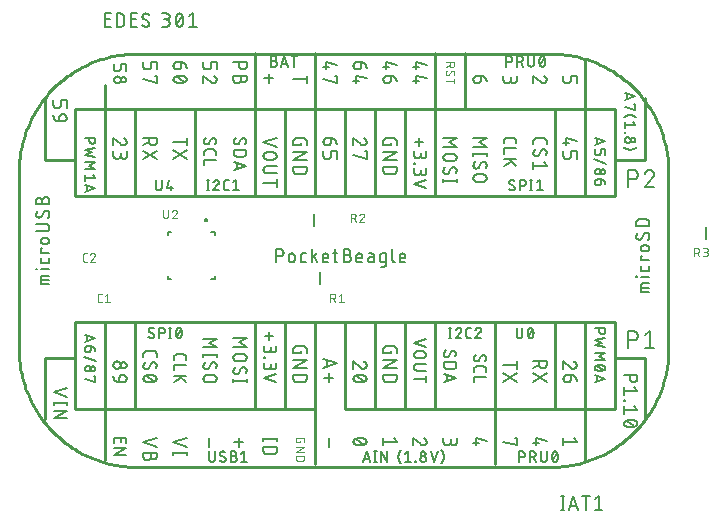
<source format=gbr>
G04 EAGLE Gerber RS-274X export*
G75*
%MOMM*%
%FSLAX34Y34*%
%LPD*%
%INSilkscreen Top*%
%IPPOS*%
%AMOC8*
5,1,8,0,0,1.08239X$1,22.5*%
G01*
%ADD10C,0.152400*%
%ADD11C,0.101600*%
%ADD12C,0.127000*%
%ADD13C,0.254000*%
%ADD14C,0.203200*%
%ADD15C,0.200000*%


D10*
X89549Y422402D02*
X84582Y422402D01*
X84582Y433578D01*
X89549Y433578D01*
X88307Y428611D02*
X84582Y428611D01*
X94460Y433578D02*
X94460Y422402D01*
X94460Y433578D02*
X97564Y433578D01*
X97675Y433576D01*
X97785Y433570D01*
X97896Y433560D01*
X98006Y433546D01*
X98115Y433529D01*
X98224Y433507D01*
X98332Y433482D01*
X98438Y433452D01*
X98544Y433419D01*
X98649Y433382D01*
X98752Y433342D01*
X98853Y433297D01*
X98953Y433250D01*
X99052Y433198D01*
X99148Y433143D01*
X99242Y433085D01*
X99334Y433024D01*
X99424Y432959D01*
X99512Y432891D01*
X99597Y432820D01*
X99679Y432746D01*
X99759Y432669D01*
X99836Y432589D01*
X99910Y432507D01*
X99981Y432422D01*
X100049Y432334D01*
X100114Y432244D01*
X100175Y432152D01*
X100233Y432058D01*
X100288Y431962D01*
X100340Y431863D01*
X100387Y431763D01*
X100432Y431662D01*
X100472Y431559D01*
X100509Y431454D01*
X100542Y431348D01*
X100572Y431242D01*
X100597Y431134D01*
X100619Y431025D01*
X100636Y430916D01*
X100650Y430806D01*
X100660Y430695D01*
X100666Y430585D01*
X100668Y430474D01*
X100669Y430474D02*
X100669Y425506D01*
X100668Y425506D02*
X100666Y425395D01*
X100660Y425285D01*
X100650Y425174D01*
X100636Y425064D01*
X100619Y424955D01*
X100597Y424846D01*
X100572Y424738D01*
X100542Y424632D01*
X100509Y424526D01*
X100472Y424421D01*
X100432Y424318D01*
X100387Y424217D01*
X100340Y424117D01*
X100288Y424018D01*
X100233Y423922D01*
X100175Y423828D01*
X100114Y423736D01*
X100049Y423646D01*
X99981Y423558D01*
X99910Y423473D01*
X99836Y423391D01*
X99759Y423311D01*
X99679Y423234D01*
X99597Y423160D01*
X99512Y423089D01*
X99424Y423021D01*
X99334Y422956D01*
X99242Y422895D01*
X99148Y422837D01*
X99052Y422782D01*
X98953Y422730D01*
X98853Y422683D01*
X98752Y422638D01*
X98649Y422598D01*
X98544Y422561D01*
X98438Y422528D01*
X98332Y422498D01*
X98224Y422473D01*
X98115Y422451D01*
X98006Y422434D01*
X97896Y422420D01*
X97785Y422410D01*
X97675Y422404D01*
X97564Y422402D01*
X94460Y422402D01*
X106680Y422402D02*
X111647Y422402D01*
X106680Y422402D02*
X106680Y433578D01*
X111647Y433578D01*
X110405Y428611D02*
X106680Y428611D01*
X119521Y422402D02*
X119618Y422404D01*
X119716Y422410D01*
X119813Y422419D01*
X119910Y422433D01*
X120006Y422450D01*
X120101Y422471D01*
X120195Y422495D01*
X120289Y422524D01*
X120381Y422556D01*
X120472Y422591D01*
X120561Y422630D01*
X120649Y422673D01*
X120735Y422719D01*
X120819Y422768D01*
X120901Y422821D01*
X120981Y422876D01*
X121059Y422935D01*
X121134Y422997D01*
X121207Y423062D01*
X121277Y423130D01*
X121345Y423200D01*
X121410Y423273D01*
X121472Y423348D01*
X121531Y423426D01*
X121586Y423506D01*
X121639Y423588D01*
X121688Y423672D01*
X121734Y423758D01*
X121777Y423846D01*
X121816Y423935D01*
X121851Y424026D01*
X121883Y424118D01*
X121912Y424212D01*
X121936Y424306D01*
X121957Y424401D01*
X121974Y424497D01*
X121988Y424594D01*
X121997Y424691D01*
X122003Y424788D01*
X122005Y424886D01*
X119521Y422402D02*
X119378Y422404D01*
X119235Y422410D01*
X119093Y422419D01*
X118951Y422433D01*
X118809Y422451D01*
X118668Y422472D01*
X118527Y422497D01*
X118387Y422526D01*
X118248Y422559D01*
X118110Y422595D01*
X117973Y422636D01*
X117837Y422680D01*
X117702Y422727D01*
X117569Y422779D01*
X117437Y422834D01*
X117307Y422892D01*
X117178Y422954D01*
X117051Y423020D01*
X116926Y423089D01*
X116803Y423161D01*
X116682Y423237D01*
X116563Y423315D01*
X116446Y423398D01*
X116331Y423483D01*
X116219Y423571D01*
X116109Y423663D01*
X116002Y423757D01*
X115897Y423854D01*
X115795Y423954D01*
X116106Y431094D02*
X116108Y431192D01*
X116114Y431289D01*
X116123Y431386D01*
X116137Y431483D01*
X116154Y431579D01*
X116175Y431674D01*
X116199Y431768D01*
X116228Y431862D01*
X116260Y431954D01*
X116295Y432045D01*
X116334Y432134D01*
X116377Y432222D01*
X116423Y432308D01*
X116472Y432392D01*
X116525Y432474D01*
X116580Y432554D01*
X116639Y432632D01*
X116701Y432707D01*
X116766Y432780D01*
X116834Y432850D01*
X116904Y432918D01*
X116977Y432983D01*
X117052Y433045D01*
X117130Y433104D01*
X117210Y433159D01*
X117292Y433212D01*
X117376Y433261D01*
X117462Y433307D01*
X117550Y433350D01*
X117639Y433389D01*
X117730Y433424D01*
X117822Y433456D01*
X117916Y433485D01*
X118010Y433509D01*
X118105Y433530D01*
X118201Y433547D01*
X118298Y433561D01*
X118395Y433570D01*
X118492Y433576D01*
X118590Y433578D01*
X118720Y433576D01*
X118850Y433571D01*
X118980Y433562D01*
X119110Y433549D01*
X119239Y433533D01*
X119368Y433513D01*
X119496Y433489D01*
X119624Y433462D01*
X119750Y433431D01*
X119876Y433397D01*
X120001Y433359D01*
X120124Y433318D01*
X120247Y433273D01*
X120368Y433225D01*
X120488Y433174D01*
X120606Y433119D01*
X120722Y433061D01*
X120837Y433000D01*
X120951Y432935D01*
X121062Y432868D01*
X121171Y432797D01*
X121279Y432723D01*
X121384Y432647D01*
X117349Y428921D02*
X117266Y428972D01*
X117185Y429026D01*
X117107Y429083D01*
X117031Y429143D01*
X116957Y429206D01*
X116886Y429272D01*
X116817Y429340D01*
X116751Y429411D01*
X116687Y429484D01*
X116627Y429560D01*
X116570Y429638D01*
X116515Y429719D01*
X116464Y429801D01*
X116416Y429885D01*
X116371Y429971D01*
X116329Y430059D01*
X116291Y430148D01*
X116257Y430238D01*
X116225Y430330D01*
X116198Y430423D01*
X116174Y430517D01*
X116153Y430612D01*
X116137Y430708D01*
X116124Y430804D01*
X116114Y430900D01*
X116109Y430997D01*
X116107Y431094D01*
X120762Y427059D02*
X120845Y427008D01*
X120926Y426954D01*
X121004Y426897D01*
X121080Y426837D01*
X121154Y426774D01*
X121225Y426708D01*
X121294Y426640D01*
X121360Y426569D01*
X121424Y426496D01*
X121484Y426420D01*
X121541Y426342D01*
X121596Y426261D01*
X121647Y426179D01*
X121695Y426095D01*
X121740Y426009D01*
X121782Y425921D01*
X121820Y425832D01*
X121854Y425742D01*
X121886Y425650D01*
X121913Y425557D01*
X121937Y425463D01*
X121958Y425368D01*
X121974Y425272D01*
X121987Y425176D01*
X121997Y425080D01*
X122002Y424983D01*
X122004Y424886D01*
X120763Y427059D02*
X117348Y428921D01*
X132941Y422402D02*
X136045Y422402D01*
X136156Y422404D01*
X136266Y422410D01*
X136377Y422420D01*
X136487Y422434D01*
X136596Y422451D01*
X136705Y422473D01*
X136813Y422498D01*
X136919Y422528D01*
X137025Y422561D01*
X137130Y422598D01*
X137233Y422638D01*
X137334Y422683D01*
X137434Y422730D01*
X137533Y422782D01*
X137629Y422837D01*
X137723Y422895D01*
X137815Y422956D01*
X137905Y423021D01*
X137993Y423089D01*
X138078Y423160D01*
X138160Y423234D01*
X138240Y423311D01*
X138317Y423391D01*
X138391Y423473D01*
X138462Y423558D01*
X138530Y423646D01*
X138595Y423736D01*
X138656Y423828D01*
X138714Y423922D01*
X138769Y424018D01*
X138821Y424117D01*
X138868Y424217D01*
X138913Y424318D01*
X138953Y424421D01*
X138990Y424526D01*
X139023Y424632D01*
X139053Y424738D01*
X139078Y424846D01*
X139100Y424955D01*
X139117Y425064D01*
X139131Y425174D01*
X139141Y425285D01*
X139147Y425395D01*
X139149Y425506D01*
X139147Y425617D01*
X139141Y425727D01*
X139131Y425838D01*
X139117Y425948D01*
X139100Y426057D01*
X139078Y426166D01*
X139053Y426274D01*
X139023Y426380D01*
X138990Y426486D01*
X138953Y426591D01*
X138913Y426694D01*
X138868Y426795D01*
X138821Y426895D01*
X138769Y426994D01*
X138714Y427090D01*
X138656Y427184D01*
X138595Y427276D01*
X138530Y427366D01*
X138462Y427454D01*
X138391Y427539D01*
X138317Y427621D01*
X138240Y427701D01*
X138160Y427778D01*
X138078Y427852D01*
X137993Y427923D01*
X137905Y427991D01*
X137815Y428056D01*
X137723Y428117D01*
X137629Y428175D01*
X137533Y428230D01*
X137434Y428282D01*
X137334Y428329D01*
X137233Y428374D01*
X137130Y428414D01*
X137025Y428451D01*
X136919Y428484D01*
X136813Y428514D01*
X136705Y428539D01*
X136596Y428561D01*
X136487Y428578D01*
X136377Y428592D01*
X136266Y428602D01*
X136156Y428608D01*
X136045Y428610D01*
X136666Y433578D02*
X132941Y433578D01*
X136666Y433578D02*
X136765Y433576D01*
X136863Y433570D01*
X136962Y433560D01*
X137059Y433547D01*
X137157Y433529D01*
X137253Y433508D01*
X137349Y433482D01*
X137443Y433453D01*
X137536Y433421D01*
X137628Y433384D01*
X137718Y433344D01*
X137807Y433300D01*
X137894Y433253D01*
X137979Y433203D01*
X138061Y433149D01*
X138142Y433092D01*
X138220Y433032D01*
X138296Y432968D01*
X138369Y432902D01*
X138440Y432833D01*
X138508Y432761D01*
X138572Y432686D01*
X138634Y432609D01*
X138693Y432530D01*
X138748Y432448D01*
X138801Y432364D01*
X138849Y432279D01*
X138895Y432191D01*
X138937Y432101D01*
X138975Y432010D01*
X139009Y431918D01*
X139040Y431824D01*
X139067Y431729D01*
X139091Y431633D01*
X139110Y431536D01*
X139126Y431439D01*
X139138Y431341D01*
X139146Y431242D01*
X139150Y431143D01*
X139150Y431045D01*
X139146Y430946D01*
X139138Y430847D01*
X139126Y430749D01*
X139110Y430652D01*
X139091Y430555D01*
X139067Y430459D01*
X139040Y430364D01*
X139009Y430270D01*
X138975Y430178D01*
X138937Y430087D01*
X138895Y429997D01*
X138849Y429909D01*
X138801Y429824D01*
X138748Y429740D01*
X138693Y429658D01*
X138634Y429579D01*
X138572Y429502D01*
X138508Y429427D01*
X138440Y429355D01*
X138369Y429286D01*
X138296Y429220D01*
X138220Y429156D01*
X138142Y429096D01*
X138061Y429039D01*
X137979Y428985D01*
X137894Y428935D01*
X137807Y428888D01*
X137718Y428844D01*
X137628Y428804D01*
X137536Y428767D01*
X137443Y428735D01*
X137349Y428706D01*
X137253Y428680D01*
X137157Y428659D01*
X137059Y428641D01*
X136962Y428628D01*
X136863Y428618D01*
X136765Y428612D01*
X136666Y428610D01*
X136666Y428611D02*
X134182Y428611D01*
X144371Y427990D02*
X144374Y428210D01*
X144381Y428430D01*
X144395Y428649D01*
X144413Y428868D01*
X144437Y429087D01*
X144465Y429305D01*
X144499Y429522D01*
X144538Y429738D01*
X144583Y429954D01*
X144632Y430168D01*
X144687Y430381D01*
X144746Y430593D01*
X144811Y430803D01*
X144881Y431011D01*
X144955Y431218D01*
X145035Y431423D01*
X145119Y431626D01*
X145208Y431827D01*
X145302Y432026D01*
X145335Y432115D01*
X145371Y432203D01*
X145411Y432289D01*
X145454Y432374D01*
X145501Y432456D01*
X145552Y432537D01*
X145605Y432615D01*
X145662Y432691D01*
X145722Y432765D01*
X145785Y432836D01*
X145850Y432905D01*
X145919Y432971D01*
X145990Y433033D01*
X146064Y433093D01*
X146140Y433150D01*
X146218Y433204D01*
X146299Y433254D01*
X146381Y433301D01*
X146466Y433344D01*
X146552Y433384D01*
X146640Y433421D01*
X146729Y433453D01*
X146819Y433482D01*
X146911Y433508D01*
X147003Y433529D01*
X147097Y433547D01*
X147191Y433560D01*
X147285Y433570D01*
X147380Y433576D01*
X147475Y433578D01*
X147570Y433576D01*
X147665Y433570D01*
X147759Y433560D01*
X147853Y433547D01*
X147947Y433529D01*
X148039Y433508D01*
X148131Y433482D01*
X148221Y433453D01*
X148310Y433421D01*
X148398Y433384D01*
X148484Y433344D01*
X148569Y433301D01*
X148651Y433254D01*
X148732Y433204D01*
X148810Y433150D01*
X148886Y433093D01*
X148960Y433033D01*
X149031Y432971D01*
X149100Y432905D01*
X149165Y432836D01*
X149228Y432765D01*
X149288Y432691D01*
X149345Y432615D01*
X149398Y432537D01*
X149449Y432456D01*
X149496Y432373D01*
X149539Y432289D01*
X149579Y432203D01*
X149615Y432115D01*
X149648Y432026D01*
X149649Y432026D02*
X149743Y431827D01*
X149832Y431626D01*
X149916Y431423D01*
X149996Y431218D01*
X150070Y431011D01*
X150140Y430803D01*
X150205Y430593D01*
X150264Y430381D01*
X150319Y430168D01*
X150368Y429954D01*
X150413Y429738D01*
X150452Y429522D01*
X150486Y429305D01*
X150514Y429087D01*
X150538Y428868D01*
X150556Y428649D01*
X150570Y428430D01*
X150577Y428210D01*
X150580Y427990D01*
X144371Y427990D02*
X144374Y427770D01*
X144381Y427550D01*
X144395Y427331D01*
X144413Y427112D01*
X144437Y426893D01*
X144465Y426675D01*
X144499Y426458D01*
X144538Y426242D01*
X144583Y426026D01*
X144632Y425812D01*
X144687Y425599D01*
X144746Y425388D01*
X144811Y425177D01*
X144881Y424969D01*
X144955Y424762D01*
X145035Y424557D01*
X145119Y424354D01*
X145208Y424153D01*
X145302Y423954D01*
X145335Y423865D01*
X145371Y423777D01*
X145411Y423691D01*
X145454Y423606D01*
X145501Y423524D01*
X145552Y423443D01*
X145605Y423365D01*
X145662Y423289D01*
X145722Y423215D01*
X145785Y423144D01*
X145850Y423075D01*
X145919Y423009D01*
X145990Y422947D01*
X146064Y422887D01*
X146140Y422830D01*
X146218Y422776D01*
X146299Y422726D01*
X146381Y422679D01*
X146466Y422636D01*
X146552Y422596D01*
X146640Y422559D01*
X146729Y422527D01*
X146819Y422498D01*
X146911Y422472D01*
X147003Y422451D01*
X147097Y422433D01*
X147191Y422420D01*
X147285Y422410D01*
X147380Y422404D01*
X147475Y422402D01*
X149649Y423954D02*
X149743Y424153D01*
X149832Y424354D01*
X149916Y424557D01*
X149996Y424762D01*
X150070Y424969D01*
X150140Y425177D01*
X150205Y425387D01*
X150264Y425599D01*
X150319Y425812D01*
X150368Y426026D01*
X150413Y426242D01*
X150452Y426458D01*
X150486Y426675D01*
X150514Y426893D01*
X150538Y427112D01*
X150556Y427331D01*
X150570Y427550D01*
X150577Y427770D01*
X150580Y427990D01*
X149648Y423954D02*
X149615Y423865D01*
X149579Y423777D01*
X149539Y423691D01*
X149496Y423606D01*
X149449Y423524D01*
X149398Y423443D01*
X149345Y423365D01*
X149288Y423289D01*
X149228Y423215D01*
X149165Y423144D01*
X149100Y423075D01*
X149031Y423009D01*
X148960Y422947D01*
X148886Y422887D01*
X148810Y422830D01*
X148732Y422776D01*
X148651Y422726D01*
X148569Y422679D01*
X148484Y422636D01*
X148398Y422596D01*
X148310Y422559D01*
X148221Y422527D01*
X148131Y422498D01*
X148039Y422472D01*
X147947Y422451D01*
X147853Y422433D01*
X147759Y422420D01*
X147665Y422410D01*
X147570Y422404D01*
X147475Y422402D01*
X144992Y424886D02*
X149959Y431094D01*
X155801Y431094D02*
X158905Y433578D01*
X158905Y422402D01*
X155801Y422402D02*
X162010Y422402D01*
X471904Y24638D02*
X471904Y13462D01*
X470662Y13462D02*
X473146Y13462D01*
X473146Y24638D02*
X470662Y24638D01*
X481048Y24638D02*
X477322Y13462D01*
X484773Y13462D02*
X481048Y24638D01*
X483842Y16256D02*
X478254Y16256D01*
X491716Y13462D02*
X491716Y24638D01*
X494820Y24638D02*
X488611Y24638D01*
X499279Y22154D02*
X502384Y24638D01*
X502384Y13462D01*
X505488Y13462D02*
X499279Y13462D01*
D11*
X81479Y189230D02*
X79898Y189230D01*
X79820Y189232D01*
X79743Y189238D01*
X79666Y189247D01*
X79590Y189260D01*
X79514Y189277D01*
X79439Y189298D01*
X79366Y189322D01*
X79293Y189350D01*
X79222Y189382D01*
X79153Y189417D01*
X79086Y189455D01*
X79020Y189496D01*
X78957Y189541D01*
X78896Y189589D01*
X78837Y189639D01*
X78781Y189693D01*
X78727Y189749D01*
X78677Y189808D01*
X78629Y189869D01*
X78584Y189932D01*
X78543Y189998D01*
X78505Y190065D01*
X78470Y190134D01*
X78438Y190205D01*
X78410Y190278D01*
X78386Y190351D01*
X78365Y190426D01*
X78348Y190502D01*
X78335Y190578D01*
X78326Y190655D01*
X78320Y190732D01*
X78318Y190810D01*
X78318Y194762D01*
X78320Y194840D01*
X78326Y194917D01*
X78335Y194994D01*
X78348Y195070D01*
X78365Y195146D01*
X78386Y195221D01*
X78410Y195294D01*
X78438Y195367D01*
X78470Y195438D01*
X78505Y195507D01*
X78543Y195574D01*
X78584Y195640D01*
X78629Y195703D01*
X78677Y195764D01*
X78727Y195823D01*
X78781Y195879D01*
X78837Y195933D01*
X78896Y195983D01*
X78957Y196031D01*
X79020Y196076D01*
X79086Y196117D01*
X79153Y196155D01*
X79222Y196190D01*
X79293Y196222D01*
X79366Y196250D01*
X79439Y196274D01*
X79514Y196295D01*
X79590Y196312D01*
X79666Y196325D01*
X79743Y196334D01*
X79820Y196340D01*
X79898Y196342D01*
X81479Y196342D01*
X84441Y194762D02*
X86416Y196342D01*
X86416Y189230D01*
X84441Y189230D02*
X88392Y189230D01*
X68779Y223520D02*
X67198Y223520D01*
X67120Y223522D01*
X67043Y223528D01*
X66966Y223537D01*
X66890Y223550D01*
X66814Y223567D01*
X66739Y223588D01*
X66666Y223612D01*
X66593Y223640D01*
X66522Y223672D01*
X66453Y223707D01*
X66386Y223745D01*
X66320Y223786D01*
X66257Y223831D01*
X66196Y223879D01*
X66137Y223929D01*
X66081Y223983D01*
X66027Y224039D01*
X65977Y224098D01*
X65929Y224159D01*
X65884Y224222D01*
X65843Y224288D01*
X65805Y224355D01*
X65770Y224424D01*
X65738Y224495D01*
X65710Y224568D01*
X65686Y224641D01*
X65665Y224716D01*
X65648Y224792D01*
X65635Y224868D01*
X65626Y224945D01*
X65620Y225022D01*
X65618Y225100D01*
X65618Y229052D01*
X65620Y229130D01*
X65626Y229207D01*
X65635Y229284D01*
X65648Y229360D01*
X65665Y229436D01*
X65686Y229511D01*
X65710Y229584D01*
X65738Y229657D01*
X65770Y229728D01*
X65805Y229797D01*
X65843Y229864D01*
X65884Y229930D01*
X65929Y229993D01*
X65977Y230054D01*
X66027Y230113D01*
X66081Y230169D01*
X66137Y230223D01*
X66196Y230273D01*
X66257Y230321D01*
X66320Y230366D01*
X66386Y230407D01*
X66453Y230445D01*
X66522Y230480D01*
X66593Y230512D01*
X66666Y230540D01*
X66739Y230564D01*
X66814Y230585D01*
X66890Y230602D01*
X66966Y230615D01*
X67043Y230624D01*
X67120Y230630D01*
X67198Y230632D01*
X68779Y230632D01*
X73914Y230632D02*
X73996Y230630D01*
X74078Y230624D01*
X74160Y230615D01*
X74241Y230602D01*
X74321Y230585D01*
X74401Y230564D01*
X74479Y230540D01*
X74556Y230512D01*
X74632Y230481D01*
X74707Y230446D01*
X74779Y230407D01*
X74850Y230366D01*
X74919Y230321D01*
X74985Y230273D01*
X75050Y230222D01*
X75112Y230168D01*
X75171Y230111D01*
X75228Y230052D01*
X75282Y229990D01*
X75333Y229925D01*
X75381Y229859D01*
X75426Y229790D01*
X75467Y229719D01*
X75506Y229647D01*
X75541Y229572D01*
X75572Y229496D01*
X75600Y229419D01*
X75624Y229341D01*
X75645Y229261D01*
X75662Y229181D01*
X75675Y229100D01*
X75684Y229018D01*
X75690Y228936D01*
X75692Y228854D01*
X73914Y230632D02*
X73821Y230630D01*
X73729Y230624D01*
X73637Y230615D01*
X73545Y230602D01*
X73454Y230585D01*
X73364Y230565D01*
X73274Y230541D01*
X73186Y230513D01*
X73098Y230481D01*
X73013Y230447D01*
X72928Y230408D01*
X72846Y230367D01*
X72765Y230322D01*
X72685Y230273D01*
X72608Y230222D01*
X72533Y230168D01*
X72461Y230110D01*
X72391Y230050D01*
X72323Y229986D01*
X72258Y229921D01*
X72195Y229852D01*
X72136Y229781D01*
X72079Y229708D01*
X72025Y229632D01*
X71975Y229555D01*
X71927Y229475D01*
X71883Y229394D01*
X71843Y229310D01*
X71805Y229226D01*
X71771Y229139D01*
X71741Y229052D01*
X75099Y227471D02*
X75160Y227532D01*
X75218Y227595D01*
X75273Y227661D01*
X75326Y227729D01*
X75375Y227800D01*
X75420Y227872D01*
X75463Y227947D01*
X75502Y228023D01*
X75538Y228102D01*
X75570Y228181D01*
X75598Y228262D01*
X75623Y228345D01*
X75644Y228428D01*
X75661Y228512D01*
X75675Y228597D01*
X75684Y228682D01*
X75690Y228768D01*
X75692Y228854D01*
X75099Y227471D02*
X71741Y223520D01*
X75692Y223520D01*
D12*
X266700Y214630D02*
X266700Y204470D01*
D11*
X275306Y196342D02*
X275306Y189230D01*
X275306Y196342D02*
X277282Y196342D01*
X277369Y196340D01*
X277457Y196334D01*
X277544Y196325D01*
X277630Y196311D01*
X277716Y196294D01*
X277800Y196273D01*
X277884Y196248D01*
X277967Y196219D01*
X278048Y196187D01*
X278128Y196152D01*
X278206Y196113D01*
X278283Y196070D01*
X278357Y196024D01*
X278429Y195975D01*
X278499Y195923D01*
X278567Y195867D01*
X278632Y195809D01*
X278695Y195748D01*
X278754Y195684D01*
X278811Y195617D01*
X278865Y195549D01*
X278916Y195477D01*
X278963Y195404D01*
X279008Y195329D01*
X279049Y195251D01*
X279086Y195172D01*
X279120Y195092D01*
X279150Y195010D01*
X279177Y194927D01*
X279200Y194842D01*
X279219Y194757D01*
X279234Y194671D01*
X279246Y194584D01*
X279254Y194497D01*
X279258Y194410D01*
X279258Y194322D01*
X279254Y194235D01*
X279246Y194148D01*
X279234Y194061D01*
X279219Y193975D01*
X279200Y193890D01*
X279177Y193805D01*
X279150Y193722D01*
X279120Y193640D01*
X279086Y193560D01*
X279049Y193481D01*
X279008Y193403D01*
X278963Y193328D01*
X278916Y193255D01*
X278865Y193183D01*
X278811Y193115D01*
X278754Y193048D01*
X278695Y192984D01*
X278632Y192923D01*
X278567Y192865D01*
X278499Y192809D01*
X278429Y192757D01*
X278357Y192708D01*
X278283Y192662D01*
X278206Y192619D01*
X278128Y192580D01*
X278048Y192545D01*
X277967Y192513D01*
X277884Y192484D01*
X277800Y192459D01*
X277716Y192438D01*
X277630Y192421D01*
X277544Y192407D01*
X277457Y192398D01*
X277369Y192392D01*
X277282Y192390D01*
X277282Y192391D02*
X275306Y192391D01*
X277677Y192391D02*
X279257Y189230D01*
X282561Y194762D02*
X284536Y196342D01*
X284536Y189230D01*
X282561Y189230D02*
X286512Y189230D01*
D12*
X261620Y254000D02*
X261620Y264160D01*
D11*
X292608Y264160D02*
X292608Y257048D01*
X292608Y264160D02*
X294584Y264160D01*
X294671Y264158D01*
X294759Y264152D01*
X294846Y264143D01*
X294932Y264129D01*
X295018Y264112D01*
X295102Y264091D01*
X295186Y264066D01*
X295269Y264037D01*
X295350Y264005D01*
X295430Y263970D01*
X295508Y263931D01*
X295585Y263888D01*
X295659Y263842D01*
X295731Y263793D01*
X295801Y263741D01*
X295869Y263685D01*
X295934Y263627D01*
X295997Y263566D01*
X296056Y263502D01*
X296113Y263435D01*
X296167Y263367D01*
X296218Y263295D01*
X296265Y263222D01*
X296310Y263147D01*
X296351Y263069D01*
X296388Y262990D01*
X296422Y262910D01*
X296452Y262828D01*
X296479Y262745D01*
X296502Y262660D01*
X296521Y262575D01*
X296536Y262489D01*
X296548Y262402D01*
X296556Y262315D01*
X296560Y262228D01*
X296560Y262140D01*
X296556Y262053D01*
X296548Y261966D01*
X296536Y261879D01*
X296521Y261793D01*
X296502Y261708D01*
X296479Y261623D01*
X296452Y261540D01*
X296422Y261458D01*
X296388Y261378D01*
X296351Y261299D01*
X296310Y261221D01*
X296265Y261146D01*
X296218Y261073D01*
X296167Y261001D01*
X296113Y260933D01*
X296056Y260866D01*
X295997Y260802D01*
X295934Y260741D01*
X295869Y260683D01*
X295801Y260627D01*
X295731Y260575D01*
X295659Y260526D01*
X295585Y260480D01*
X295508Y260437D01*
X295430Y260398D01*
X295350Y260363D01*
X295269Y260331D01*
X295186Y260302D01*
X295102Y260277D01*
X295018Y260256D01*
X294932Y260239D01*
X294846Y260225D01*
X294759Y260216D01*
X294671Y260210D01*
X294584Y260208D01*
X294584Y260209D02*
X292608Y260209D01*
X294979Y260209D02*
X296559Y257048D01*
X302036Y264160D02*
X302118Y264158D01*
X302200Y264152D01*
X302282Y264143D01*
X302363Y264130D01*
X302443Y264113D01*
X302523Y264092D01*
X302601Y264068D01*
X302678Y264040D01*
X302754Y264009D01*
X302829Y263974D01*
X302901Y263935D01*
X302972Y263894D01*
X303041Y263849D01*
X303107Y263801D01*
X303172Y263750D01*
X303234Y263696D01*
X303293Y263639D01*
X303350Y263580D01*
X303404Y263518D01*
X303455Y263453D01*
X303503Y263387D01*
X303548Y263318D01*
X303589Y263247D01*
X303628Y263175D01*
X303663Y263100D01*
X303694Y263024D01*
X303722Y262947D01*
X303746Y262869D01*
X303767Y262789D01*
X303784Y262709D01*
X303797Y262628D01*
X303806Y262546D01*
X303812Y262464D01*
X303814Y262382D01*
X302036Y264160D02*
X301943Y264158D01*
X301851Y264152D01*
X301759Y264143D01*
X301667Y264130D01*
X301576Y264113D01*
X301486Y264093D01*
X301396Y264069D01*
X301308Y264041D01*
X301220Y264009D01*
X301135Y263975D01*
X301050Y263936D01*
X300968Y263895D01*
X300887Y263850D01*
X300807Y263801D01*
X300730Y263750D01*
X300655Y263696D01*
X300583Y263638D01*
X300513Y263578D01*
X300445Y263514D01*
X300380Y263449D01*
X300317Y263380D01*
X300258Y263309D01*
X300201Y263236D01*
X300147Y263160D01*
X300097Y263083D01*
X300049Y263003D01*
X300005Y262922D01*
X299965Y262838D01*
X299927Y262754D01*
X299893Y262667D01*
X299863Y262580D01*
X303221Y260999D02*
X303282Y261060D01*
X303340Y261123D01*
X303395Y261189D01*
X303448Y261257D01*
X303497Y261328D01*
X303542Y261400D01*
X303585Y261475D01*
X303624Y261551D01*
X303660Y261630D01*
X303692Y261709D01*
X303720Y261790D01*
X303745Y261873D01*
X303766Y261956D01*
X303783Y262040D01*
X303797Y262125D01*
X303806Y262210D01*
X303812Y262296D01*
X303814Y262382D01*
X303221Y260999D02*
X299863Y257048D01*
X303814Y257048D01*
D12*
X593090Y252730D02*
X593090Y242570D01*
D11*
X583438Y234950D02*
X583438Y227838D01*
X583438Y234950D02*
X585414Y234950D01*
X585501Y234948D01*
X585589Y234942D01*
X585676Y234933D01*
X585762Y234919D01*
X585848Y234902D01*
X585932Y234881D01*
X586016Y234856D01*
X586099Y234827D01*
X586180Y234795D01*
X586260Y234760D01*
X586338Y234721D01*
X586415Y234678D01*
X586489Y234632D01*
X586561Y234583D01*
X586631Y234531D01*
X586699Y234475D01*
X586764Y234417D01*
X586827Y234356D01*
X586886Y234292D01*
X586943Y234225D01*
X586997Y234157D01*
X587048Y234085D01*
X587095Y234012D01*
X587140Y233937D01*
X587181Y233859D01*
X587218Y233780D01*
X587252Y233700D01*
X587282Y233618D01*
X587309Y233535D01*
X587332Y233450D01*
X587351Y233365D01*
X587366Y233279D01*
X587378Y233192D01*
X587386Y233105D01*
X587390Y233018D01*
X587390Y232930D01*
X587386Y232843D01*
X587378Y232756D01*
X587366Y232669D01*
X587351Y232583D01*
X587332Y232498D01*
X587309Y232413D01*
X587282Y232330D01*
X587252Y232248D01*
X587218Y232168D01*
X587181Y232089D01*
X587140Y232011D01*
X587095Y231936D01*
X587048Y231863D01*
X586997Y231791D01*
X586943Y231723D01*
X586886Y231656D01*
X586827Y231592D01*
X586764Y231531D01*
X586699Y231473D01*
X586631Y231417D01*
X586561Y231365D01*
X586489Y231316D01*
X586415Y231270D01*
X586338Y231227D01*
X586260Y231188D01*
X586180Y231153D01*
X586099Y231121D01*
X586016Y231092D01*
X585932Y231067D01*
X585848Y231046D01*
X585762Y231029D01*
X585676Y231015D01*
X585589Y231006D01*
X585501Y231000D01*
X585414Y230998D01*
X585414Y230999D02*
X583438Y230999D01*
X585809Y230999D02*
X587389Y227838D01*
X590693Y227838D02*
X592668Y227838D01*
X592755Y227840D01*
X592843Y227846D01*
X592930Y227855D01*
X593016Y227869D01*
X593102Y227886D01*
X593186Y227907D01*
X593270Y227932D01*
X593353Y227961D01*
X593434Y227993D01*
X593514Y228028D01*
X593592Y228067D01*
X593669Y228110D01*
X593743Y228156D01*
X593815Y228205D01*
X593885Y228257D01*
X593953Y228313D01*
X594018Y228371D01*
X594081Y228432D01*
X594140Y228496D01*
X594197Y228563D01*
X594251Y228631D01*
X594302Y228703D01*
X594349Y228776D01*
X594394Y228851D01*
X594435Y228929D01*
X594472Y229008D01*
X594506Y229088D01*
X594536Y229170D01*
X594563Y229253D01*
X594586Y229338D01*
X594605Y229423D01*
X594620Y229509D01*
X594632Y229596D01*
X594640Y229683D01*
X594644Y229770D01*
X594644Y229858D01*
X594640Y229945D01*
X594632Y230032D01*
X594620Y230119D01*
X594605Y230205D01*
X594586Y230290D01*
X594563Y230375D01*
X594536Y230458D01*
X594506Y230540D01*
X594472Y230620D01*
X594435Y230699D01*
X594394Y230777D01*
X594349Y230852D01*
X594302Y230925D01*
X594251Y230997D01*
X594197Y231065D01*
X594140Y231132D01*
X594081Y231196D01*
X594018Y231257D01*
X593953Y231315D01*
X593885Y231371D01*
X593815Y231423D01*
X593743Y231472D01*
X593669Y231518D01*
X593592Y231561D01*
X593514Y231600D01*
X593434Y231635D01*
X593353Y231667D01*
X593270Y231696D01*
X593186Y231721D01*
X593102Y231742D01*
X593016Y231759D01*
X592930Y231773D01*
X592843Y231782D01*
X592755Y231788D01*
X592668Y231790D01*
X593064Y234950D02*
X590693Y234950D01*
X593064Y234950D02*
X593143Y234948D01*
X593221Y234942D01*
X593299Y234932D01*
X593377Y234919D01*
X593454Y234901D01*
X593530Y234880D01*
X593604Y234855D01*
X593678Y234826D01*
X593750Y234794D01*
X593820Y234758D01*
X593888Y234718D01*
X593954Y234675D01*
X594018Y234629D01*
X594080Y234580D01*
X594139Y234528D01*
X594195Y234473D01*
X594249Y234415D01*
X594299Y234355D01*
X594347Y234292D01*
X594391Y234227D01*
X594432Y234160D01*
X594470Y234091D01*
X594504Y234020D01*
X594535Y233947D01*
X594562Y233873D01*
X594585Y233798D01*
X594604Y233722D01*
X594620Y233644D01*
X594632Y233566D01*
X594640Y233488D01*
X594644Y233409D01*
X594644Y233331D01*
X594640Y233252D01*
X594632Y233174D01*
X594620Y233096D01*
X594604Y233018D01*
X594585Y232942D01*
X594562Y232867D01*
X594535Y232793D01*
X594504Y232720D01*
X594470Y232649D01*
X594432Y232580D01*
X594391Y232513D01*
X594347Y232448D01*
X594299Y232385D01*
X594249Y232325D01*
X594195Y232267D01*
X594139Y232212D01*
X594080Y232160D01*
X594018Y232111D01*
X593954Y232065D01*
X593888Y232022D01*
X593820Y231982D01*
X593750Y231946D01*
X593678Y231914D01*
X593604Y231885D01*
X593530Y231860D01*
X593454Y231839D01*
X593377Y231821D01*
X593299Y231808D01*
X593221Y231798D01*
X593143Y231792D01*
X593064Y231790D01*
X593064Y231789D02*
X591483Y231789D01*
D13*
X461430Y399530D02*
X111430Y399530D01*
X109014Y399501D01*
X106599Y399413D01*
X104187Y399267D01*
X101779Y399063D01*
X99376Y398801D01*
X96981Y398481D01*
X94594Y398103D01*
X92217Y397667D01*
X89852Y397174D01*
X87498Y396624D01*
X85159Y396018D01*
X82835Y395355D01*
X80528Y394636D01*
X78239Y393861D01*
X75970Y393032D01*
X73721Y392147D01*
X71494Y391209D01*
X69290Y390217D01*
X67111Y389173D01*
X64958Y388076D01*
X62832Y386927D01*
X60734Y385727D01*
X58666Y384477D01*
X56629Y383177D01*
X54624Y381828D01*
X52651Y380432D01*
X50714Y378988D01*
X48811Y377497D01*
X46946Y375962D01*
X45118Y374381D01*
X43328Y372757D01*
X41579Y371090D01*
X39870Y369381D01*
X38203Y367632D01*
X36579Y365842D01*
X34998Y364014D01*
X33463Y362149D01*
X31972Y360246D01*
X30528Y358309D01*
X29132Y356336D01*
X27783Y354331D01*
X26483Y352294D01*
X25233Y350226D01*
X24033Y348128D01*
X22884Y346002D01*
X21787Y343849D01*
X20743Y341670D01*
X19751Y339466D01*
X18813Y337239D01*
X17928Y334990D01*
X17099Y332721D01*
X16324Y330432D01*
X15605Y328125D01*
X14942Y325801D01*
X14336Y323462D01*
X13786Y321108D01*
X13293Y318743D01*
X12857Y316366D01*
X12479Y313979D01*
X12159Y311584D01*
X11897Y309181D01*
X11693Y306773D01*
X11547Y304361D01*
X11459Y301946D01*
X11430Y299530D01*
X11430Y149530D01*
X11459Y147114D01*
X11547Y144699D01*
X11693Y142287D01*
X11897Y139879D01*
X12159Y137476D01*
X12479Y135081D01*
X12857Y132694D01*
X13293Y130317D01*
X13786Y127952D01*
X14336Y125598D01*
X14942Y123259D01*
X15605Y120935D01*
X16324Y118628D01*
X17099Y116339D01*
X17928Y114070D01*
X18813Y111821D01*
X19751Y109594D01*
X20743Y107390D01*
X21787Y105211D01*
X22884Y103058D01*
X24033Y100932D01*
X25233Y98834D01*
X26483Y96766D01*
X27783Y94729D01*
X29132Y92724D01*
X30528Y90751D01*
X31972Y88814D01*
X33463Y86911D01*
X34998Y85046D01*
X36579Y83218D01*
X38203Y81428D01*
X39870Y79679D01*
X41579Y77970D01*
X43328Y76303D01*
X45118Y74679D01*
X46946Y73098D01*
X48811Y71563D01*
X50714Y70072D01*
X52651Y68628D01*
X54624Y67232D01*
X56629Y65883D01*
X58666Y64583D01*
X60734Y63333D01*
X62832Y62133D01*
X64958Y60984D01*
X67111Y59887D01*
X69290Y58843D01*
X71494Y57851D01*
X73721Y56913D01*
X75970Y56028D01*
X78239Y55199D01*
X80528Y54424D01*
X82835Y53705D01*
X85159Y53042D01*
X87498Y52436D01*
X89852Y51886D01*
X92217Y51393D01*
X94594Y50957D01*
X96981Y50579D01*
X99376Y50259D01*
X101779Y49997D01*
X104187Y49793D01*
X106599Y49647D01*
X109014Y49559D01*
X111430Y49530D01*
X461430Y49530D01*
X463846Y49559D01*
X466261Y49647D01*
X468673Y49793D01*
X471081Y49997D01*
X473484Y50259D01*
X475879Y50579D01*
X478266Y50957D01*
X480643Y51393D01*
X483008Y51886D01*
X485362Y52436D01*
X487701Y53042D01*
X490025Y53705D01*
X492332Y54424D01*
X494621Y55199D01*
X496890Y56028D01*
X499139Y56913D01*
X501366Y57851D01*
X503570Y58843D01*
X505749Y59887D01*
X507902Y60984D01*
X510028Y62133D01*
X512126Y63333D01*
X514194Y64583D01*
X516231Y65883D01*
X518236Y67232D01*
X520209Y68628D01*
X522146Y70072D01*
X524049Y71563D01*
X525914Y73098D01*
X527742Y74679D01*
X529532Y76303D01*
X531281Y77970D01*
X532990Y79679D01*
X534657Y81428D01*
X536281Y83218D01*
X537862Y85046D01*
X539397Y86911D01*
X540888Y88814D01*
X542332Y90751D01*
X543728Y92724D01*
X545077Y94729D01*
X546377Y96766D01*
X547627Y98834D01*
X548827Y100932D01*
X549976Y103058D01*
X551073Y105211D01*
X552117Y107390D01*
X553109Y109594D01*
X554047Y111821D01*
X554932Y114070D01*
X555761Y116339D01*
X556536Y118628D01*
X557255Y120935D01*
X557918Y123259D01*
X558524Y125598D01*
X559074Y127952D01*
X559567Y130317D01*
X560003Y132694D01*
X560381Y135081D01*
X560701Y137476D01*
X560963Y139879D01*
X561167Y142287D01*
X561313Y144699D01*
X561401Y147114D01*
X561430Y149530D01*
X561430Y299530D01*
X561401Y301946D01*
X561313Y304361D01*
X561167Y306773D01*
X560963Y309181D01*
X560701Y311584D01*
X560381Y313979D01*
X560003Y316366D01*
X559567Y318743D01*
X559074Y321108D01*
X558524Y323462D01*
X557918Y325801D01*
X557255Y328125D01*
X556536Y330432D01*
X555761Y332721D01*
X554932Y334990D01*
X554047Y337239D01*
X553109Y339466D01*
X552117Y341670D01*
X551073Y343849D01*
X549976Y346002D01*
X548827Y348128D01*
X547627Y350226D01*
X546377Y352294D01*
X545077Y354331D01*
X543728Y356336D01*
X542332Y358309D01*
X540888Y360246D01*
X539397Y362149D01*
X537862Y364014D01*
X536281Y365842D01*
X534657Y367632D01*
X532990Y369381D01*
X531281Y371090D01*
X529532Y372757D01*
X527742Y374381D01*
X525914Y375962D01*
X524049Y377497D01*
X522146Y378988D01*
X520209Y380432D01*
X518236Y381828D01*
X516231Y383177D01*
X514194Y384477D01*
X512126Y385727D01*
X510028Y386927D01*
X507902Y388076D01*
X505749Y389173D01*
X503570Y390217D01*
X501366Y391209D01*
X499139Y392147D01*
X496890Y393032D01*
X494621Y393861D01*
X492332Y394636D01*
X490025Y395355D01*
X487701Y396018D01*
X485362Y396624D01*
X483008Y397174D01*
X480643Y397667D01*
X478266Y398103D01*
X475879Y398481D01*
X473484Y398801D01*
X471081Y399063D01*
X468673Y399267D01*
X466261Y399413D01*
X463846Y399501D01*
X461430Y399530D01*
D10*
X229362Y234188D02*
X229362Y223012D01*
X229362Y234188D02*
X232466Y234188D01*
X232577Y234186D01*
X232687Y234180D01*
X232798Y234170D01*
X232908Y234156D01*
X233017Y234139D01*
X233126Y234117D01*
X233234Y234092D01*
X233340Y234062D01*
X233446Y234029D01*
X233551Y233992D01*
X233654Y233952D01*
X233755Y233907D01*
X233855Y233860D01*
X233954Y233808D01*
X234050Y233753D01*
X234144Y233695D01*
X234236Y233634D01*
X234326Y233569D01*
X234414Y233501D01*
X234499Y233430D01*
X234581Y233356D01*
X234661Y233279D01*
X234738Y233199D01*
X234812Y233117D01*
X234883Y233032D01*
X234951Y232944D01*
X235016Y232854D01*
X235077Y232762D01*
X235135Y232668D01*
X235190Y232572D01*
X235242Y232473D01*
X235289Y232373D01*
X235334Y232272D01*
X235374Y232169D01*
X235411Y232064D01*
X235444Y231958D01*
X235474Y231852D01*
X235499Y231744D01*
X235521Y231635D01*
X235538Y231526D01*
X235552Y231416D01*
X235562Y231305D01*
X235568Y231195D01*
X235570Y231084D01*
X235568Y230973D01*
X235562Y230863D01*
X235552Y230752D01*
X235538Y230642D01*
X235521Y230533D01*
X235499Y230424D01*
X235474Y230316D01*
X235444Y230210D01*
X235411Y230104D01*
X235374Y229999D01*
X235334Y229896D01*
X235289Y229795D01*
X235242Y229695D01*
X235190Y229596D01*
X235135Y229500D01*
X235077Y229406D01*
X235016Y229314D01*
X234951Y229224D01*
X234883Y229136D01*
X234812Y229051D01*
X234738Y228969D01*
X234661Y228889D01*
X234581Y228812D01*
X234499Y228738D01*
X234414Y228667D01*
X234326Y228599D01*
X234236Y228534D01*
X234144Y228473D01*
X234050Y228415D01*
X233954Y228360D01*
X233855Y228308D01*
X233755Y228261D01*
X233654Y228216D01*
X233551Y228176D01*
X233446Y228139D01*
X233340Y228106D01*
X233234Y228076D01*
X233126Y228051D01*
X233017Y228029D01*
X232908Y228012D01*
X232798Y227998D01*
X232687Y227988D01*
X232577Y227982D01*
X232466Y227980D01*
X232466Y227979D02*
X229362Y227979D01*
X240058Y227979D02*
X240058Y225496D01*
X240058Y227979D02*
X240060Y228078D01*
X240066Y228176D01*
X240076Y228275D01*
X240089Y228372D01*
X240107Y228470D01*
X240128Y228566D01*
X240154Y228662D01*
X240183Y228756D01*
X240215Y228849D01*
X240252Y228941D01*
X240292Y229031D01*
X240336Y229120D01*
X240383Y229207D01*
X240433Y229292D01*
X240487Y229374D01*
X240544Y229455D01*
X240604Y229533D01*
X240668Y229609D01*
X240734Y229682D01*
X240803Y229753D01*
X240875Y229821D01*
X240950Y229885D01*
X241027Y229947D01*
X241106Y230006D01*
X241188Y230061D01*
X241272Y230114D01*
X241357Y230162D01*
X241445Y230208D01*
X241535Y230250D01*
X241626Y230288D01*
X241718Y230322D01*
X241812Y230353D01*
X241907Y230380D01*
X242003Y230404D01*
X242100Y230423D01*
X242197Y230439D01*
X242295Y230451D01*
X242394Y230459D01*
X242493Y230463D01*
X242591Y230463D01*
X242690Y230459D01*
X242789Y230451D01*
X242887Y230439D01*
X242984Y230423D01*
X243081Y230404D01*
X243177Y230380D01*
X243272Y230353D01*
X243366Y230322D01*
X243458Y230288D01*
X243549Y230250D01*
X243639Y230208D01*
X243727Y230162D01*
X243812Y230114D01*
X243896Y230061D01*
X243978Y230006D01*
X244057Y229947D01*
X244134Y229885D01*
X244209Y229821D01*
X244281Y229753D01*
X244350Y229682D01*
X244416Y229609D01*
X244480Y229533D01*
X244540Y229455D01*
X244597Y229374D01*
X244651Y229292D01*
X244701Y229207D01*
X244748Y229120D01*
X244792Y229031D01*
X244832Y228941D01*
X244869Y228849D01*
X244901Y228756D01*
X244930Y228662D01*
X244956Y228566D01*
X244977Y228470D01*
X244995Y228372D01*
X245008Y228275D01*
X245018Y228176D01*
X245024Y228078D01*
X245026Y227979D01*
X245025Y227979D02*
X245025Y225496D01*
X245026Y225496D02*
X245024Y225397D01*
X245018Y225299D01*
X245008Y225200D01*
X244995Y225103D01*
X244977Y225005D01*
X244956Y224909D01*
X244930Y224813D01*
X244901Y224719D01*
X244869Y224626D01*
X244832Y224534D01*
X244792Y224444D01*
X244748Y224355D01*
X244701Y224268D01*
X244651Y224183D01*
X244597Y224101D01*
X244540Y224020D01*
X244480Y223942D01*
X244416Y223866D01*
X244350Y223793D01*
X244281Y223722D01*
X244209Y223654D01*
X244134Y223590D01*
X244057Y223528D01*
X243978Y223469D01*
X243896Y223414D01*
X243812Y223361D01*
X243727Y223313D01*
X243639Y223267D01*
X243549Y223225D01*
X243458Y223187D01*
X243366Y223153D01*
X243272Y223122D01*
X243177Y223095D01*
X243081Y223071D01*
X242984Y223052D01*
X242887Y223036D01*
X242789Y223024D01*
X242690Y223016D01*
X242591Y223012D01*
X242493Y223012D01*
X242394Y223016D01*
X242295Y223024D01*
X242197Y223036D01*
X242100Y223052D01*
X242003Y223071D01*
X241907Y223095D01*
X241812Y223122D01*
X241718Y223153D01*
X241626Y223187D01*
X241535Y223225D01*
X241445Y223267D01*
X241357Y223313D01*
X241272Y223361D01*
X241188Y223414D01*
X241106Y223469D01*
X241027Y223528D01*
X240950Y223590D01*
X240875Y223654D01*
X240803Y223722D01*
X240734Y223793D01*
X240668Y223866D01*
X240604Y223942D01*
X240544Y224020D01*
X240487Y224101D01*
X240433Y224183D01*
X240383Y224268D01*
X240336Y224355D01*
X240292Y224444D01*
X240252Y224534D01*
X240215Y224626D01*
X240183Y224719D01*
X240154Y224813D01*
X240128Y224909D01*
X240107Y225005D01*
X240089Y225103D01*
X240076Y225200D01*
X240066Y225299D01*
X240060Y225397D01*
X240058Y225496D01*
X251843Y223012D02*
X254327Y223012D01*
X251843Y223012D02*
X251759Y223014D01*
X251676Y223019D01*
X251593Y223029D01*
X251510Y223042D01*
X251428Y223059D01*
X251347Y223079D01*
X251267Y223103D01*
X251188Y223131D01*
X251111Y223162D01*
X251035Y223196D01*
X250960Y223234D01*
X250887Y223276D01*
X250817Y223320D01*
X250748Y223368D01*
X250681Y223418D01*
X250617Y223472D01*
X250556Y223528D01*
X250496Y223588D01*
X250440Y223649D01*
X250386Y223713D01*
X250336Y223780D01*
X250288Y223849D01*
X250244Y223919D01*
X250202Y223992D01*
X250164Y224067D01*
X250130Y224143D01*
X250099Y224220D01*
X250071Y224299D01*
X250047Y224379D01*
X250027Y224460D01*
X250010Y224542D01*
X249997Y224625D01*
X249987Y224708D01*
X249982Y224791D01*
X249980Y224875D01*
X249981Y224875D02*
X249981Y228600D01*
X249980Y228600D02*
X249982Y228684D01*
X249988Y228767D01*
X249997Y228850D01*
X250010Y228933D01*
X250027Y229015D01*
X250047Y229096D01*
X250071Y229176D01*
X250099Y229255D01*
X250130Y229332D01*
X250164Y229408D01*
X250202Y229483D01*
X250244Y229556D01*
X250288Y229626D01*
X250336Y229695D01*
X250386Y229762D01*
X250440Y229826D01*
X250496Y229887D01*
X250556Y229947D01*
X250617Y230003D01*
X250681Y230057D01*
X250748Y230107D01*
X250817Y230155D01*
X250887Y230199D01*
X250960Y230241D01*
X251035Y230279D01*
X251111Y230313D01*
X251188Y230344D01*
X251267Y230372D01*
X251347Y230396D01*
X251428Y230416D01*
X251510Y230433D01*
X251593Y230446D01*
X251676Y230456D01*
X251759Y230461D01*
X251843Y230463D01*
X254327Y230463D01*
X259277Y234188D02*
X259277Y223012D01*
X259277Y226737D02*
X264245Y230463D01*
X261451Y228290D02*
X264245Y223012D01*
X270496Y223012D02*
X273600Y223012D01*
X270496Y223012D02*
X270412Y223014D01*
X270329Y223019D01*
X270246Y223029D01*
X270163Y223042D01*
X270081Y223059D01*
X270000Y223079D01*
X269920Y223103D01*
X269841Y223131D01*
X269764Y223162D01*
X269688Y223196D01*
X269613Y223234D01*
X269540Y223276D01*
X269470Y223320D01*
X269401Y223368D01*
X269334Y223418D01*
X269270Y223472D01*
X269209Y223528D01*
X269149Y223588D01*
X269093Y223649D01*
X269039Y223713D01*
X268989Y223780D01*
X268941Y223849D01*
X268897Y223919D01*
X268855Y223992D01*
X268817Y224067D01*
X268783Y224143D01*
X268752Y224220D01*
X268724Y224299D01*
X268700Y224379D01*
X268680Y224460D01*
X268663Y224542D01*
X268650Y224625D01*
X268640Y224708D01*
X268635Y224791D01*
X268633Y224875D01*
X268633Y227979D01*
X268635Y228078D01*
X268641Y228176D01*
X268651Y228275D01*
X268664Y228372D01*
X268682Y228470D01*
X268703Y228566D01*
X268729Y228662D01*
X268758Y228756D01*
X268790Y228849D01*
X268827Y228941D01*
X268867Y229031D01*
X268911Y229120D01*
X268958Y229207D01*
X269008Y229292D01*
X269062Y229374D01*
X269119Y229455D01*
X269179Y229533D01*
X269243Y229609D01*
X269309Y229682D01*
X269378Y229753D01*
X269450Y229821D01*
X269525Y229885D01*
X269602Y229947D01*
X269681Y230006D01*
X269763Y230061D01*
X269847Y230114D01*
X269932Y230162D01*
X270020Y230208D01*
X270110Y230250D01*
X270201Y230288D01*
X270293Y230322D01*
X270387Y230353D01*
X270482Y230380D01*
X270578Y230404D01*
X270675Y230423D01*
X270772Y230439D01*
X270870Y230451D01*
X270969Y230459D01*
X271068Y230463D01*
X271166Y230463D01*
X271265Y230459D01*
X271364Y230451D01*
X271462Y230439D01*
X271559Y230423D01*
X271656Y230404D01*
X271752Y230380D01*
X271847Y230353D01*
X271941Y230322D01*
X272033Y230288D01*
X272124Y230250D01*
X272214Y230208D01*
X272302Y230162D01*
X272387Y230114D01*
X272471Y230061D01*
X272553Y230006D01*
X272632Y229947D01*
X272709Y229885D01*
X272784Y229821D01*
X272856Y229753D01*
X272925Y229682D01*
X272991Y229609D01*
X273055Y229533D01*
X273115Y229455D01*
X273172Y229374D01*
X273226Y229292D01*
X273276Y229207D01*
X273323Y229120D01*
X273367Y229031D01*
X273407Y228941D01*
X273444Y228849D01*
X273476Y228756D01*
X273505Y228662D01*
X273531Y228566D01*
X273552Y228470D01*
X273570Y228372D01*
X273583Y228275D01*
X273593Y228176D01*
X273599Y228078D01*
X273601Y227979D01*
X273600Y227979D02*
X273600Y226737D01*
X268633Y226737D01*
X277521Y230463D02*
X281246Y230463D01*
X278762Y234188D02*
X278762Y224875D01*
X278764Y224791D01*
X278769Y224708D01*
X278779Y224625D01*
X278792Y224542D01*
X278809Y224460D01*
X278829Y224379D01*
X278853Y224299D01*
X278881Y224220D01*
X278912Y224143D01*
X278946Y224067D01*
X278984Y223992D01*
X279026Y223919D01*
X279070Y223849D01*
X279118Y223780D01*
X279168Y223713D01*
X279222Y223649D01*
X279278Y223588D01*
X279338Y223528D01*
X279399Y223472D01*
X279463Y223418D01*
X279530Y223368D01*
X279599Y223320D01*
X279669Y223276D01*
X279742Y223234D01*
X279817Y223196D01*
X279893Y223162D01*
X279970Y223131D01*
X280049Y223103D01*
X280129Y223079D01*
X280210Y223059D01*
X280292Y223042D01*
X280375Y223029D01*
X280458Y223019D01*
X280541Y223014D01*
X280625Y223012D01*
X281246Y223012D01*
X286512Y229221D02*
X289616Y229221D01*
X289616Y229220D02*
X289727Y229218D01*
X289837Y229212D01*
X289948Y229202D01*
X290058Y229188D01*
X290167Y229171D01*
X290276Y229149D01*
X290384Y229124D01*
X290490Y229094D01*
X290596Y229061D01*
X290701Y229024D01*
X290804Y228984D01*
X290905Y228939D01*
X291005Y228892D01*
X291104Y228840D01*
X291200Y228785D01*
X291294Y228727D01*
X291386Y228666D01*
X291476Y228601D01*
X291564Y228533D01*
X291649Y228462D01*
X291731Y228388D01*
X291811Y228311D01*
X291888Y228231D01*
X291962Y228149D01*
X292033Y228064D01*
X292101Y227976D01*
X292166Y227886D01*
X292227Y227794D01*
X292285Y227700D01*
X292340Y227604D01*
X292392Y227505D01*
X292439Y227405D01*
X292484Y227304D01*
X292524Y227201D01*
X292561Y227096D01*
X292594Y226990D01*
X292624Y226884D01*
X292649Y226776D01*
X292671Y226667D01*
X292688Y226558D01*
X292702Y226448D01*
X292712Y226337D01*
X292718Y226227D01*
X292720Y226116D01*
X292718Y226005D01*
X292712Y225895D01*
X292702Y225784D01*
X292688Y225674D01*
X292671Y225565D01*
X292649Y225456D01*
X292624Y225348D01*
X292594Y225242D01*
X292561Y225136D01*
X292524Y225031D01*
X292484Y224928D01*
X292439Y224827D01*
X292392Y224727D01*
X292340Y224628D01*
X292285Y224532D01*
X292227Y224438D01*
X292166Y224346D01*
X292101Y224256D01*
X292033Y224168D01*
X291962Y224083D01*
X291888Y224001D01*
X291811Y223921D01*
X291731Y223844D01*
X291649Y223770D01*
X291564Y223699D01*
X291476Y223631D01*
X291386Y223566D01*
X291294Y223505D01*
X291200Y223447D01*
X291104Y223392D01*
X291005Y223340D01*
X290905Y223293D01*
X290804Y223248D01*
X290701Y223208D01*
X290596Y223171D01*
X290490Y223138D01*
X290384Y223108D01*
X290276Y223083D01*
X290167Y223061D01*
X290058Y223044D01*
X289948Y223030D01*
X289837Y223020D01*
X289727Y223014D01*
X289616Y223012D01*
X286512Y223012D01*
X286512Y234188D01*
X289616Y234188D01*
X289715Y234186D01*
X289813Y234180D01*
X289912Y234170D01*
X290009Y234157D01*
X290107Y234139D01*
X290203Y234118D01*
X290299Y234092D01*
X290393Y234063D01*
X290486Y234031D01*
X290578Y233994D01*
X290668Y233954D01*
X290757Y233910D01*
X290844Y233863D01*
X290929Y233813D01*
X291011Y233759D01*
X291092Y233702D01*
X291170Y233642D01*
X291246Y233578D01*
X291319Y233512D01*
X291390Y233443D01*
X291458Y233371D01*
X291522Y233296D01*
X291584Y233219D01*
X291643Y233140D01*
X291698Y233058D01*
X291751Y232974D01*
X291799Y232889D01*
X291845Y232801D01*
X291887Y232711D01*
X291925Y232620D01*
X291959Y232528D01*
X291990Y232434D01*
X292017Y232339D01*
X292041Y232243D01*
X292060Y232146D01*
X292076Y232049D01*
X292088Y231951D01*
X292096Y231852D01*
X292100Y231753D01*
X292100Y231655D01*
X292096Y231556D01*
X292088Y231457D01*
X292076Y231359D01*
X292060Y231262D01*
X292041Y231165D01*
X292017Y231069D01*
X291990Y230974D01*
X291959Y230880D01*
X291925Y230788D01*
X291887Y230697D01*
X291845Y230607D01*
X291799Y230519D01*
X291751Y230434D01*
X291698Y230350D01*
X291643Y230268D01*
X291584Y230189D01*
X291522Y230112D01*
X291458Y230037D01*
X291390Y229965D01*
X291319Y229896D01*
X291246Y229830D01*
X291170Y229766D01*
X291092Y229706D01*
X291011Y229649D01*
X290929Y229595D01*
X290844Y229545D01*
X290757Y229498D01*
X290668Y229454D01*
X290578Y229414D01*
X290486Y229377D01*
X290393Y229345D01*
X290299Y229316D01*
X290203Y229290D01*
X290107Y229269D01*
X290009Y229251D01*
X289912Y229238D01*
X289813Y229228D01*
X289715Y229222D01*
X289616Y229220D01*
X299071Y223012D02*
X302175Y223012D01*
X299071Y223012D02*
X298987Y223014D01*
X298904Y223019D01*
X298821Y223029D01*
X298738Y223042D01*
X298656Y223059D01*
X298575Y223079D01*
X298495Y223103D01*
X298416Y223131D01*
X298339Y223162D01*
X298263Y223196D01*
X298188Y223234D01*
X298115Y223276D01*
X298045Y223320D01*
X297976Y223368D01*
X297909Y223418D01*
X297845Y223472D01*
X297784Y223528D01*
X297724Y223588D01*
X297668Y223649D01*
X297614Y223713D01*
X297564Y223780D01*
X297516Y223849D01*
X297472Y223919D01*
X297430Y223992D01*
X297392Y224067D01*
X297358Y224143D01*
X297327Y224220D01*
X297299Y224299D01*
X297275Y224379D01*
X297255Y224460D01*
X297238Y224542D01*
X297225Y224625D01*
X297215Y224708D01*
X297210Y224791D01*
X297208Y224875D01*
X297208Y227979D01*
X297210Y228078D01*
X297216Y228176D01*
X297226Y228275D01*
X297239Y228372D01*
X297257Y228470D01*
X297278Y228566D01*
X297304Y228662D01*
X297333Y228756D01*
X297365Y228849D01*
X297402Y228941D01*
X297442Y229031D01*
X297486Y229120D01*
X297533Y229207D01*
X297583Y229292D01*
X297637Y229374D01*
X297694Y229455D01*
X297754Y229533D01*
X297818Y229609D01*
X297884Y229682D01*
X297953Y229753D01*
X298025Y229821D01*
X298100Y229885D01*
X298177Y229947D01*
X298256Y230006D01*
X298338Y230061D01*
X298422Y230114D01*
X298507Y230162D01*
X298595Y230208D01*
X298685Y230250D01*
X298776Y230288D01*
X298868Y230322D01*
X298962Y230353D01*
X299057Y230380D01*
X299153Y230404D01*
X299250Y230423D01*
X299347Y230439D01*
X299445Y230451D01*
X299544Y230459D01*
X299643Y230463D01*
X299741Y230463D01*
X299840Y230459D01*
X299939Y230451D01*
X300037Y230439D01*
X300134Y230423D01*
X300231Y230404D01*
X300327Y230380D01*
X300422Y230353D01*
X300516Y230322D01*
X300608Y230288D01*
X300699Y230250D01*
X300789Y230208D01*
X300877Y230162D01*
X300962Y230114D01*
X301046Y230061D01*
X301128Y230006D01*
X301207Y229947D01*
X301284Y229885D01*
X301359Y229821D01*
X301431Y229753D01*
X301500Y229682D01*
X301566Y229609D01*
X301630Y229533D01*
X301690Y229455D01*
X301747Y229374D01*
X301801Y229292D01*
X301851Y229207D01*
X301898Y229120D01*
X301942Y229031D01*
X301982Y228941D01*
X302019Y228849D01*
X302051Y228756D01*
X302080Y228662D01*
X302106Y228566D01*
X302127Y228470D01*
X302145Y228372D01*
X302158Y228275D01*
X302168Y228176D01*
X302174Y228078D01*
X302176Y227979D01*
X302175Y227979D02*
X302175Y226737D01*
X297208Y226737D01*
X309213Y227358D02*
X312007Y227358D01*
X309213Y227358D02*
X309121Y227356D01*
X309029Y227350D01*
X308937Y227340D01*
X308846Y227327D01*
X308755Y227309D01*
X308665Y227288D01*
X308577Y227263D01*
X308489Y227234D01*
X308403Y227201D01*
X308318Y227165D01*
X308235Y227125D01*
X308153Y227082D01*
X308074Y227035D01*
X307996Y226985D01*
X307921Y226932D01*
X307848Y226876D01*
X307777Y226816D01*
X307709Y226754D01*
X307644Y226689D01*
X307582Y226621D01*
X307522Y226550D01*
X307466Y226477D01*
X307413Y226402D01*
X307363Y226324D01*
X307316Y226245D01*
X307273Y226163D01*
X307233Y226080D01*
X307197Y225995D01*
X307164Y225909D01*
X307135Y225821D01*
X307110Y225733D01*
X307089Y225643D01*
X307071Y225552D01*
X307058Y225461D01*
X307048Y225369D01*
X307042Y225277D01*
X307040Y225185D01*
X307042Y225093D01*
X307048Y225001D01*
X307058Y224909D01*
X307071Y224818D01*
X307089Y224727D01*
X307110Y224637D01*
X307135Y224549D01*
X307164Y224461D01*
X307197Y224375D01*
X307233Y224290D01*
X307273Y224207D01*
X307316Y224125D01*
X307363Y224046D01*
X307413Y223968D01*
X307466Y223893D01*
X307522Y223820D01*
X307582Y223749D01*
X307644Y223681D01*
X307709Y223616D01*
X307777Y223554D01*
X307848Y223494D01*
X307921Y223438D01*
X307996Y223385D01*
X308074Y223335D01*
X308153Y223288D01*
X308235Y223245D01*
X308318Y223205D01*
X308403Y223169D01*
X308489Y223136D01*
X308577Y223107D01*
X308665Y223082D01*
X308755Y223061D01*
X308846Y223043D01*
X308937Y223030D01*
X309029Y223020D01*
X309121Y223014D01*
X309213Y223012D01*
X312007Y223012D01*
X312007Y228600D01*
X312008Y228600D02*
X312006Y228684D01*
X312001Y228767D01*
X311991Y228850D01*
X311978Y228933D01*
X311961Y229015D01*
X311941Y229096D01*
X311917Y229176D01*
X311889Y229255D01*
X311858Y229332D01*
X311824Y229408D01*
X311786Y229483D01*
X311744Y229556D01*
X311700Y229626D01*
X311652Y229695D01*
X311602Y229762D01*
X311548Y229826D01*
X311492Y229887D01*
X311432Y229947D01*
X311371Y230003D01*
X311307Y230057D01*
X311240Y230107D01*
X311171Y230155D01*
X311101Y230199D01*
X311028Y230241D01*
X310953Y230279D01*
X310877Y230313D01*
X310800Y230344D01*
X310721Y230372D01*
X310641Y230396D01*
X310560Y230416D01*
X310478Y230433D01*
X310395Y230446D01*
X310312Y230456D01*
X310229Y230461D01*
X310145Y230463D01*
X307661Y230463D01*
X319190Y223012D02*
X322294Y223012D01*
X319190Y223012D02*
X319106Y223014D01*
X319023Y223019D01*
X318940Y223029D01*
X318857Y223042D01*
X318775Y223059D01*
X318694Y223079D01*
X318614Y223103D01*
X318535Y223131D01*
X318458Y223162D01*
X318382Y223196D01*
X318307Y223234D01*
X318234Y223276D01*
X318164Y223320D01*
X318095Y223368D01*
X318028Y223418D01*
X317964Y223472D01*
X317903Y223528D01*
X317843Y223588D01*
X317787Y223649D01*
X317733Y223713D01*
X317683Y223780D01*
X317635Y223849D01*
X317591Y223919D01*
X317549Y223992D01*
X317511Y224067D01*
X317477Y224143D01*
X317446Y224220D01*
X317418Y224299D01*
X317394Y224379D01*
X317374Y224460D01*
X317357Y224542D01*
X317344Y224625D01*
X317334Y224708D01*
X317329Y224791D01*
X317327Y224875D01*
X317327Y228600D01*
X317329Y228684D01*
X317335Y228767D01*
X317344Y228850D01*
X317357Y228933D01*
X317374Y229015D01*
X317394Y229096D01*
X317418Y229176D01*
X317446Y229255D01*
X317477Y229332D01*
X317511Y229408D01*
X317549Y229483D01*
X317591Y229556D01*
X317635Y229626D01*
X317683Y229695D01*
X317733Y229762D01*
X317787Y229826D01*
X317843Y229887D01*
X317903Y229947D01*
X317964Y230003D01*
X318028Y230057D01*
X318095Y230107D01*
X318164Y230155D01*
X318234Y230199D01*
X318307Y230241D01*
X318382Y230279D01*
X318458Y230313D01*
X318535Y230344D01*
X318614Y230372D01*
X318694Y230396D01*
X318775Y230416D01*
X318857Y230433D01*
X318940Y230446D01*
X319023Y230456D01*
X319106Y230461D01*
X319190Y230463D01*
X322294Y230463D01*
X322294Y221149D01*
X322295Y221149D02*
X322293Y221063D01*
X322287Y220977D01*
X322277Y220892D01*
X322263Y220807D01*
X322246Y220722D01*
X322224Y220639D01*
X322198Y220557D01*
X322169Y220476D01*
X322136Y220397D01*
X322100Y220319D01*
X322060Y220242D01*
X322016Y220168D01*
X321969Y220096D01*
X321919Y220026D01*
X321865Y219959D01*
X321809Y219894D01*
X321749Y219832D01*
X321687Y219772D01*
X321622Y219716D01*
X321555Y219662D01*
X321485Y219612D01*
X321413Y219565D01*
X321339Y219521D01*
X321262Y219481D01*
X321185Y219445D01*
X321105Y219412D01*
X321024Y219383D01*
X320942Y219357D01*
X320859Y219335D01*
X320774Y219318D01*
X320689Y219304D01*
X320604Y219294D01*
X320518Y219288D01*
X320432Y219286D01*
X320432Y219287D02*
X317948Y219287D01*
X327780Y224875D02*
X327780Y234188D01*
X327779Y224875D02*
X327781Y224791D01*
X327786Y224708D01*
X327796Y224625D01*
X327809Y224542D01*
X327826Y224460D01*
X327846Y224379D01*
X327870Y224299D01*
X327898Y224220D01*
X327929Y224143D01*
X327963Y224067D01*
X328001Y223992D01*
X328043Y223919D01*
X328087Y223849D01*
X328135Y223780D01*
X328185Y223713D01*
X328239Y223649D01*
X328295Y223588D01*
X328355Y223528D01*
X328416Y223472D01*
X328480Y223418D01*
X328547Y223368D01*
X328616Y223320D01*
X328686Y223276D01*
X328759Y223234D01*
X328834Y223196D01*
X328910Y223162D01*
X328987Y223131D01*
X329066Y223103D01*
X329146Y223079D01*
X329227Y223059D01*
X329309Y223042D01*
X329392Y223029D01*
X329475Y223019D01*
X329558Y223014D01*
X329642Y223012D01*
X335647Y223012D02*
X338751Y223012D01*
X335647Y223012D02*
X335563Y223014D01*
X335480Y223019D01*
X335397Y223029D01*
X335314Y223042D01*
X335232Y223059D01*
X335151Y223079D01*
X335071Y223103D01*
X334992Y223131D01*
X334915Y223162D01*
X334839Y223196D01*
X334764Y223234D01*
X334691Y223276D01*
X334621Y223320D01*
X334552Y223368D01*
X334485Y223418D01*
X334421Y223472D01*
X334360Y223528D01*
X334300Y223588D01*
X334244Y223649D01*
X334190Y223713D01*
X334140Y223780D01*
X334092Y223849D01*
X334048Y223919D01*
X334006Y223992D01*
X333968Y224067D01*
X333934Y224143D01*
X333903Y224220D01*
X333875Y224299D01*
X333851Y224379D01*
X333831Y224460D01*
X333814Y224542D01*
X333801Y224625D01*
X333791Y224708D01*
X333786Y224791D01*
X333784Y224875D01*
X333784Y227979D01*
X333783Y227979D02*
X333785Y228078D01*
X333791Y228176D01*
X333801Y228275D01*
X333814Y228372D01*
X333832Y228470D01*
X333853Y228566D01*
X333879Y228662D01*
X333908Y228756D01*
X333940Y228849D01*
X333977Y228941D01*
X334017Y229031D01*
X334061Y229120D01*
X334108Y229207D01*
X334158Y229292D01*
X334212Y229374D01*
X334269Y229455D01*
X334329Y229533D01*
X334393Y229609D01*
X334459Y229682D01*
X334528Y229753D01*
X334600Y229821D01*
X334675Y229885D01*
X334752Y229947D01*
X334831Y230006D01*
X334913Y230061D01*
X334997Y230114D01*
X335082Y230162D01*
X335170Y230208D01*
X335260Y230250D01*
X335351Y230288D01*
X335443Y230322D01*
X335537Y230353D01*
X335632Y230380D01*
X335728Y230404D01*
X335825Y230423D01*
X335922Y230439D01*
X336020Y230451D01*
X336119Y230459D01*
X336218Y230463D01*
X336316Y230463D01*
X336415Y230459D01*
X336514Y230451D01*
X336612Y230439D01*
X336709Y230423D01*
X336806Y230404D01*
X336902Y230380D01*
X336997Y230353D01*
X337091Y230322D01*
X337183Y230288D01*
X337274Y230250D01*
X337364Y230208D01*
X337452Y230162D01*
X337537Y230114D01*
X337621Y230061D01*
X337703Y230006D01*
X337782Y229947D01*
X337859Y229885D01*
X337934Y229821D01*
X338006Y229753D01*
X338075Y229682D01*
X338141Y229609D01*
X338205Y229533D01*
X338265Y229455D01*
X338322Y229374D01*
X338376Y229292D01*
X338426Y229207D01*
X338473Y229120D01*
X338517Y229031D01*
X338557Y228941D01*
X338594Y228849D01*
X338626Y228756D01*
X338655Y228662D01*
X338681Y228566D01*
X338702Y228470D01*
X338720Y228372D01*
X338733Y228275D01*
X338743Y228176D01*
X338749Y228078D01*
X338751Y227979D01*
X338751Y226737D01*
X333784Y226737D01*
X37338Y204251D02*
X29887Y204251D01*
X29887Y209839D01*
X29889Y209923D01*
X29895Y210006D01*
X29904Y210089D01*
X29917Y210172D01*
X29934Y210254D01*
X29954Y210335D01*
X29978Y210415D01*
X30006Y210494D01*
X30037Y210571D01*
X30071Y210647D01*
X30109Y210722D01*
X30151Y210795D01*
X30195Y210865D01*
X30243Y210934D01*
X30293Y211001D01*
X30347Y211065D01*
X30403Y211126D01*
X30463Y211186D01*
X30524Y211242D01*
X30588Y211296D01*
X30655Y211346D01*
X30724Y211394D01*
X30794Y211438D01*
X30867Y211480D01*
X30942Y211518D01*
X31018Y211552D01*
X31095Y211583D01*
X31174Y211611D01*
X31254Y211635D01*
X31335Y211655D01*
X31417Y211672D01*
X31500Y211685D01*
X31583Y211695D01*
X31666Y211700D01*
X31750Y211702D01*
X37338Y211702D01*
X37338Y207977D02*
X29887Y207977D01*
X29887Y217121D02*
X37338Y217121D01*
X26783Y216810D02*
X26162Y216810D01*
X26162Y217431D01*
X26783Y217431D01*
X26783Y216810D01*
X37338Y223755D02*
X37338Y226239D01*
X37338Y223755D02*
X37336Y223669D01*
X37330Y223583D01*
X37320Y223498D01*
X37306Y223413D01*
X37289Y223328D01*
X37267Y223245D01*
X37241Y223163D01*
X37212Y223082D01*
X37179Y223003D01*
X37143Y222925D01*
X37103Y222848D01*
X37059Y222774D01*
X37012Y222702D01*
X36962Y222632D01*
X36908Y222565D01*
X36852Y222500D01*
X36792Y222438D01*
X36730Y222378D01*
X36665Y222322D01*
X36598Y222268D01*
X36528Y222218D01*
X36456Y222171D01*
X36382Y222127D01*
X36305Y222087D01*
X36228Y222051D01*
X36148Y222018D01*
X36067Y221989D01*
X35985Y221963D01*
X35902Y221941D01*
X35817Y221924D01*
X35732Y221910D01*
X35647Y221900D01*
X35561Y221894D01*
X35475Y221892D01*
X35475Y221893D02*
X31750Y221893D01*
X31750Y221892D02*
X31666Y221894D01*
X31583Y221899D01*
X31500Y221909D01*
X31417Y221922D01*
X31335Y221939D01*
X31254Y221959D01*
X31174Y221983D01*
X31095Y222011D01*
X31018Y222042D01*
X30942Y222076D01*
X30867Y222114D01*
X30794Y222156D01*
X30724Y222200D01*
X30655Y222248D01*
X30588Y222298D01*
X30524Y222352D01*
X30463Y222408D01*
X30403Y222468D01*
X30347Y222529D01*
X30293Y222593D01*
X30243Y222660D01*
X30195Y222729D01*
X30151Y222799D01*
X30109Y222872D01*
X30071Y222947D01*
X30037Y223023D01*
X30006Y223100D01*
X29978Y223179D01*
X29954Y223259D01*
X29934Y223340D01*
X29917Y223422D01*
X29904Y223505D01*
X29894Y223588D01*
X29889Y223671D01*
X29887Y223755D01*
X29887Y226239D01*
X29887Y231103D02*
X37338Y231103D01*
X29887Y231103D02*
X29887Y234828D01*
X31129Y234828D01*
X32371Y238640D02*
X34854Y238640D01*
X32371Y238640D02*
X32272Y238642D01*
X32174Y238648D01*
X32075Y238658D01*
X31978Y238671D01*
X31880Y238689D01*
X31784Y238710D01*
X31688Y238736D01*
X31594Y238765D01*
X31501Y238797D01*
X31409Y238834D01*
X31319Y238874D01*
X31230Y238918D01*
X31143Y238965D01*
X31058Y239015D01*
X30976Y239069D01*
X30895Y239126D01*
X30817Y239186D01*
X30741Y239250D01*
X30668Y239316D01*
X30597Y239385D01*
X30529Y239457D01*
X30465Y239532D01*
X30403Y239609D01*
X30344Y239688D01*
X30289Y239770D01*
X30236Y239854D01*
X30188Y239939D01*
X30142Y240027D01*
X30100Y240117D01*
X30062Y240208D01*
X30028Y240300D01*
X29997Y240394D01*
X29970Y240489D01*
X29946Y240585D01*
X29927Y240682D01*
X29911Y240779D01*
X29899Y240877D01*
X29891Y240976D01*
X29887Y241075D01*
X29887Y241173D01*
X29891Y241272D01*
X29899Y241371D01*
X29911Y241469D01*
X29927Y241566D01*
X29946Y241663D01*
X29970Y241759D01*
X29997Y241854D01*
X30028Y241948D01*
X30062Y242040D01*
X30100Y242131D01*
X30142Y242221D01*
X30188Y242309D01*
X30236Y242394D01*
X30289Y242478D01*
X30344Y242560D01*
X30403Y242639D01*
X30465Y242716D01*
X30529Y242791D01*
X30597Y242863D01*
X30668Y242932D01*
X30741Y242998D01*
X30817Y243062D01*
X30895Y243122D01*
X30976Y243179D01*
X31058Y243233D01*
X31143Y243283D01*
X31230Y243330D01*
X31319Y243374D01*
X31409Y243414D01*
X31501Y243451D01*
X31594Y243483D01*
X31688Y243512D01*
X31784Y243538D01*
X31880Y243559D01*
X31978Y243577D01*
X32075Y243590D01*
X32174Y243600D01*
X32272Y243606D01*
X32371Y243608D01*
X32371Y243607D02*
X34854Y243607D01*
X34854Y243608D02*
X34953Y243606D01*
X35051Y243600D01*
X35150Y243590D01*
X35247Y243577D01*
X35345Y243559D01*
X35441Y243538D01*
X35537Y243512D01*
X35631Y243483D01*
X35724Y243451D01*
X35816Y243414D01*
X35906Y243374D01*
X35995Y243330D01*
X36082Y243283D01*
X36167Y243233D01*
X36249Y243179D01*
X36330Y243122D01*
X36408Y243062D01*
X36484Y242998D01*
X36557Y242932D01*
X36628Y242863D01*
X36696Y242791D01*
X36760Y242716D01*
X36822Y242639D01*
X36881Y242560D01*
X36936Y242478D01*
X36989Y242394D01*
X37037Y242309D01*
X37083Y242221D01*
X37125Y242131D01*
X37163Y242040D01*
X37197Y241948D01*
X37228Y241854D01*
X37255Y241759D01*
X37279Y241663D01*
X37298Y241566D01*
X37314Y241469D01*
X37326Y241371D01*
X37334Y241272D01*
X37338Y241173D01*
X37338Y241075D01*
X37334Y240976D01*
X37326Y240877D01*
X37314Y240779D01*
X37298Y240682D01*
X37279Y240585D01*
X37255Y240489D01*
X37228Y240394D01*
X37197Y240300D01*
X37163Y240208D01*
X37125Y240117D01*
X37083Y240027D01*
X37037Y239939D01*
X36989Y239854D01*
X36936Y239770D01*
X36881Y239688D01*
X36822Y239609D01*
X36760Y239532D01*
X36696Y239457D01*
X36628Y239385D01*
X36557Y239316D01*
X36484Y239250D01*
X36408Y239186D01*
X36330Y239126D01*
X36249Y239069D01*
X36167Y239015D01*
X36082Y238965D01*
X35995Y238918D01*
X35906Y238874D01*
X35816Y238834D01*
X35724Y238797D01*
X35631Y238765D01*
X35537Y238736D01*
X35441Y238710D01*
X35345Y238689D01*
X35247Y238671D01*
X35150Y238658D01*
X35051Y238648D01*
X34953Y238642D01*
X34854Y238640D01*
X34234Y249068D02*
X26162Y249068D01*
X34234Y249069D02*
X34345Y249071D01*
X34455Y249077D01*
X34566Y249087D01*
X34676Y249101D01*
X34785Y249118D01*
X34894Y249140D01*
X35002Y249165D01*
X35108Y249195D01*
X35214Y249228D01*
X35319Y249265D01*
X35422Y249305D01*
X35523Y249350D01*
X35623Y249397D01*
X35722Y249449D01*
X35818Y249504D01*
X35912Y249562D01*
X36004Y249623D01*
X36094Y249688D01*
X36182Y249756D01*
X36267Y249827D01*
X36349Y249901D01*
X36429Y249978D01*
X36506Y250058D01*
X36580Y250140D01*
X36651Y250225D01*
X36719Y250313D01*
X36784Y250403D01*
X36845Y250495D01*
X36903Y250589D01*
X36958Y250685D01*
X37010Y250784D01*
X37057Y250884D01*
X37102Y250985D01*
X37142Y251088D01*
X37179Y251193D01*
X37212Y251299D01*
X37242Y251405D01*
X37267Y251513D01*
X37289Y251622D01*
X37306Y251731D01*
X37320Y251841D01*
X37330Y251952D01*
X37336Y252062D01*
X37338Y252173D01*
X37336Y252284D01*
X37330Y252394D01*
X37320Y252505D01*
X37306Y252615D01*
X37289Y252724D01*
X37267Y252833D01*
X37242Y252941D01*
X37212Y253047D01*
X37179Y253153D01*
X37142Y253258D01*
X37102Y253361D01*
X37057Y253462D01*
X37010Y253562D01*
X36958Y253661D01*
X36903Y253757D01*
X36845Y253851D01*
X36784Y253943D01*
X36719Y254033D01*
X36651Y254121D01*
X36580Y254206D01*
X36506Y254288D01*
X36429Y254368D01*
X36349Y254445D01*
X36267Y254519D01*
X36182Y254590D01*
X36094Y254658D01*
X36004Y254723D01*
X35912Y254784D01*
X35818Y254842D01*
X35722Y254897D01*
X35623Y254949D01*
X35523Y254996D01*
X35422Y255041D01*
X35319Y255081D01*
X35214Y255118D01*
X35108Y255151D01*
X35002Y255181D01*
X34894Y255206D01*
X34785Y255228D01*
X34676Y255245D01*
X34566Y255259D01*
X34455Y255269D01*
X34345Y255275D01*
X34234Y255277D01*
X26162Y255277D01*
X37338Y264223D02*
X37336Y264320D01*
X37330Y264418D01*
X37321Y264515D01*
X37307Y264612D01*
X37290Y264708D01*
X37269Y264803D01*
X37245Y264897D01*
X37216Y264991D01*
X37184Y265083D01*
X37149Y265174D01*
X37110Y265263D01*
X37067Y265351D01*
X37021Y265437D01*
X36972Y265521D01*
X36919Y265603D01*
X36864Y265683D01*
X36805Y265761D01*
X36743Y265836D01*
X36678Y265909D01*
X36610Y265979D01*
X36540Y266047D01*
X36467Y266112D01*
X36392Y266174D01*
X36314Y266233D01*
X36234Y266288D01*
X36152Y266341D01*
X36068Y266390D01*
X35982Y266436D01*
X35894Y266479D01*
X35805Y266518D01*
X35714Y266553D01*
X35622Y266585D01*
X35528Y266614D01*
X35434Y266638D01*
X35339Y266659D01*
X35243Y266676D01*
X35146Y266690D01*
X35049Y266699D01*
X34952Y266705D01*
X34854Y266707D01*
X37338Y264224D02*
X37336Y264081D01*
X37330Y263938D01*
X37321Y263796D01*
X37307Y263654D01*
X37289Y263512D01*
X37268Y263371D01*
X37243Y263230D01*
X37214Y263090D01*
X37181Y262951D01*
X37145Y262813D01*
X37104Y262676D01*
X37060Y262540D01*
X37013Y262405D01*
X36961Y262272D01*
X36906Y262140D01*
X36848Y262010D01*
X36786Y261881D01*
X36720Y261754D01*
X36651Y261629D01*
X36579Y261506D01*
X36503Y261385D01*
X36425Y261266D01*
X36342Y261149D01*
X36257Y261034D01*
X36169Y260922D01*
X36077Y260812D01*
X35983Y260705D01*
X35886Y260600D01*
X35786Y260498D01*
X28646Y260808D02*
X28548Y260810D01*
X28451Y260816D01*
X28354Y260825D01*
X28257Y260839D01*
X28161Y260856D01*
X28066Y260877D01*
X27972Y260901D01*
X27878Y260930D01*
X27786Y260962D01*
X27695Y260997D01*
X27606Y261036D01*
X27518Y261079D01*
X27432Y261125D01*
X27348Y261174D01*
X27266Y261227D01*
X27186Y261282D01*
X27108Y261341D01*
X27033Y261403D01*
X26960Y261468D01*
X26890Y261536D01*
X26822Y261606D01*
X26757Y261679D01*
X26695Y261754D01*
X26636Y261832D01*
X26581Y261912D01*
X26528Y261994D01*
X26479Y262078D01*
X26433Y262164D01*
X26390Y262252D01*
X26351Y262341D01*
X26316Y262432D01*
X26284Y262524D01*
X26255Y262618D01*
X26231Y262712D01*
X26210Y262807D01*
X26193Y262903D01*
X26179Y263000D01*
X26170Y263097D01*
X26164Y263194D01*
X26162Y263292D01*
X26164Y263422D01*
X26169Y263552D01*
X26178Y263682D01*
X26191Y263812D01*
X26207Y263941D01*
X26227Y264070D01*
X26251Y264198D01*
X26278Y264326D01*
X26309Y264452D01*
X26343Y264578D01*
X26381Y264703D01*
X26422Y264826D01*
X26467Y264949D01*
X26515Y265070D01*
X26566Y265190D01*
X26621Y265308D01*
X26679Y265424D01*
X26740Y265539D01*
X26805Y265653D01*
X26872Y265764D01*
X26943Y265873D01*
X27017Y265981D01*
X27093Y266086D01*
X30819Y262051D02*
X30768Y261968D01*
X30714Y261887D01*
X30657Y261809D01*
X30597Y261733D01*
X30534Y261659D01*
X30468Y261588D01*
X30400Y261519D01*
X30329Y261453D01*
X30256Y261389D01*
X30180Y261329D01*
X30102Y261272D01*
X30021Y261217D01*
X29939Y261166D01*
X29855Y261118D01*
X29769Y261073D01*
X29681Y261031D01*
X29592Y260993D01*
X29502Y260959D01*
X29410Y260927D01*
X29317Y260900D01*
X29223Y260876D01*
X29128Y260855D01*
X29032Y260839D01*
X28936Y260826D01*
X28840Y260816D01*
X28743Y260811D01*
X28646Y260809D01*
X32681Y265465D02*
X32732Y265548D01*
X32786Y265629D01*
X32843Y265707D01*
X32903Y265783D01*
X32966Y265857D01*
X33032Y265928D01*
X33100Y265997D01*
X33171Y266063D01*
X33244Y266127D01*
X33320Y266187D01*
X33398Y266244D01*
X33479Y266299D01*
X33561Y266350D01*
X33645Y266398D01*
X33731Y266443D01*
X33819Y266485D01*
X33908Y266523D01*
X33998Y266557D01*
X34090Y266589D01*
X34183Y266616D01*
X34277Y266640D01*
X34372Y266661D01*
X34468Y266677D01*
X34564Y266690D01*
X34660Y266700D01*
X34757Y266705D01*
X34854Y266707D01*
X32681Y265465D02*
X30819Y262050D01*
X31129Y272140D02*
X31129Y275244D01*
X31130Y275244D02*
X31132Y275355D01*
X31138Y275465D01*
X31148Y275576D01*
X31162Y275686D01*
X31179Y275795D01*
X31201Y275904D01*
X31226Y276012D01*
X31256Y276118D01*
X31289Y276224D01*
X31326Y276329D01*
X31366Y276432D01*
X31411Y276533D01*
X31458Y276633D01*
X31510Y276732D01*
X31565Y276828D01*
X31623Y276922D01*
X31684Y277014D01*
X31749Y277104D01*
X31817Y277192D01*
X31888Y277277D01*
X31962Y277359D01*
X32039Y277439D01*
X32119Y277516D01*
X32201Y277590D01*
X32286Y277661D01*
X32374Y277729D01*
X32464Y277794D01*
X32556Y277855D01*
X32650Y277913D01*
X32746Y277968D01*
X32845Y278020D01*
X32945Y278067D01*
X33046Y278112D01*
X33149Y278152D01*
X33254Y278189D01*
X33360Y278222D01*
X33466Y278252D01*
X33574Y278277D01*
X33683Y278299D01*
X33792Y278316D01*
X33902Y278330D01*
X34013Y278340D01*
X34123Y278346D01*
X34234Y278348D01*
X34345Y278346D01*
X34455Y278340D01*
X34566Y278330D01*
X34676Y278316D01*
X34785Y278299D01*
X34894Y278277D01*
X35002Y278252D01*
X35108Y278222D01*
X35214Y278189D01*
X35319Y278152D01*
X35422Y278112D01*
X35523Y278067D01*
X35623Y278020D01*
X35722Y277968D01*
X35818Y277913D01*
X35912Y277855D01*
X36004Y277794D01*
X36094Y277729D01*
X36182Y277661D01*
X36267Y277590D01*
X36349Y277516D01*
X36429Y277439D01*
X36506Y277359D01*
X36580Y277277D01*
X36651Y277192D01*
X36719Y277104D01*
X36784Y277014D01*
X36845Y276922D01*
X36903Y276828D01*
X36958Y276732D01*
X37010Y276633D01*
X37057Y276533D01*
X37102Y276432D01*
X37142Y276329D01*
X37179Y276224D01*
X37212Y276118D01*
X37242Y276012D01*
X37267Y275904D01*
X37289Y275795D01*
X37306Y275686D01*
X37320Y275576D01*
X37330Y275465D01*
X37336Y275355D01*
X37338Y275244D01*
X37338Y272140D01*
X26162Y272140D01*
X26162Y275244D01*
X26164Y275343D01*
X26170Y275441D01*
X26180Y275540D01*
X26193Y275637D01*
X26211Y275735D01*
X26232Y275831D01*
X26258Y275927D01*
X26287Y276021D01*
X26319Y276114D01*
X26356Y276206D01*
X26396Y276296D01*
X26440Y276385D01*
X26487Y276472D01*
X26537Y276557D01*
X26591Y276639D01*
X26648Y276720D01*
X26708Y276798D01*
X26772Y276874D01*
X26838Y276947D01*
X26907Y277018D01*
X26979Y277086D01*
X27054Y277150D01*
X27131Y277212D01*
X27210Y277271D01*
X27292Y277326D01*
X27376Y277379D01*
X27461Y277427D01*
X27549Y277473D01*
X27639Y277515D01*
X27730Y277553D01*
X27822Y277587D01*
X27916Y277618D01*
X28011Y277645D01*
X28107Y277669D01*
X28204Y277688D01*
X28301Y277704D01*
X28399Y277716D01*
X28498Y277724D01*
X28597Y277728D01*
X28695Y277728D01*
X28794Y277724D01*
X28893Y277716D01*
X28991Y277704D01*
X29088Y277688D01*
X29185Y277669D01*
X29281Y277645D01*
X29376Y277618D01*
X29470Y277587D01*
X29562Y277553D01*
X29653Y277515D01*
X29743Y277473D01*
X29831Y277427D01*
X29916Y277379D01*
X30000Y277326D01*
X30082Y277271D01*
X30161Y277212D01*
X30238Y277150D01*
X30313Y277086D01*
X30385Y277018D01*
X30454Y276947D01*
X30520Y276874D01*
X30584Y276798D01*
X30644Y276720D01*
X30701Y276639D01*
X30755Y276557D01*
X30805Y276472D01*
X30852Y276385D01*
X30896Y276296D01*
X30936Y276206D01*
X30973Y276114D01*
X31005Y276021D01*
X31034Y275927D01*
X31060Y275831D01*
X31081Y275735D01*
X31099Y275637D01*
X31112Y275540D01*
X31122Y275441D01*
X31128Y275343D01*
X31130Y275244D01*
X537887Y197753D02*
X545338Y197753D01*
X537887Y197753D02*
X537887Y203341D01*
X537889Y203425D01*
X537895Y203508D01*
X537904Y203591D01*
X537917Y203674D01*
X537934Y203756D01*
X537954Y203837D01*
X537978Y203917D01*
X538006Y203996D01*
X538037Y204073D01*
X538071Y204149D01*
X538109Y204224D01*
X538151Y204297D01*
X538195Y204367D01*
X538243Y204436D01*
X538293Y204503D01*
X538347Y204567D01*
X538403Y204628D01*
X538463Y204688D01*
X538524Y204744D01*
X538588Y204798D01*
X538655Y204848D01*
X538724Y204896D01*
X538794Y204940D01*
X538867Y204982D01*
X538942Y205020D01*
X539018Y205054D01*
X539095Y205085D01*
X539174Y205113D01*
X539254Y205137D01*
X539335Y205157D01*
X539417Y205174D01*
X539500Y205187D01*
X539583Y205197D01*
X539666Y205202D01*
X539750Y205204D01*
X545338Y205204D01*
X545338Y201479D02*
X537887Y201479D01*
X537887Y210623D02*
X545338Y210623D01*
X534783Y210312D02*
X534162Y210312D01*
X534162Y210933D01*
X534783Y210933D01*
X534783Y210312D01*
X545338Y217257D02*
X545338Y219741D01*
X545338Y217257D02*
X545336Y217171D01*
X545330Y217085D01*
X545320Y217000D01*
X545306Y216915D01*
X545289Y216830D01*
X545267Y216747D01*
X545241Y216665D01*
X545212Y216584D01*
X545179Y216505D01*
X545143Y216427D01*
X545103Y216350D01*
X545059Y216276D01*
X545012Y216204D01*
X544962Y216134D01*
X544908Y216067D01*
X544852Y216002D01*
X544792Y215940D01*
X544730Y215880D01*
X544665Y215824D01*
X544598Y215770D01*
X544528Y215720D01*
X544456Y215673D01*
X544382Y215629D01*
X544305Y215589D01*
X544228Y215553D01*
X544148Y215520D01*
X544067Y215491D01*
X543985Y215465D01*
X543902Y215443D01*
X543817Y215426D01*
X543732Y215412D01*
X543647Y215402D01*
X543561Y215396D01*
X543475Y215394D01*
X543475Y215395D02*
X539750Y215395D01*
X539750Y215394D02*
X539666Y215396D01*
X539583Y215401D01*
X539500Y215411D01*
X539417Y215424D01*
X539335Y215441D01*
X539254Y215461D01*
X539174Y215485D01*
X539095Y215513D01*
X539018Y215544D01*
X538942Y215578D01*
X538867Y215616D01*
X538794Y215658D01*
X538724Y215702D01*
X538655Y215750D01*
X538588Y215800D01*
X538524Y215854D01*
X538463Y215910D01*
X538403Y215970D01*
X538347Y216031D01*
X538293Y216095D01*
X538243Y216162D01*
X538195Y216231D01*
X538151Y216301D01*
X538109Y216374D01*
X538071Y216449D01*
X538037Y216525D01*
X538006Y216602D01*
X537978Y216681D01*
X537954Y216761D01*
X537934Y216842D01*
X537917Y216924D01*
X537904Y217007D01*
X537894Y217090D01*
X537889Y217173D01*
X537887Y217257D01*
X537887Y219741D01*
X537887Y224605D02*
X545338Y224605D01*
X537887Y224605D02*
X537887Y228330D01*
X539129Y228330D01*
X540371Y232142D02*
X542854Y232142D01*
X540371Y232141D02*
X540272Y232143D01*
X540174Y232149D01*
X540075Y232159D01*
X539978Y232172D01*
X539880Y232190D01*
X539784Y232211D01*
X539688Y232237D01*
X539594Y232266D01*
X539501Y232298D01*
X539409Y232335D01*
X539319Y232375D01*
X539230Y232419D01*
X539143Y232466D01*
X539058Y232516D01*
X538976Y232570D01*
X538895Y232627D01*
X538817Y232687D01*
X538741Y232751D01*
X538668Y232817D01*
X538597Y232886D01*
X538529Y232958D01*
X538465Y233033D01*
X538403Y233110D01*
X538344Y233189D01*
X538289Y233271D01*
X538236Y233355D01*
X538188Y233440D01*
X538142Y233528D01*
X538100Y233618D01*
X538062Y233709D01*
X538028Y233801D01*
X537997Y233895D01*
X537970Y233990D01*
X537946Y234086D01*
X537927Y234183D01*
X537911Y234280D01*
X537899Y234378D01*
X537891Y234477D01*
X537887Y234576D01*
X537887Y234674D01*
X537891Y234773D01*
X537899Y234872D01*
X537911Y234970D01*
X537927Y235067D01*
X537946Y235164D01*
X537970Y235260D01*
X537997Y235355D01*
X538028Y235449D01*
X538062Y235541D01*
X538100Y235632D01*
X538142Y235722D01*
X538188Y235810D01*
X538236Y235895D01*
X538289Y235979D01*
X538344Y236061D01*
X538403Y236140D01*
X538465Y236217D01*
X538529Y236292D01*
X538597Y236364D01*
X538668Y236433D01*
X538741Y236499D01*
X538817Y236563D01*
X538895Y236623D01*
X538976Y236680D01*
X539058Y236734D01*
X539143Y236784D01*
X539230Y236831D01*
X539319Y236875D01*
X539409Y236915D01*
X539501Y236952D01*
X539594Y236984D01*
X539688Y237013D01*
X539784Y237039D01*
X539880Y237060D01*
X539978Y237078D01*
X540075Y237091D01*
X540174Y237101D01*
X540272Y237107D01*
X540371Y237109D01*
X542854Y237109D01*
X542953Y237107D01*
X543051Y237101D01*
X543150Y237091D01*
X543247Y237078D01*
X543345Y237060D01*
X543441Y237039D01*
X543537Y237013D01*
X543631Y236984D01*
X543724Y236952D01*
X543816Y236915D01*
X543906Y236875D01*
X543995Y236831D01*
X544082Y236784D01*
X544167Y236734D01*
X544249Y236680D01*
X544330Y236623D01*
X544408Y236563D01*
X544484Y236499D01*
X544557Y236433D01*
X544628Y236364D01*
X544696Y236292D01*
X544760Y236217D01*
X544822Y236140D01*
X544881Y236061D01*
X544936Y235979D01*
X544989Y235895D01*
X545037Y235810D01*
X545083Y235722D01*
X545125Y235632D01*
X545163Y235541D01*
X545197Y235449D01*
X545228Y235355D01*
X545255Y235260D01*
X545279Y235164D01*
X545298Y235067D01*
X545314Y234970D01*
X545326Y234872D01*
X545334Y234773D01*
X545338Y234674D01*
X545338Y234576D01*
X545334Y234477D01*
X545326Y234378D01*
X545314Y234280D01*
X545298Y234183D01*
X545279Y234086D01*
X545255Y233990D01*
X545228Y233895D01*
X545197Y233801D01*
X545163Y233709D01*
X545125Y233618D01*
X545083Y233528D01*
X545037Y233440D01*
X544989Y233355D01*
X544936Y233271D01*
X544881Y233189D01*
X544822Y233110D01*
X544760Y233033D01*
X544696Y232958D01*
X544628Y232886D01*
X544557Y232817D01*
X544484Y232751D01*
X544408Y232687D01*
X544330Y232627D01*
X544249Y232570D01*
X544167Y232516D01*
X544082Y232466D01*
X543995Y232419D01*
X543906Y232375D01*
X543816Y232335D01*
X543724Y232298D01*
X543631Y232266D01*
X543537Y232237D01*
X543441Y232211D01*
X543345Y232190D01*
X543247Y232172D01*
X543150Y232159D01*
X543051Y232149D01*
X542953Y232143D01*
X542854Y232141D01*
X545338Y245533D02*
X545336Y245630D01*
X545330Y245728D01*
X545321Y245825D01*
X545307Y245922D01*
X545290Y246018D01*
X545269Y246113D01*
X545245Y246207D01*
X545216Y246301D01*
X545184Y246393D01*
X545149Y246484D01*
X545110Y246573D01*
X545067Y246661D01*
X545021Y246747D01*
X544972Y246831D01*
X544919Y246913D01*
X544864Y246993D01*
X544805Y247071D01*
X544743Y247146D01*
X544678Y247219D01*
X544610Y247289D01*
X544540Y247357D01*
X544467Y247422D01*
X544392Y247484D01*
X544314Y247543D01*
X544234Y247598D01*
X544152Y247651D01*
X544068Y247700D01*
X543982Y247746D01*
X543894Y247789D01*
X543805Y247828D01*
X543714Y247863D01*
X543622Y247895D01*
X543528Y247924D01*
X543434Y247948D01*
X543339Y247969D01*
X543243Y247986D01*
X543146Y248000D01*
X543049Y248009D01*
X542952Y248015D01*
X542854Y248017D01*
X545338Y245533D02*
X545336Y245390D01*
X545330Y245247D01*
X545321Y245105D01*
X545307Y244963D01*
X545289Y244821D01*
X545268Y244680D01*
X545243Y244539D01*
X545214Y244399D01*
X545181Y244260D01*
X545145Y244122D01*
X545104Y243985D01*
X545060Y243849D01*
X545013Y243714D01*
X544961Y243581D01*
X544906Y243449D01*
X544848Y243319D01*
X544786Y243190D01*
X544720Y243063D01*
X544651Y242938D01*
X544579Y242815D01*
X544503Y242694D01*
X544425Y242575D01*
X544342Y242458D01*
X544257Y242343D01*
X544169Y242231D01*
X544077Y242121D01*
X543983Y242014D01*
X543886Y241909D01*
X543786Y241807D01*
X536646Y242118D02*
X536548Y242120D01*
X536451Y242126D01*
X536354Y242135D01*
X536257Y242149D01*
X536161Y242166D01*
X536066Y242187D01*
X535972Y242211D01*
X535878Y242240D01*
X535786Y242272D01*
X535695Y242307D01*
X535606Y242346D01*
X535518Y242389D01*
X535432Y242435D01*
X535348Y242484D01*
X535266Y242537D01*
X535186Y242592D01*
X535108Y242651D01*
X535033Y242713D01*
X534960Y242778D01*
X534890Y242846D01*
X534822Y242916D01*
X534757Y242989D01*
X534695Y243064D01*
X534636Y243142D01*
X534581Y243222D01*
X534528Y243304D01*
X534479Y243388D01*
X534433Y243474D01*
X534390Y243562D01*
X534351Y243651D01*
X534316Y243742D01*
X534284Y243834D01*
X534255Y243928D01*
X534231Y244022D01*
X534210Y244117D01*
X534193Y244213D01*
X534179Y244310D01*
X534170Y244407D01*
X534164Y244504D01*
X534162Y244602D01*
X534164Y244732D01*
X534169Y244862D01*
X534178Y244992D01*
X534191Y245122D01*
X534207Y245251D01*
X534227Y245380D01*
X534251Y245508D01*
X534278Y245636D01*
X534309Y245762D01*
X534343Y245888D01*
X534381Y246013D01*
X534422Y246136D01*
X534467Y246259D01*
X534515Y246380D01*
X534566Y246500D01*
X534621Y246618D01*
X534679Y246734D01*
X534740Y246849D01*
X534805Y246963D01*
X534872Y247074D01*
X534943Y247183D01*
X535017Y247291D01*
X535093Y247396D01*
X538819Y243361D02*
X538768Y243278D01*
X538714Y243197D01*
X538657Y243119D01*
X538597Y243043D01*
X538534Y242969D01*
X538468Y242898D01*
X538400Y242829D01*
X538329Y242763D01*
X538256Y242699D01*
X538180Y242639D01*
X538102Y242582D01*
X538021Y242527D01*
X537939Y242476D01*
X537855Y242428D01*
X537769Y242383D01*
X537681Y242341D01*
X537592Y242303D01*
X537502Y242269D01*
X537410Y242237D01*
X537317Y242210D01*
X537223Y242186D01*
X537128Y242165D01*
X537032Y242149D01*
X536936Y242136D01*
X536840Y242126D01*
X536743Y242121D01*
X536646Y242119D01*
X540681Y246774D02*
X540732Y246857D01*
X540786Y246938D01*
X540843Y247016D01*
X540903Y247092D01*
X540966Y247166D01*
X541032Y247237D01*
X541100Y247306D01*
X541171Y247372D01*
X541244Y247436D01*
X541320Y247496D01*
X541398Y247553D01*
X541479Y247608D01*
X541561Y247659D01*
X541645Y247707D01*
X541731Y247752D01*
X541819Y247794D01*
X541908Y247832D01*
X541998Y247866D01*
X542090Y247898D01*
X542183Y247925D01*
X542277Y247949D01*
X542372Y247970D01*
X542468Y247986D01*
X542564Y247999D01*
X542660Y248009D01*
X542757Y248014D01*
X542854Y248016D01*
X540681Y246775D02*
X538819Y243360D01*
X534162Y253238D02*
X545338Y253238D01*
X534162Y253238D02*
X534162Y256342D01*
X534164Y256450D01*
X534170Y256559D01*
X534179Y256666D01*
X534192Y256774D01*
X534209Y256881D01*
X534230Y256987D01*
X534254Y257093D01*
X534282Y257198D01*
X534314Y257301D01*
X534349Y257404D01*
X534388Y257505D01*
X534430Y257605D01*
X534476Y257703D01*
X534525Y257799D01*
X534578Y257894D01*
X534634Y257987D01*
X534693Y258078D01*
X534755Y258166D01*
X534820Y258253D01*
X534888Y258337D01*
X534959Y258419D01*
X535033Y258498D01*
X535110Y258575D01*
X535189Y258649D01*
X535271Y258720D01*
X535355Y258788D01*
X535442Y258853D01*
X535530Y258915D01*
X535621Y258974D01*
X535714Y259030D01*
X535809Y259083D01*
X535905Y259132D01*
X536004Y259178D01*
X536103Y259220D01*
X536204Y259259D01*
X536307Y259294D01*
X536410Y259326D01*
X536515Y259354D01*
X536621Y259378D01*
X536727Y259399D01*
X536834Y259416D01*
X536942Y259429D01*
X537050Y259438D01*
X537158Y259444D01*
X537266Y259446D01*
X537266Y259447D02*
X542234Y259447D01*
X542234Y259446D02*
X542345Y259444D01*
X542455Y259438D01*
X542566Y259428D01*
X542676Y259414D01*
X542785Y259397D01*
X542894Y259375D01*
X543002Y259350D01*
X543108Y259320D01*
X543214Y259287D01*
X543319Y259250D01*
X543422Y259210D01*
X543523Y259165D01*
X543623Y259118D01*
X543722Y259066D01*
X543818Y259011D01*
X543912Y258953D01*
X544004Y258892D01*
X544094Y258827D01*
X544182Y258759D01*
X544267Y258688D01*
X544349Y258614D01*
X544429Y258537D01*
X544506Y258457D01*
X544580Y258375D01*
X544651Y258290D01*
X544719Y258202D01*
X544784Y258112D01*
X544845Y258020D01*
X544903Y257926D01*
X544958Y257830D01*
X545010Y257731D01*
X545057Y257631D01*
X545102Y257530D01*
X545142Y257427D01*
X545179Y257322D01*
X545212Y257216D01*
X545242Y257110D01*
X545267Y257002D01*
X545289Y256893D01*
X545306Y256784D01*
X545320Y256674D01*
X545330Y256563D01*
X545336Y256453D01*
X545338Y256342D01*
X545338Y253238D01*
D13*
X262382Y98806D02*
X236982Y98806D01*
X211582Y98806D01*
X109982Y98806D01*
X84582Y98806D01*
X287782Y98806D02*
X287782Y172466D01*
X287782Y98806D02*
X313182Y98806D01*
X338582Y98806D01*
X363982Y98806D01*
X414782Y98806D01*
X465582Y98806D01*
X490982Y98806D01*
X262382Y352806D02*
X236982Y352806D01*
X211582Y352806D01*
X160782Y352806D01*
X109982Y352806D01*
X262382Y352806D02*
X287782Y352806D01*
X313182Y352806D01*
X338582Y352806D01*
X363982Y352806D01*
X389382Y352806D01*
X465582Y352806D01*
X490982Y352806D01*
X84582Y98806D02*
X84582Y55880D01*
X262382Y52070D02*
X262382Y98806D01*
X414782Y98806D02*
X414782Y52070D01*
X490982Y55880D02*
X490982Y98806D01*
X465582Y98806D02*
X465582Y172466D01*
X414782Y172466D02*
X414782Y98806D01*
X363982Y98806D02*
X363982Y172466D01*
X262382Y172466D02*
X262382Y98806D01*
X109982Y98806D02*
X109982Y172466D01*
X109982Y279146D02*
X109982Y352806D01*
X160782Y352806D02*
X160782Y279146D01*
X211582Y279146D02*
X211582Y352806D01*
X262382Y352806D02*
X262382Y279146D01*
X211582Y352806D02*
X211582Y399796D01*
X262382Y399796D02*
X262382Y352806D01*
X490982Y352806D02*
X490982Y394716D01*
X389382Y399796D02*
X389382Y352806D01*
X363982Y352806D02*
X363982Y279146D01*
X465582Y279146D02*
X465582Y352806D01*
X313182Y172466D02*
X313182Y98806D01*
X313182Y279146D02*
X313182Y352806D01*
D12*
X306032Y62865D02*
X303068Y53975D01*
X308995Y53975D02*
X306032Y62865D01*
X308254Y56198D02*
X303809Y56198D01*
X313347Y53975D02*
X313347Y62865D01*
X312359Y53975D02*
X314335Y53975D01*
X314335Y62865D02*
X312359Y62865D01*
X318497Y62865D02*
X318497Y53975D01*
X323436Y53975D02*
X318497Y62865D01*
X323436Y62865D02*
X323436Y53975D01*
X332811Y58420D02*
X332813Y58623D01*
X332821Y58827D01*
X332833Y59030D01*
X332850Y59233D01*
X332872Y59435D01*
X332899Y59636D01*
X332931Y59837D01*
X332967Y60037D01*
X333008Y60237D01*
X333054Y60435D01*
X333105Y60632D01*
X333161Y60828D01*
X333221Y61022D01*
X333286Y61215D01*
X333356Y61406D01*
X333430Y61595D01*
X333508Y61783D01*
X333591Y61969D01*
X333679Y62152D01*
X333771Y62334D01*
X333867Y62513D01*
X333968Y62690D01*
X334073Y62864D01*
X334182Y63036D01*
X334295Y63205D01*
X334412Y63371D01*
X334533Y63535D01*
X334658Y63695D01*
X334787Y63853D01*
X332811Y58420D02*
X332813Y58217D01*
X332821Y58013D01*
X332833Y57810D01*
X332850Y57607D01*
X332872Y57405D01*
X332899Y57204D01*
X332931Y57003D01*
X332967Y56803D01*
X333008Y56603D01*
X333054Y56405D01*
X333105Y56208D01*
X333161Y56012D01*
X333221Y55818D01*
X333286Y55625D01*
X333356Y55434D01*
X333430Y55245D01*
X333508Y55057D01*
X333591Y54871D01*
X333679Y54688D01*
X333771Y54506D01*
X333867Y54327D01*
X333968Y54150D01*
X334073Y53976D01*
X334182Y53804D01*
X334295Y53635D01*
X334412Y53469D01*
X334533Y53305D01*
X334658Y53145D01*
X334787Y52987D01*
X338614Y60889D02*
X341083Y62865D01*
X341083Y53975D01*
X338614Y53975D02*
X343553Y53975D01*
X347237Y53975D02*
X347237Y54469D01*
X347731Y54469D01*
X347731Y53975D01*
X347237Y53975D01*
X351416Y56444D02*
X351418Y56542D01*
X351424Y56640D01*
X351434Y56738D01*
X351447Y56835D01*
X351465Y56932D01*
X351486Y57028D01*
X351511Y57122D01*
X351540Y57216D01*
X351572Y57309D01*
X351609Y57400D01*
X351648Y57490D01*
X351692Y57578D01*
X351739Y57664D01*
X351789Y57749D01*
X351842Y57831D01*
X351899Y57911D01*
X351959Y57989D01*
X352022Y58064D01*
X352088Y58137D01*
X352157Y58207D01*
X352228Y58274D01*
X352302Y58339D01*
X352379Y58400D01*
X352458Y58459D01*
X352539Y58514D01*
X352622Y58566D01*
X352708Y58614D01*
X352795Y58659D01*
X352884Y58701D01*
X352974Y58739D01*
X353066Y58773D01*
X353159Y58804D01*
X353254Y58831D01*
X353349Y58854D01*
X353446Y58874D01*
X353542Y58889D01*
X353640Y58901D01*
X353738Y58909D01*
X353836Y58913D01*
X353934Y58913D01*
X354032Y58909D01*
X354130Y58901D01*
X354228Y58889D01*
X354324Y58874D01*
X354421Y58854D01*
X354516Y58831D01*
X354611Y58804D01*
X354704Y58773D01*
X354796Y58739D01*
X354886Y58701D01*
X354975Y58659D01*
X355062Y58614D01*
X355148Y58566D01*
X355231Y58514D01*
X355312Y58459D01*
X355391Y58400D01*
X355468Y58339D01*
X355542Y58274D01*
X355613Y58207D01*
X355682Y58137D01*
X355748Y58064D01*
X355811Y57989D01*
X355871Y57911D01*
X355928Y57831D01*
X355981Y57749D01*
X356031Y57664D01*
X356078Y57578D01*
X356122Y57490D01*
X356161Y57400D01*
X356198Y57309D01*
X356230Y57216D01*
X356259Y57122D01*
X356284Y57028D01*
X356305Y56932D01*
X356323Y56835D01*
X356336Y56738D01*
X356346Y56640D01*
X356352Y56542D01*
X356354Y56444D01*
X356352Y56346D01*
X356346Y56248D01*
X356336Y56150D01*
X356323Y56053D01*
X356305Y55956D01*
X356284Y55860D01*
X356259Y55766D01*
X356230Y55672D01*
X356198Y55579D01*
X356161Y55488D01*
X356122Y55398D01*
X356078Y55310D01*
X356031Y55224D01*
X355981Y55139D01*
X355928Y55057D01*
X355871Y54977D01*
X355811Y54899D01*
X355748Y54824D01*
X355682Y54751D01*
X355613Y54681D01*
X355542Y54614D01*
X355468Y54549D01*
X355391Y54488D01*
X355312Y54429D01*
X355231Y54374D01*
X355148Y54322D01*
X355062Y54274D01*
X354975Y54229D01*
X354886Y54187D01*
X354796Y54149D01*
X354704Y54115D01*
X354611Y54084D01*
X354516Y54057D01*
X354421Y54034D01*
X354324Y54014D01*
X354228Y53999D01*
X354130Y53987D01*
X354032Y53979D01*
X353934Y53975D01*
X353836Y53975D01*
X353738Y53979D01*
X353640Y53987D01*
X353542Y53999D01*
X353446Y54014D01*
X353349Y54034D01*
X353254Y54057D01*
X353159Y54084D01*
X353066Y54115D01*
X352974Y54149D01*
X352884Y54187D01*
X352795Y54229D01*
X352708Y54274D01*
X352622Y54322D01*
X352539Y54374D01*
X352458Y54429D01*
X352379Y54488D01*
X352302Y54549D01*
X352228Y54614D01*
X352157Y54681D01*
X352088Y54751D01*
X352022Y54824D01*
X351959Y54899D01*
X351899Y54977D01*
X351842Y55057D01*
X351789Y55139D01*
X351739Y55224D01*
X351692Y55310D01*
X351648Y55398D01*
X351609Y55488D01*
X351572Y55579D01*
X351540Y55672D01*
X351511Y55766D01*
X351486Y55860D01*
X351465Y55956D01*
X351447Y56053D01*
X351434Y56150D01*
X351424Y56248D01*
X351418Y56346D01*
X351416Y56444D01*
X351909Y60889D02*
X351911Y60976D01*
X351917Y61064D01*
X351926Y61151D01*
X351940Y61237D01*
X351957Y61323D01*
X351978Y61407D01*
X352003Y61491D01*
X352032Y61574D01*
X352064Y61655D01*
X352099Y61735D01*
X352138Y61813D01*
X352181Y61890D01*
X352227Y61964D01*
X352276Y62036D01*
X352328Y62106D01*
X352384Y62174D01*
X352442Y62239D01*
X352503Y62302D01*
X352567Y62361D01*
X352634Y62418D01*
X352702Y62472D01*
X352774Y62523D01*
X352847Y62570D01*
X352922Y62615D01*
X353000Y62656D01*
X353079Y62693D01*
X353159Y62727D01*
X353241Y62757D01*
X353324Y62784D01*
X353409Y62807D01*
X353494Y62826D01*
X353580Y62841D01*
X353667Y62853D01*
X353754Y62861D01*
X353841Y62865D01*
X353929Y62865D01*
X354016Y62861D01*
X354103Y62853D01*
X354190Y62841D01*
X354276Y62826D01*
X354361Y62807D01*
X354446Y62784D01*
X354529Y62757D01*
X354611Y62727D01*
X354691Y62693D01*
X354770Y62656D01*
X354848Y62615D01*
X354923Y62570D01*
X354996Y62523D01*
X355068Y62472D01*
X355136Y62418D01*
X355203Y62361D01*
X355267Y62302D01*
X355328Y62239D01*
X355386Y62174D01*
X355442Y62106D01*
X355494Y62036D01*
X355543Y61964D01*
X355589Y61890D01*
X355632Y61813D01*
X355671Y61735D01*
X355706Y61655D01*
X355738Y61574D01*
X355767Y61491D01*
X355792Y61407D01*
X355813Y61323D01*
X355830Y61237D01*
X355844Y61151D01*
X355853Y61064D01*
X355859Y60976D01*
X355861Y60889D01*
X355859Y60802D01*
X355853Y60714D01*
X355844Y60627D01*
X355830Y60541D01*
X355813Y60455D01*
X355792Y60371D01*
X355767Y60287D01*
X355738Y60204D01*
X355706Y60123D01*
X355671Y60043D01*
X355632Y59965D01*
X355589Y59888D01*
X355543Y59814D01*
X355494Y59742D01*
X355442Y59672D01*
X355386Y59604D01*
X355328Y59539D01*
X355267Y59476D01*
X355203Y59417D01*
X355136Y59360D01*
X355068Y59306D01*
X354996Y59255D01*
X354923Y59208D01*
X354848Y59163D01*
X354770Y59122D01*
X354691Y59085D01*
X354611Y59051D01*
X354529Y59021D01*
X354446Y58994D01*
X354361Y58971D01*
X354276Y58952D01*
X354190Y58937D01*
X354103Y58925D01*
X354016Y58917D01*
X353929Y58913D01*
X353841Y58913D01*
X353754Y58917D01*
X353667Y58925D01*
X353580Y58937D01*
X353494Y58952D01*
X353409Y58971D01*
X353324Y58994D01*
X353241Y59021D01*
X353159Y59051D01*
X353079Y59085D01*
X353000Y59122D01*
X352922Y59163D01*
X352847Y59208D01*
X352774Y59255D01*
X352702Y59306D01*
X352634Y59360D01*
X352567Y59417D01*
X352503Y59476D01*
X352442Y59539D01*
X352384Y59604D01*
X352328Y59672D01*
X352276Y59742D01*
X352227Y59814D01*
X352181Y59888D01*
X352138Y59965D01*
X352099Y60043D01*
X352064Y60123D01*
X352032Y60204D01*
X352003Y60287D01*
X351978Y60371D01*
X351957Y60455D01*
X351940Y60541D01*
X351926Y60627D01*
X351917Y60714D01*
X351911Y60802D01*
X351909Y60889D01*
X360066Y62865D02*
X363029Y53975D01*
X365992Y62865D01*
X371302Y58420D02*
X371300Y58217D01*
X371292Y58013D01*
X371280Y57810D01*
X371263Y57607D01*
X371241Y57405D01*
X371214Y57204D01*
X371182Y57003D01*
X371146Y56803D01*
X371105Y56603D01*
X371059Y56405D01*
X371008Y56208D01*
X370952Y56012D01*
X370892Y55818D01*
X370827Y55625D01*
X370757Y55434D01*
X370683Y55245D01*
X370605Y55057D01*
X370522Y54871D01*
X370434Y54688D01*
X370342Y54506D01*
X370246Y54327D01*
X370145Y54150D01*
X370040Y53976D01*
X369931Y53804D01*
X369818Y53635D01*
X369701Y53469D01*
X369580Y53305D01*
X369455Y53145D01*
X369326Y52987D01*
X371302Y58420D02*
X371300Y58623D01*
X371292Y58827D01*
X371280Y59030D01*
X371263Y59233D01*
X371241Y59435D01*
X371214Y59636D01*
X371182Y59837D01*
X371146Y60037D01*
X371105Y60237D01*
X371059Y60435D01*
X371008Y60632D01*
X370952Y60828D01*
X370892Y61022D01*
X370827Y61215D01*
X370757Y61406D01*
X370683Y61595D01*
X370605Y61783D01*
X370522Y61969D01*
X370434Y62152D01*
X370342Y62334D01*
X370246Y62513D01*
X370145Y62690D01*
X370040Y62864D01*
X369931Y63036D01*
X369818Y63205D01*
X369701Y63371D01*
X369580Y63535D01*
X369455Y63695D01*
X369326Y63853D01*
D11*
X372999Y392069D02*
X380111Y392069D01*
X380111Y390093D01*
X380109Y390006D01*
X380103Y389918D01*
X380094Y389831D01*
X380080Y389745D01*
X380063Y389659D01*
X380042Y389575D01*
X380017Y389491D01*
X379988Y389408D01*
X379956Y389327D01*
X379921Y389247D01*
X379882Y389169D01*
X379839Y389092D01*
X379793Y389018D01*
X379744Y388946D01*
X379692Y388876D01*
X379636Y388808D01*
X379578Y388743D01*
X379517Y388680D01*
X379453Y388621D01*
X379386Y388564D01*
X379318Y388510D01*
X379246Y388459D01*
X379173Y388412D01*
X379098Y388367D01*
X379020Y388326D01*
X378941Y388289D01*
X378861Y388255D01*
X378779Y388225D01*
X378696Y388198D01*
X378611Y388175D01*
X378526Y388156D01*
X378440Y388141D01*
X378353Y388129D01*
X378266Y388121D01*
X378179Y388117D01*
X378091Y388117D01*
X378004Y388121D01*
X377917Y388129D01*
X377830Y388141D01*
X377744Y388156D01*
X377659Y388175D01*
X377574Y388198D01*
X377491Y388225D01*
X377409Y388255D01*
X377329Y388289D01*
X377250Y388326D01*
X377172Y388367D01*
X377097Y388412D01*
X377024Y388459D01*
X376952Y388510D01*
X376884Y388564D01*
X376817Y388621D01*
X376753Y388680D01*
X376692Y388743D01*
X376634Y388808D01*
X376578Y388876D01*
X376526Y388946D01*
X376477Y389018D01*
X376431Y389092D01*
X376388Y389169D01*
X376349Y389247D01*
X376314Y389327D01*
X376282Y389408D01*
X376253Y389491D01*
X376228Y389575D01*
X376207Y389659D01*
X376190Y389745D01*
X376176Y389831D01*
X376167Y389918D01*
X376161Y390006D01*
X376159Y390093D01*
X376160Y390093D02*
X376160Y392069D01*
X376160Y389698D02*
X372999Y388118D01*
X372999Y382687D02*
X373001Y382609D01*
X373007Y382532D01*
X373016Y382455D01*
X373029Y382379D01*
X373046Y382303D01*
X373067Y382228D01*
X373091Y382155D01*
X373119Y382082D01*
X373151Y382011D01*
X373186Y381942D01*
X373224Y381875D01*
X373265Y381809D01*
X373310Y381746D01*
X373358Y381685D01*
X373408Y381626D01*
X373462Y381570D01*
X373518Y381516D01*
X373577Y381466D01*
X373638Y381418D01*
X373701Y381373D01*
X373767Y381332D01*
X373834Y381294D01*
X373903Y381259D01*
X373974Y381227D01*
X374047Y381199D01*
X374120Y381175D01*
X374195Y381154D01*
X374271Y381137D01*
X374347Y381124D01*
X374424Y381115D01*
X374501Y381109D01*
X374579Y381107D01*
X372999Y382687D02*
X373001Y382802D01*
X373007Y382916D01*
X373017Y383030D01*
X373030Y383144D01*
X373048Y383257D01*
X373070Y383370D01*
X373095Y383482D01*
X373124Y383593D01*
X373157Y383702D01*
X373194Y383811D01*
X373234Y383918D01*
X373278Y384024D01*
X373326Y384128D01*
X373377Y384231D01*
X373432Y384331D01*
X373490Y384430D01*
X373552Y384527D01*
X373616Y384621D01*
X373684Y384714D01*
X373756Y384804D01*
X373830Y384891D01*
X373907Y384976D01*
X373987Y385058D01*
X378531Y384860D02*
X378609Y384858D01*
X378686Y384852D01*
X378763Y384843D01*
X378839Y384830D01*
X378915Y384813D01*
X378990Y384792D01*
X379063Y384768D01*
X379136Y384740D01*
X379207Y384708D01*
X379276Y384673D01*
X379343Y384635D01*
X379409Y384594D01*
X379472Y384549D01*
X379533Y384501D01*
X379592Y384451D01*
X379648Y384397D01*
X379702Y384341D01*
X379752Y384282D01*
X379800Y384221D01*
X379845Y384158D01*
X379886Y384092D01*
X379924Y384025D01*
X379959Y383956D01*
X379991Y383885D01*
X380019Y383812D01*
X380043Y383739D01*
X380064Y383664D01*
X380081Y383588D01*
X380094Y383512D01*
X380103Y383435D01*
X380109Y383358D01*
X380111Y383280D01*
X380109Y383174D01*
X380103Y383068D01*
X380094Y382963D01*
X380081Y382858D01*
X380064Y382753D01*
X380043Y382649D01*
X380019Y382546D01*
X379991Y382444D01*
X379959Y382343D01*
X379924Y382243D01*
X379885Y382145D01*
X379842Y382047D01*
X379797Y381952D01*
X379748Y381858D01*
X379695Y381766D01*
X379639Y381676D01*
X379580Y381588D01*
X379518Y381502D01*
X377148Y384070D02*
X377190Y384137D01*
X377235Y384202D01*
X377284Y384265D01*
X377335Y384326D01*
X377390Y384383D01*
X377447Y384438D01*
X377507Y384491D01*
X377569Y384540D01*
X377634Y384586D01*
X377700Y384628D01*
X377769Y384668D01*
X377840Y384704D01*
X377913Y384736D01*
X377987Y384765D01*
X378062Y384790D01*
X378138Y384811D01*
X378216Y384829D01*
X378294Y384842D01*
X378373Y384852D01*
X378452Y384858D01*
X378531Y384860D01*
X375962Y381897D02*
X375920Y381830D01*
X375875Y381765D01*
X375826Y381702D01*
X375775Y381641D01*
X375720Y381584D01*
X375663Y381529D01*
X375603Y381476D01*
X375541Y381427D01*
X375476Y381381D01*
X375410Y381339D01*
X375341Y381299D01*
X375270Y381263D01*
X375197Y381231D01*
X375123Y381202D01*
X375048Y381177D01*
X374972Y381156D01*
X374894Y381138D01*
X374816Y381125D01*
X374737Y381115D01*
X374658Y381109D01*
X374579Y381107D01*
X375962Y381897D02*
X377148Y384070D01*
X380111Y376499D02*
X372999Y376499D01*
X380111Y378474D02*
X380111Y374523D01*
D10*
X280543Y137329D02*
X269367Y141055D01*
X269367Y133604D02*
X280543Y137329D01*
X272161Y134535D02*
X272161Y140123D01*
X273713Y128863D02*
X273713Y121412D01*
X269988Y125137D02*
X277439Y125137D01*
X303149Y132842D02*
X303253Y132844D01*
X303358Y132850D01*
X303462Y132860D01*
X303565Y132873D01*
X303668Y132891D01*
X303771Y132912D01*
X303872Y132937D01*
X303973Y132966D01*
X304072Y132999D01*
X304170Y133035D01*
X304266Y133075D01*
X304361Y133119D01*
X304455Y133166D01*
X304546Y133216D01*
X304635Y133270D01*
X304723Y133327D01*
X304808Y133388D01*
X304891Y133452D01*
X304971Y133518D01*
X305049Y133588D01*
X305125Y133660D01*
X305197Y133736D01*
X305267Y133814D01*
X305333Y133894D01*
X305397Y133977D01*
X305458Y134062D01*
X305515Y134150D01*
X305569Y134239D01*
X305619Y134330D01*
X305666Y134424D01*
X305710Y134519D01*
X305750Y134615D01*
X305786Y134713D01*
X305819Y134812D01*
X305848Y134913D01*
X305873Y135014D01*
X305894Y135117D01*
X305912Y135220D01*
X305925Y135323D01*
X305935Y135427D01*
X305941Y135532D01*
X305943Y135636D01*
X305944Y135636D02*
X305942Y135755D01*
X305936Y135873D01*
X305926Y135992D01*
X305913Y136110D01*
X305895Y136227D01*
X305873Y136344D01*
X305848Y136460D01*
X305819Y136575D01*
X305786Y136690D01*
X305749Y136803D01*
X305709Y136914D01*
X305665Y137025D01*
X305617Y137133D01*
X305566Y137240D01*
X305511Y137346D01*
X305452Y137449D01*
X305391Y137551D01*
X305326Y137650D01*
X305257Y137748D01*
X305186Y137842D01*
X305111Y137935D01*
X305034Y138025D01*
X304953Y138112D01*
X304870Y138197D01*
X304784Y138279D01*
X304695Y138358D01*
X304604Y138434D01*
X304510Y138507D01*
X304414Y138576D01*
X304315Y138643D01*
X304215Y138706D01*
X304112Y138766D01*
X304008Y138823D01*
X303901Y138875D01*
X303793Y138925D01*
X303684Y138971D01*
X303572Y139013D01*
X303460Y139051D01*
X300976Y133773D02*
X301050Y133698D01*
X301127Y133626D01*
X301206Y133556D01*
X301288Y133489D01*
X301372Y133425D01*
X301458Y133364D01*
X301546Y133306D01*
X301637Y133251D01*
X301729Y133199D01*
X301823Y133151D01*
X301918Y133106D01*
X302016Y133064D01*
X302114Y133026D01*
X302214Y132991D01*
X302315Y132960D01*
X302417Y132933D01*
X302520Y132909D01*
X302623Y132888D01*
X302728Y132872D01*
X302833Y132859D01*
X302938Y132849D01*
X303043Y132844D01*
X303149Y132842D01*
X300976Y133773D02*
X294767Y139051D01*
X294767Y132842D01*
X300355Y127621D02*
X300575Y127618D01*
X300795Y127611D01*
X301014Y127597D01*
X301233Y127579D01*
X301452Y127555D01*
X301670Y127527D01*
X301887Y127493D01*
X302103Y127454D01*
X302319Y127409D01*
X302533Y127360D01*
X302746Y127305D01*
X302958Y127246D01*
X303168Y127181D01*
X303376Y127111D01*
X303583Y127037D01*
X303788Y126957D01*
X303991Y126873D01*
X304192Y126784D01*
X304391Y126690D01*
X304391Y126689D02*
X304480Y126656D01*
X304568Y126620D01*
X304654Y126580D01*
X304739Y126537D01*
X304821Y126490D01*
X304902Y126439D01*
X304980Y126386D01*
X305056Y126329D01*
X305130Y126269D01*
X305201Y126206D01*
X305270Y126141D01*
X305336Y126072D01*
X305398Y126001D01*
X305458Y125927D01*
X305515Y125851D01*
X305569Y125773D01*
X305619Y125692D01*
X305666Y125610D01*
X305709Y125525D01*
X305749Y125439D01*
X305786Y125351D01*
X305818Y125262D01*
X305847Y125172D01*
X305873Y125080D01*
X305894Y124988D01*
X305912Y124894D01*
X305925Y124800D01*
X305935Y124706D01*
X305941Y124611D01*
X305943Y124516D01*
X305941Y124421D01*
X305935Y124326D01*
X305925Y124232D01*
X305912Y124138D01*
X305894Y124044D01*
X305873Y123952D01*
X305847Y123860D01*
X305818Y123770D01*
X305786Y123681D01*
X305749Y123593D01*
X305709Y123507D01*
X305666Y123422D01*
X305619Y123340D01*
X305569Y123259D01*
X305515Y123181D01*
X305458Y123105D01*
X305398Y123031D01*
X305336Y122960D01*
X305270Y122891D01*
X305201Y122826D01*
X305130Y122763D01*
X305056Y122703D01*
X304980Y122646D01*
X304902Y122593D01*
X304821Y122542D01*
X304739Y122495D01*
X304654Y122452D01*
X304568Y122412D01*
X304480Y122376D01*
X304391Y122343D01*
X304192Y122249D01*
X303991Y122160D01*
X303788Y122076D01*
X303583Y121996D01*
X303376Y121922D01*
X303168Y121852D01*
X302958Y121787D01*
X302746Y121728D01*
X302533Y121673D01*
X302319Y121624D01*
X302103Y121579D01*
X301887Y121540D01*
X301670Y121506D01*
X301452Y121478D01*
X301233Y121454D01*
X301014Y121436D01*
X300795Y121422D01*
X300575Y121415D01*
X300355Y121412D01*
X300355Y127621D02*
X300135Y127618D01*
X299915Y127611D01*
X299696Y127597D01*
X299477Y127579D01*
X299258Y127555D01*
X299040Y127527D01*
X298823Y127493D01*
X298607Y127454D01*
X298391Y127409D01*
X298177Y127360D01*
X297964Y127305D01*
X297753Y127246D01*
X297542Y127181D01*
X297334Y127111D01*
X297127Y127037D01*
X296922Y126957D01*
X296719Y126873D01*
X296518Y126784D01*
X296319Y126690D01*
X296319Y126689D02*
X296230Y126656D01*
X296142Y126620D01*
X296056Y126580D01*
X295971Y126537D01*
X295889Y126490D01*
X295808Y126439D01*
X295730Y126386D01*
X295654Y126329D01*
X295580Y126269D01*
X295509Y126206D01*
X295440Y126141D01*
X295374Y126072D01*
X295312Y126001D01*
X295252Y125927D01*
X295195Y125851D01*
X295141Y125773D01*
X295091Y125692D01*
X295044Y125610D01*
X295001Y125525D01*
X294961Y125439D01*
X294924Y125351D01*
X294892Y125262D01*
X294863Y125172D01*
X294837Y125080D01*
X294816Y124988D01*
X294798Y124894D01*
X294785Y124800D01*
X294775Y124706D01*
X294769Y124611D01*
X294767Y124516D01*
X296319Y122343D02*
X296518Y122249D01*
X296719Y122160D01*
X296922Y122076D01*
X297127Y121996D01*
X297334Y121922D01*
X297542Y121852D01*
X297752Y121787D01*
X297964Y121728D01*
X298177Y121673D01*
X298391Y121624D01*
X298607Y121579D01*
X298823Y121540D01*
X299040Y121506D01*
X299258Y121478D01*
X299477Y121454D01*
X299696Y121436D01*
X299915Y121422D01*
X300135Y121415D01*
X300355Y121412D01*
X296319Y122343D02*
X296230Y122376D01*
X296142Y122412D01*
X296056Y122452D01*
X295971Y122495D01*
X295889Y122542D01*
X295808Y122593D01*
X295730Y122646D01*
X295654Y122703D01*
X295580Y122763D01*
X295509Y122826D01*
X295440Y122891D01*
X295374Y122960D01*
X295312Y123031D01*
X295252Y123105D01*
X295195Y123181D01*
X295141Y123259D01*
X295091Y123340D01*
X295044Y123422D01*
X295001Y123507D01*
X294961Y123593D01*
X294924Y123681D01*
X294892Y123770D01*
X294863Y123860D01*
X294837Y123952D01*
X294816Y124044D01*
X294798Y124138D01*
X294785Y124232D01*
X294775Y124326D01*
X294769Y124421D01*
X294767Y124516D01*
X297251Y127000D02*
X303459Y122033D01*
X326376Y145796D02*
X326376Y147659D01*
X326376Y145796D02*
X320167Y145796D01*
X320167Y149521D01*
X320169Y149619D01*
X320175Y149716D01*
X320184Y149813D01*
X320198Y149910D01*
X320215Y150006D01*
X320236Y150101D01*
X320260Y150195D01*
X320289Y150289D01*
X320321Y150381D01*
X320356Y150472D01*
X320395Y150561D01*
X320438Y150649D01*
X320484Y150735D01*
X320533Y150819D01*
X320586Y150901D01*
X320641Y150981D01*
X320700Y151059D01*
X320762Y151134D01*
X320827Y151207D01*
X320895Y151277D01*
X320965Y151345D01*
X321038Y151410D01*
X321113Y151472D01*
X321191Y151531D01*
X321271Y151586D01*
X321353Y151639D01*
X321437Y151688D01*
X321523Y151734D01*
X321611Y151777D01*
X321700Y151816D01*
X321791Y151851D01*
X321883Y151883D01*
X321977Y151912D01*
X322071Y151936D01*
X322166Y151957D01*
X322262Y151974D01*
X322359Y151988D01*
X322456Y151997D01*
X322554Y152003D01*
X322651Y152005D01*
X328859Y152005D01*
X328957Y152003D01*
X329054Y151997D01*
X329151Y151988D01*
X329248Y151974D01*
X329344Y151957D01*
X329439Y151936D01*
X329533Y151912D01*
X329627Y151883D01*
X329719Y151851D01*
X329810Y151816D01*
X329899Y151777D01*
X329987Y151734D01*
X330073Y151688D01*
X330157Y151639D01*
X330239Y151586D01*
X330319Y151531D01*
X330397Y151472D01*
X330472Y151410D01*
X330545Y151345D01*
X330615Y151277D01*
X330683Y151207D01*
X330748Y151134D01*
X330810Y151059D01*
X330869Y150981D01*
X330924Y150901D01*
X330977Y150819D01*
X331026Y150735D01*
X331072Y150649D01*
X331115Y150561D01*
X331154Y150472D01*
X331189Y150381D01*
X331221Y150289D01*
X331250Y150195D01*
X331274Y150101D01*
X331295Y150006D01*
X331312Y149910D01*
X331326Y149813D01*
X331335Y149716D01*
X331341Y149619D01*
X331343Y149521D01*
X331343Y145796D01*
X331343Y139813D02*
X320167Y139813D01*
X320167Y133604D02*
X331343Y139813D01*
X331343Y133604D02*
X320167Y133604D01*
X320167Y127621D02*
X331343Y127621D01*
X331343Y124516D01*
X331341Y124405D01*
X331335Y124295D01*
X331325Y124184D01*
X331311Y124074D01*
X331294Y123965D01*
X331272Y123856D01*
X331247Y123748D01*
X331217Y123642D01*
X331184Y123536D01*
X331147Y123431D01*
X331107Y123328D01*
X331062Y123227D01*
X331015Y123127D01*
X330963Y123028D01*
X330908Y122932D01*
X330850Y122838D01*
X330789Y122746D01*
X330724Y122656D01*
X330656Y122568D01*
X330585Y122483D01*
X330511Y122401D01*
X330434Y122321D01*
X330354Y122244D01*
X330272Y122170D01*
X330187Y122099D01*
X330099Y122031D01*
X330009Y121966D01*
X329917Y121905D01*
X329823Y121847D01*
X329727Y121792D01*
X329628Y121740D01*
X329528Y121693D01*
X329427Y121648D01*
X329324Y121608D01*
X329219Y121571D01*
X329113Y121538D01*
X329007Y121508D01*
X328899Y121483D01*
X328790Y121461D01*
X328681Y121444D01*
X328571Y121430D01*
X328460Y121420D01*
X328350Y121414D01*
X328239Y121412D01*
X323271Y121412D01*
X323160Y121414D01*
X323050Y121420D01*
X322939Y121430D01*
X322829Y121444D01*
X322720Y121461D01*
X322611Y121483D01*
X322503Y121508D01*
X322397Y121538D01*
X322291Y121571D01*
X322186Y121608D01*
X322083Y121648D01*
X321982Y121693D01*
X321882Y121740D01*
X321783Y121792D01*
X321687Y121847D01*
X321593Y121905D01*
X321501Y121966D01*
X321411Y122031D01*
X321323Y122099D01*
X321238Y122170D01*
X321156Y122244D01*
X321076Y122321D01*
X320999Y122401D01*
X320925Y122483D01*
X320854Y122568D01*
X320786Y122656D01*
X320721Y122746D01*
X320660Y122838D01*
X320602Y122932D01*
X320547Y123028D01*
X320495Y123127D01*
X320448Y123227D01*
X320403Y123328D01*
X320363Y123431D01*
X320326Y123536D01*
X320293Y123642D01*
X320263Y123748D01*
X320238Y123856D01*
X320216Y123965D01*
X320199Y124074D01*
X320185Y124184D01*
X320175Y124295D01*
X320169Y124405D01*
X320167Y124516D01*
X320167Y127621D01*
D12*
X346075Y154968D02*
X356235Y158355D01*
X356235Y151581D02*
X346075Y154968D01*
X348897Y147503D02*
X353413Y147503D01*
X353519Y147501D01*
X353624Y147495D01*
X353729Y147485D01*
X353834Y147471D01*
X353938Y147454D01*
X354041Y147432D01*
X354143Y147407D01*
X354245Y147378D01*
X354345Y147345D01*
X354444Y147308D01*
X354541Y147268D01*
X354637Y147224D01*
X354732Y147176D01*
X354824Y147125D01*
X354914Y147070D01*
X355003Y147013D01*
X355089Y146952D01*
X355172Y146887D01*
X355254Y146820D01*
X355332Y146750D01*
X355408Y146676D01*
X355482Y146600D01*
X355552Y146522D01*
X355619Y146440D01*
X355684Y146357D01*
X355745Y146271D01*
X355802Y146182D01*
X355857Y146092D01*
X355908Y146000D01*
X355956Y145905D01*
X356000Y145809D01*
X356040Y145712D01*
X356077Y145613D01*
X356110Y145513D01*
X356139Y145411D01*
X356164Y145309D01*
X356186Y145206D01*
X356203Y145102D01*
X356217Y144997D01*
X356227Y144892D01*
X356233Y144787D01*
X356235Y144681D01*
X356233Y144575D01*
X356227Y144470D01*
X356217Y144365D01*
X356203Y144260D01*
X356186Y144156D01*
X356164Y144053D01*
X356139Y143951D01*
X356110Y143849D01*
X356077Y143749D01*
X356040Y143650D01*
X356000Y143553D01*
X355956Y143457D01*
X355908Y143362D01*
X355857Y143270D01*
X355802Y143180D01*
X355745Y143091D01*
X355684Y143005D01*
X355619Y142922D01*
X355552Y142840D01*
X355482Y142762D01*
X355408Y142686D01*
X355332Y142612D01*
X355254Y142542D01*
X355172Y142475D01*
X355089Y142410D01*
X355003Y142349D01*
X354914Y142292D01*
X354824Y142237D01*
X354732Y142186D01*
X354637Y142138D01*
X354541Y142094D01*
X354444Y142054D01*
X354345Y142017D01*
X354245Y141984D01*
X354143Y141955D01*
X354041Y141930D01*
X353938Y141908D01*
X353834Y141891D01*
X353729Y141877D01*
X353624Y141867D01*
X353519Y141861D01*
X353413Y141859D01*
X348897Y141859D01*
X348791Y141861D01*
X348686Y141867D01*
X348581Y141877D01*
X348476Y141891D01*
X348372Y141908D01*
X348269Y141930D01*
X348167Y141955D01*
X348065Y141984D01*
X347965Y142017D01*
X347866Y142054D01*
X347769Y142094D01*
X347673Y142138D01*
X347578Y142186D01*
X347486Y142237D01*
X347396Y142292D01*
X347307Y142349D01*
X347221Y142410D01*
X347138Y142475D01*
X347056Y142542D01*
X346978Y142612D01*
X346902Y142686D01*
X346828Y142762D01*
X346758Y142840D01*
X346691Y142922D01*
X346626Y143005D01*
X346565Y143091D01*
X346508Y143180D01*
X346453Y143270D01*
X346402Y143362D01*
X346354Y143457D01*
X346310Y143553D01*
X346270Y143650D01*
X346233Y143749D01*
X346200Y143849D01*
X346171Y143951D01*
X346146Y144053D01*
X346124Y144156D01*
X346107Y144260D01*
X346093Y144365D01*
X346083Y144470D01*
X346077Y144575D01*
X346075Y144681D01*
X346077Y144787D01*
X346083Y144892D01*
X346093Y144997D01*
X346107Y145102D01*
X346124Y145206D01*
X346146Y145309D01*
X346171Y145411D01*
X346200Y145513D01*
X346233Y145613D01*
X346270Y145712D01*
X346310Y145809D01*
X346354Y145905D01*
X346402Y146000D01*
X346453Y146092D01*
X346508Y146182D01*
X346565Y146271D01*
X346626Y146357D01*
X346691Y146440D01*
X346758Y146522D01*
X346828Y146600D01*
X346902Y146676D01*
X346978Y146750D01*
X347056Y146820D01*
X347138Y146887D01*
X347221Y146952D01*
X347307Y147013D01*
X347396Y147070D01*
X347486Y147125D01*
X347578Y147176D01*
X347673Y147224D01*
X347769Y147268D01*
X347866Y147308D01*
X347965Y147345D01*
X348065Y147378D01*
X348167Y147407D01*
X348269Y147432D01*
X348372Y147454D01*
X348476Y147471D01*
X348581Y147485D01*
X348686Y147495D01*
X348791Y147501D01*
X348897Y147503D01*
X348897Y136874D02*
X356235Y136874D01*
X348897Y136873D02*
X348791Y136871D01*
X348686Y136865D01*
X348581Y136855D01*
X348476Y136841D01*
X348372Y136824D01*
X348269Y136802D01*
X348167Y136777D01*
X348065Y136748D01*
X347965Y136715D01*
X347866Y136678D01*
X347769Y136638D01*
X347673Y136594D01*
X347578Y136546D01*
X347486Y136495D01*
X347396Y136440D01*
X347307Y136383D01*
X347221Y136322D01*
X347138Y136257D01*
X347056Y136190D01*
X346978Y136120D01*
X346902Y136046D01*
X346828Y135970D01*
X346758Y135892D01*
X346691Y135810D01*
X346626Y135727D01*
X346565Y135641D01*
X346508Y135552D01*
X346453Y135462D01*
X346402Y135370D01*
X346354Y135275D01*
X346310Y135179D01*
X346270Y135082D01*
X346233Y134983D01*
X346200Y134883D01*
X346171Y134781D01*
X346146Y134679D01*
X346124Y134576D01*
X346107Y134472D01*
X346093Y134367D01*
X346083Y134262D01*
X346077Y134157D01*
X346075Y134051D01*
X346077Y133945D01*
X346083Y133840D01*
X346093Y133735D01*
X346107Y133630D01*
X346124Y133526D01*
X346146Y133423D01*
X346171Y133321D01*
X346200Y133219D01*
X346233Y133119D01*
X346270Y133020D01*
X346310Y132923D01*
X346354Y132827D01*
X346402Y132732D01*
X346453Y132640D01*
X346508Y132550D01*
X346565Y132461D01*
X346626Y132375D01*
X346691Y132292D01*
X346758Y132210D01*
X346828Y132132D01*
X346902Y132056D01*
X346978Y131982D01*
X347056Y131912D01*
X347138Y131845D01*
X347221Y131780D01*
X347307Y131719D01*
X347396Y131662D01*
X347486Y131607D01*
X347578Y131556D01*
X347673Y131508D01*
X347769Y131464D01*
X347866Y131424D01*
X347965Y131387D01*
X348065Y131354D01*
X348167Y131325D01*
X348269Y131300D01*
X348372Y131278D01*
X348476Y131261D01*
X348581Y131247D01*
X348686Y131237D01*
X348791Y131231D01*
X348897Y131229D01*
X356235Y131229D01*
X356235Y124107D02*
X346075Y124107D01*
X356235Y126929D02*
X356235Y121285D01*
X373733Y142766D02*
X373640Y142768D01*
X373547Y142774D01*
X373454Y142783D01*
X373361Y142797D01*
X373270Y142814D01*
X373179Y142835D01*
X373089Y142860D01*
X373000Y142888D01*
X372912Y142920D01*
X372826Y142956D01*
X372741Y142995D01*
X372658Y143038D01*
X372577Y143084D01*
X372498Y143134D01*
X372421Y143186D01*
X372346Y143242D01*
X372274Y143301D01*
X372204Y143363D01*
X372136Y143427D01*
X372072Y143495D01*
X372010Y143565D01*
X371951Y143637D01*
X371895Y143712D01*
X371843Y143789D01*
X371793Y143868D01*
X371747Y143949D01*
X371704Y144032D01*
X371665Y144117D01*
X371629Y144203D01*
X371597Y144291D01*
X371569Y144380D01*
X371544Y144470D01*
X371523Y144561D01*
X371506Y144652D01*
X371492Y144745D01*
X371483Y144838D01*
X371477Y144931D01*
X371475Y145024D01*
X371477Y145159D01*
X371483Y145293D01*
X371492Y145427D01*
X371505Y145561D01*
X371522Y145694D01*
X371543Y145827D01*
X371568Y145960D01*
X371596Y146091D01*
X371628Y146222D01*
X371663Y146351D01*
X371703Y146480D01*
X371746Y146608D01*
X371792Y146734D01*
X371842Y146859D01*
X371895Y146982D01*
X371952Y147104D01*
X372013Y147224D01*
X372076Y147343D01*
X372143Y147459D01*
X372214Y147574D01*
X372287Y147686D01*
X372364Y147797D01*
X372444Y147905D01*
X372526Y148011D01*
X372612Y148115D01*
X372701Y148216D01*
X372792Y148315D01*
X372886Y148411D01*
X379377Y148129D02*
X379470Y148127D01*
X379563Y148121D01*
X379656Y148112D01*
X379749Y148098D01*
X379840Y148081D01*
X379931Y148060D01*
X380021Y148035D01*
X380110Y148007D01*
X380198Y147975D01*
X380284Y147939D01*
X380369Y147900D01*
X380452Y147857D01*
X380533Y147811D01*
X380612Y147761D01*
X380689Y147709D01*
X380764Y147653D01*
X380836Y147594D01*
X380906Y147532D01*
X380974Y147468D01*
X381038Y147400D01*
X381100Y147330D01*
X381159Y147258D01*
X381215Y147183D01*
X381267Y147106D01*
X381317Y147027D01*
X381363Y146946D01*
X381406Y146863D01*
X381445Y146778D01*
X381481Y146692D01*
X381513Y146604D01*
X381541Y146515D01*
X381566Y146425D01*
X381587Y146334D01*
X381604Y146243D01*
X381618Y146150D01*
X381627Y146057D01*
X381633Y145964D01*
X381635Y145871D01*
X381633Y145741D01*
X381627Y145612D01*
X381617Y145482D01*
X381603Y145353D01*
X381585Y145225D01*
X381564Y145097D01*
X381538Y144970D01*
X381508Y144844D01*
X381475Y144718D01*
X381438Y144594D01*
X381397Y144471D01*
X381352Y144349D01*
X381304Y144229D01*
X381251Y144110D01*
X381196Y143993D01*
X381136Y143878D01*
X381073Y143764D01*
X381007Y143653D01*
X380938Y143543D01*
X380865Y143436D01*
X380788Y143331D01*
X377402Y146999D02*
X377452Y147080D01*
X377505Y147159D01*
X377561Y147236D01*
X377621Y147310D01*
X377684Y147381D01*
X377750Y147450D01*
X377818Y147517D01*
X377889Y147580D01*
X377963Y147640D01*
X378039Y147697D01*
X378118Y147751D01*
X378198Y147802D01*
X378281Y147849D01*
X378366Y147893D01*
X378452Y147933D01*
X378540Y147970D01*
X378629Y148003D01*
X378720Y148032D01*
X378812Y148057D01*
X378904Y148079D01*
X378998Y148096D01*
X379092Y148110D01*
X379187Y148120D01*
X379282Y148126D01*
X379377Y148128D01*
X375709Y143895D02*
X375658Y143814D01*
X375605Y143735D01*
X375549Y143658D01*
X375489Y143584D01*
X375426Y143513D01*
X375360Y143444D01*
X375292Y143377D01*
X375221Y143314D01*
X375147Y143254D01*
X375071Y143197D01*
X374992Y143143D01*
X374912Y143092D01*
X374829Y143045D01*
X374745Y143001D01*
X374658Y142961D01*
X374570Y142924D01*
X374481Y142891D01*
X374390Y142862D01*
X374299Y142837D01*
X374206Y142815D01*
X374112Y142798D01*
X374018Y142784D01*
X373923Y142774D01*
X373828Y142768D01*
X373733Y142766D01*
X375708Y143895D02*
X377402Y147000D01*
X381635Y138124D02*
X371475Y138124D01*
X381635Y138124D02*
X381635Y135302D01*
X381633Y135196D01*
X381627Y135091D01*
X381617Y134986D01*
X381603Y134881D01*
X381586Y134777D01*
X381564Y134674D01*
X381539Y134572D01*
X381510Y134470D01*
X381477Y134370D01*
X381440Y134271D01*
X381400Y134173D01*
X381356Y134078D01*
X381308Y133983D01*
X381257Y133891D01*
X381202Y133801D01*
X381145Y133712D01*
X381084Y133626D01*
X381019Y133543D01*
X380952Y133461D01*
X380882Y133383D01*
X380808Y133307D01*
X380732Y133233D01*
X380654Y133163D01*
X380572Y133096D01*
X380489Y133031D01*
X380403Y132970D01*
X380314Y132913D01*
X380224Y132858D01*
X380132Y132807D01*
X380037Y132759D01*
X379941Y132715D01*
X379844Y132675D01*
X379745Y132638D01*
X379645Y132605D01*
X379543Y132576D01*
X379441Y132551D01*
X379338Y132529D01*
X379234Y132512D01*
X379129Y132498D01*
X379024Y132488D01*
X378918Y132482D01*
X378813Y132480D01*
X378813Y132479D02*
X374297Y132479D01*
X374297Y132480D02*
X374191Y132482D01*
X374086Y132488D01*
X373981Y132498D01*
X373876Y132512D01*
X373772Y132529D01*
X373669Y132551D01*
X373567Y132576D01*
X373465Y132605D01*
X373365Y132638D01*
X373266Y132675D01*
X373169Y132715D01*
X373073Y132759D01*
X372978Y132807D01*
X372886Y132858D01*
X372796Y132913D01*
X372707Y132970D01*
X372621Y133031D01*
X372538Y133096D01*
X372456Y133163D01*
X372378Y133233D01*
X372302Y133307D01*
X372228Y133383D01*
X372158Y133461D01*
X372091Y133543D01*
X372026Y133626D01*
X371965Y133712D01*
X371908Y133801D01*
X371853Y133891D01*
X371802Y133983D01*
X371754Y134078D01*
X371710Y134174D01*
X371670Y134271D01*
X371633Y134370D01*
X371600Y134470D01*
X371571Y134572D01*
X371546Y134674D01*
X371524Y134777D01*
X371507Y134881D01*
X371493Y134986D01*
X371483Y135091D01*
X371477Y135196D01*
X371475Y135302D01*
X371475Y138124D01*
X371475Y128058D02*
X381635Y124672D01*
X371475Y121285D01*
X374015Y122132D02*
X374015Y127212D01*
X396875Y141298D02*
X396877Y141205D01*
X396883Y141112D01*
X396892Y141019D01*
X396906Y140926D01*
X396923Y140835D01*
X396944Y140744D01*
X396969Y140654D01*
X396997Y140565D01*
X397029Y140477D01*
X397065Y140391D01*
X397104Y140306D01*
X397147Y140223D01*
X397193Y140142D01*
X397243Y140063D01*
X397295Y139986D01*
X397351Y139911D01*
X397410Y139839D01*
X397472Y139769D01*
X397536Y139701D01*
X397604Y139637D01*
X397674Y139575D01*
X397746Y139516D01*
X397821Y139460D01*
X397898Y139408D01*
X397977Y139358D01*
X398058Y139312D01*
X398141Y139269D01*
X398226Y139230D01*
X398312Y139194D01*
X398400Y139162D01*
X398489Y139134D01*
X398579Y139109D01*
X398670Y139088D01*
X398761Y139071D01*
X398854Y139057D01*
X398947Y139048D01*
X399040Y139042D01*
X399133Y139040D01*
X396875Y141298D02*
X396877Y141433D01*
X396883Y141567D01*
X396892Y141701D01*
X396905Y141835D01*
X396922Y141968D01*
X396943Y142101D01*
X396968Y142234D01*
X396996Y142365D01*
X397028Y142496D01*
X397063Y142625D01*
X397103Y142754D01*
X397146Y142882D01*
X397192Y143008D01*
X397242Y143133D01*
X397295Y143256D01*
X397352Y143378D01*
X397413Y143498D01*
X397476Y143617D01*
X397543Y143733D01*
X397614Y143848D01*
X397687Y143960D01*
X397764Y144071D01*
X397844Y144179D01*
X397926Y144285D01*
X398012Y144389D01*
X398101Y144490D01*
X398192Y144589D01*
X398286Y144685D01*
X404777Y144402D02*
X404870Y144400D01*
X404963Y144394D01*
X405056Y144385D01*
X405149Y144371D01*
X405240Y144354D01*
X405331Y144333D01*
X405421Y144308D01*
X405510Y144280D01*
X405598Y144248D01*
X405684Y144212D01*
X405769Y144173D01*
X405852Y144130D01*
X405933Y144084D01*
X406012Y144034D01*
X406089Y143982D01*
X406164Y143926D01*
X406236Y143867D01*
X406306Y143805D01*
X406374Y143741D01*
X406438Y143673D01*
X406500Y143603D01*
X406559Y143531D01*
X406615Y143456D01*
X406667Y143379D01*
X406717Y143300D01*
X406763Y143219D01*
X406806Y143136D01*
X406845Y143051D01*
X406881Y142965D01*
X406913Y142877D01*
X406941Y142788D01*
X406966Y142698D01*
X406987Y142607D01*
X407004Y142516D01*
X407018Y142423D01*
X407027Y142330D01*
X407033Y142237D01*
X407035Y142144D01*
X407033Y142014D01*
X407027Y141885D01*
X407017Y141755D01*
X407003Y141626D01*
X406985Y141498D01*
X406964Y141370D01*
X406938Y141243D01*
X406908Y141117D01*
X406875Y140991D01*
X406838Y140867D01*
X406797Y140744D01*
X406752Y140622D01*
X406704Y140502D01*
X406651Y140383D01*
X406596Y140266D01*
X406536Y140151D01*
X406473Y140037D01*
X406407Y139926D01*
X406338Y139816D01*
X406265Y139709D01*
X406188Y139604D01*
X402802Y143273D02*
X402852Y143354D01*
X402905Y143433D01*
X402961Y143510D01*
X403021Y143584D01*
X403084Y143655D01*
X403150Y143724D01*
X403218Y143791D01*
X403289Y143854D01*
X403363Y143914D01*
X403439Y143971D01*
X403518Y144025D01*
X403598Y144076D01*
X403681Y144123D01*
X403766Y144167D01*
X403852Y144207D01*
X403940Y144244D01*
X404029Y144277D01*
X404120Y144306D01*
X404212Y144331D01*
X404304Y144353D01*
X404398Y144370D01*
X404492Y144384D01*
X404587Y144394D01*
X404682Y144400D01*
X404777Y144402D01*
X401109Y140169D02*
X401058Y140088D01*
X401005Y140009D01*
X400949Y139932D01*
X400889Y139858D01*
X400826Y139787D01*
X400760Y139718D01*
X400692Y139651D01*
X400621Y139588D01*
X400547Y139528D01*
X400471Y139471D01*
X400392Y139417D01*
X400312Y139366D01*
X400229Y139319D01*
X400145Y139275D01*
X400058Y139235D01*
X399970Y139198D01*
X399881Y139165D01*
X399790Y139136D01*
X399699Y139111D01*
X399606Y139089D01*
X399512Y139072D01*
X399418Y139058D01*
X399323Y139048D01*
X399228Y139042D01*
X399133Y139040D01*
X401108Y140169D02*
X402802Y143273D01*
X396875Y132518D02*
X396875Y130260D01*
X396875Y132518D02*
X396877Y132611D01*
X396883Y132704D01*
X396892Y132797D01*
X396906Y132890D01*
X396923Y132981D01*
X396944Y133072D01*
X396969Y133162D01*
X396997Y133251D01*
X397029Y133339D01*
X397065Y133425D01*
X397104Y133510D01*
X397147Y133593D01*
X397193Y133674D01*
X397243Y133753D01*
X397295Y133830D01*
X397351Y133905D01*
X397410Y133977D01*
X397472Y134047D01*
X397536Y134115D01*
X397604Y134179D01*
X397674Y134241D01*
X397746Y134300D01*
X397821Y134356D01*
X397898Y134408D01*
X397977Y134458D01*
X398058Y134504D01*
X398141Y134547D01*
X398226Y134586D01*
X398312Y134622D01*
X398400Y134654D01*
X398489Y134682D01*
X398579Y134707D01*
X398670Y134728D01*
X398761Y134745D01*
X398854Y134759D01*
X398947Y134768D01*
X399040Y134774D01*
X399133Y134776D01*
X404777Y134776D01*
X404870Y134774D01*
X404963Y134768D01*
X405056Y134759D01*
X405149Y134745D01*
X405240Y134728D01*
X405331Y134707D01*
X405421Y134682D01*
X405510Y134654D01*
X405598Y134622D01*
X405684Y134586D01*
X405769Y134547D01*
X405852Y134504D01*
X405933Y134458D01*
X406012Y134408D01*
X406089Y134356D01*
X406164Y134300D01*
X406236Y134241D01*
X406306Y134179D01*
X406374Y134115D01*
X406438Y134047D01*
X406500Y133977D01*
X406559Y133905D01*
X406615Y133830D01*
X406667Y133753D01*
X406717Y133674D01*
X406763Y133593D01*
X406806Y133510D01*
X406845Y133425D01*
X406881Y133339D01*
X406913Y133251D01*
X406941Y133162D01*
X406966Y133072D01*
X406987Y132981D01*
X407004Y132890D01*
X407018Y132797D01*
X407027Y132704D01*
X407033Y132611D01*
X407035Y132518D01*
X407035Y130260D01*
X407035Y125801D02*
X396875Y125801D01*
X396875Y121285D01*
D10*
X421767Y135805D02*
X432943Y135805D01*
X432943Y132701D02*
X432943Y138910D01*
X421767Y128863D02*
X432943Y121412D01*
X432943Y128863D02*
X421767Y121412D01*
X447167Y139580D02*
X458343Y139580D01*
X458343Y136475D01*
X458341Y136364D01*
X458335Y136254D01*
X458325Y136143D01*
X458311Y136033D01*
X458294Y135924D01*
X458272Y135815D01*
X458247Y135707D01*
X458217Y135601D01*
X458184Y135495D01*
X458147Y135390D01*
X458107Y135287D01*
X458062Y135186D01*
X458015Y135086D01*
X457963Y134987D01*
X457908Y134891D01*
X457850Y134797D01*
X457789Y134705D01*
X457724Y134615D01*
X457656Y134527D01*
X457585Y134442D01*
X457511Y134360D01*
X457434Y134280D01*
X457354Y134203D01*
X457272Y134129D01*
X457187Y134058D01*
X457099Y133990D01*
X457009Y133925D01*
X456917Y133864D01*
X456823Y133806D01*
X456727Y133751D01*
X456628Y133699D01*
X456528Y133652D01*
X456427Y133607D01*
X456324Y133567D01*
X456219Y133530D01*
X456113Y133497D01*
X456007Y133467D01*
X455899Y133442D01*
X455790Y133420D01*
X455681Y133403D01*
X455571Y133389D01*
X455460Y133379D01*
X455350Y133373D01*
X455239Y133371D01*
X455128Y133373D01*
X455018Y133379D01*
X454907Y133389D01*
X454797Y133403D01*
X454688Y133420D01*
X454579Y133442D01*
X454471Y133467D01*
X454365Y133497D01*
X454259Y133530D01*
X454154Y133567D01*
X454051Y133607D01*
X453950Y133652D01*
X453850Y133699D01*
X453751Y133751D01*
X453655Y133806D01*
X453561Y133864D01*
X453469Y133925D01*
X453379Y133990D01*
X453291Y134058D01*
X453206Y134129D01*
X453124Y134203D01*
X453044Y134280D01*
X452967Y134360D01*
X452893Y134442D01*
X452822Y134527D01*
X452754Y134615D01*
X452689Y134705D01*
X452628Y134797D01*
X452570Y134891D01*
X452515Y134987D01*
X452463Y135086D01*
X452416Y135186D01*
X452371Y135287D01*
X452331Y135390D01*
X452294Y135495D01*
X452261Y135601D01*
X452231Y135707D01*
X452206Y135815D01*
X452184Y135924D01*
X452167Y136033D01*
X452153Y136143D01*
X452143Y136254D01*
X452137Y136364D01*
X452135Y136475D01*
X452134Y136475D02*
X452134Y139580D01*
X452134Y135854D02*
X447167Y133371D01*
X447167Y128863D02*
X458343Y121412D01*
X458343Y128863D02*
X447167Y121412D01*
X480949Y132842D02*
X481053Y132844D01*
X481158Y132850D01*
X481262Y132860D01*
X481365Y132873D01*
X481468Y132891D01*
X481571Y132912D01*
X481672Y132937D01*
X481773Y132966D01*
X481872Y132999D01*
X481970Y133035D01*
X482066Y133075D01*
X482161Y133119D01*
X482255Y133166D01*
X482346Y133216D01*
X482435Y133270D01*
X482523Y133327D01*
X482608Y133388D01*
X482691Y133452D01*
X482771Y133518D01*
X482849Y133588D01*
X482925Y133660D01*
X482997Y133736D01*
X483067Y133814D01*
X483133Y133894D01*
X483197Y133977D01*
X483258Y134062D01*
X483315Y134150D01*
X483369Y134239D01*
X483419Y134330D01*
X483466Y134424D01*
X483510Y134519D01*
X483550Y134615D01*
X483586Y134713D01*
X483619Y134812D01*
X483648Y134913D01*
X483673Y135014D01*
X483694Y135117D01*
X483712Y135220D01*
X483725Y135323D01*
X483735Y135427D01*
X483741Y135532D01*
X483743Y135636D01*
X483744Y135636D02*
X483742Y135755D01*
X483736Y135873D01*
X483726Y135992D01*
X483713Y136110D01*
X483695Y136227D01*
X483673Y136344D01*
X483648Y136460D01*
X483619Y136575D01*
X483586Y136690D01*
X483549Y136803D01*
X483509Y136914D01*
X483465Y137025D01*
X483417Y137133D01*
X483366Y137240D01*
X483311Y137346D01*
X483252Y137449D01*
X483191Y137551D01*
X483126Y137650D01*
X483057Y137748D01*
X482986Y137842D01*
X482911Y137935D01*
X482834Y138025D01*
X482753Y138112D01*
X482670Y138197D01*
X482584Y138279D01*
X482495Y138358D01*
X482404Y138434D01*
X482310Y138507D01*
X482214Y138576D01*
X482115Y138643D01*
X482015Y138706D01*
X481912Y138766D01*
X481808Y138823D01*
X481701Y138875D01*
X481593Y138925D01*
X481484Y138971D01*
X481372Y139013D01*
X481260Y139051D01*
X478776Y133773D02*
X478850Y133698D01*
X478927Y133626D01*
X479006Y133556D01*
X479088Y133489D01*
X479172Y133425D01*
X479258Y133364D01*
X479346Y133306D01*
X479437Y133251D01*
X479529Y133199D01*
X479623Y133151D01*
X479718Y133106D01*
X479816Y133064D01*
X479914Y133026D01*
X480014Y132991D01*
X480115Y132960D01*
X480217Y132933D01*
X480320Y132909D01*
X480423Y132888D01*
X480528Y132872D01*
X480633Y132859D01*
X480738Y132849D01*
X480843Y132844D01*
X480949Y132842D01*
X478776Y133773D02*
X472567Y139051D01*
X472567Y132842D01*
X478776Y127621D02*
X478776Y123896D01*
X478774Y123798D01*
X478768Y123701D01*
X478759Y123604D01*
X478745Y123507D01*
X478728Y123411D01*
X478707Y123316D01*
X478683Y123222D01*
X478654Y123128D01*
X478622Y123036D01*
X478587Y122945D01*
X478548Y122856D01*
X478505Y122768D01*
X478459Y122682D01*
X478410Y122598D01*
X478357Y122516D01*
X478302Y122436D01*
X478243Y122358D01*
X478181Y122283D01*
X478116Y122210D01*
X478048Y122140D01*
X477978Y122072D01*
X477905Y122007D01*
X477830Y121945D01*
X477752Y121886D01*
X477672Y121831D01*
X477590Y121778D01*
X477506Y121729D01*
X477420Y121683D01*
X477332Y121640D01*
X477243Y121601D01*
X477152Y121566D01*
X477060Y121534D01*
X476966Y121505D01*
X476872Y121481D01*
X476777Y121460D01*
X476681Y121443D01*
X476584Y121429D01*
X476487Y121420D01*
X476390Y121414D01*
X476292Y121412D01*
X475671Y121412D01*
X475560Y121414D01*
X475450Y121420D01*
X475339Y121430D01*
X475229Y121444D01*
X475120Y121461D01*
X475011Y121483D01*
X474903Y121508D01*
X474797Y121538D01*
X474691Y121571D01*
X474586Y121608D01*
X474483Y121648D01*
X474382Y121693D01*
X474282Y121740D01*
X474183Y121792D01*
X474087Y121847D01*
X473993Y121905D01*
X473901Y121966D01*
X473811Y122031D01*
X473723Y122099D01*
X473638Y122170D01*
X473556Y122244D01*
X473476Y122321D01*
X473399Y122401D01*
X473325Y122483D01*
X473254Y122568D01*
X473186Y122656D01*
X473121Y122746D01*
X473060Y122838D01*
X473002Y122932D01*
X472947Y123028D01*
X472895Y123127D01*
X472848Y123227D01*
X472803Y123328D01*
X472763Y123431D01*
X472726Y123536D01*
X472693Y123642D01*
X472663Y123748D01*
X472638Y123856D01*
X472616Y123965D01*
X472599Y124074D01*
X472585Y124184D01*
X472575Y124295D01*
X472569Y124405D01*
X472567Y124516D01*
X472569Y124627D01*
X472575Y124737D01*
X472585Y124848D01*
X472599Y124958D01*
X472616Y125067D01*
X472638Y125176D01*
X472663Y125284D01*
X472693Y125390D01*
X472726Y125496D01*
X472763Y125601D01*
X472803Y125704D01*
X472848Y125805D01*
X472895Y125905D01*
X472947Y126004D01*
X473002Y126100D01*
X473060Y126194D01*
X473121Y126286D01*
X473186Y126376D01*
X473254Y126464D01*
X473325Y126549D01*
X473399Y126631D01*
X473476Y126711D01*
X473556Y126788D01*
X473638Y126862D01*
X473723Y126933D01*
X473811Y127001D01*
X473901Y127066D01*
X473993Y127127D01*
X474087Y127185D01*
X474183Y127240D01*
X474282Y127292D01*
X474382Y127339D01*
X474483Y127384D01*
X474586Y127424D01*
X474691Y127461D01*
X474797Y127494D01*
X474903Y127524D01*
X475011Y127549D01*
X475120Y127571D01*
X475229Y127588D01*
X475339Y127602D01*
X475450Y127612D01*
X475560Y127618D01*
X475671Y127620D01*
X475671Y127621D02*
X478776Y127621D01*
X478915Y127619D01*
X479054Y127613D01*
X479193Y127603D01*
X479332Y127590D01*
X479470Y127572D01*
X479608Y127551D01*
X479745Y127526D01*
X479881Y127496D01*
X480017Y127464D01*
X480151Y127427D01*
X480284Y127386D01*
X480416Y127342D01*
X480547Y127294D01*
X480677Y127243D01*
X480805Y127188D01*
X480931Y127129D01*
X481056Y127067D01*
X481179Y127001D01*
X481300Y126932D01*
X481419Y126860D01*
X481535Y126784D01*
X481650Y126705D01*
X481763Y126623D01*
X481873Y126537D01*
X481981Y126449D01*
X482086Y126358D01*
X482188Y126263D01*
X482288Y126166D01*
X482385Y126066D01*
X482480Y125964D01*
X482571Y125859D01*
X482659Y125751D01*
X482745Y125641D01*
X482827Y125528D01*
X482906Y125414D01*
X482982Y125297D01*
X483054Y125178D01*
X483123Y125057D01*
X483189Y124934D01*
X483251Y124809D01*
X483310Y124683D01*
X483365Y124555D01*
X483416Y124425D01*
X483464Y124295D01*
X483508Y124162D01*
X483549Y124029D01*
X483586Y123895D01*
X483618Y123759D01*
X483648Y123623D01*
X483673Y123486D01*
X483694Y123348D01*
X483712Y123210D01*
X483725Y123072D01*
X483735Y122933D01*
X483741Y122793D01*
X483743Y122654D01*
X250176Y145796D02*
X250176Y147659D01*
X250176Y145796D02*
X243967Y145796D01*
X243967Y149521D01*
X243969Y149619D01*
X243975Y149716D01*
X243984Y149813D01*
X243998Y149910D01*
X244015Y150006D01*
X244036Y150101D01*
X244060Y150195D01*
X244089Y150289D01*
X244121Y150381D01*
X244156Y150472D01*
X244195Y150561D01*
X244238Y150649D01*
X244284Y150735D01*
X244333Y150819D01*
X244386Y150901D01*
X244441Y150981D01*
X244500Y151059D01*
X244562Y151134D01*
X244627Y151207D01*
X244695Y151277D01*
X244765Y151345D01*
X244838Y151410D01*
X244913Y151472D01*
X244991Y151531D01*
X245071Y151586D01*
X245153Y151639D01*
X245237Y151688D01*
X245323Y151734D01*
X245411Y151777D01*
X245500Y151816D01*
X245591Y151851D01*
X245683Y151883D01*
X245777Y151912D01*
X245871Y151936D01*
X245966Y151957D01*
X246062Y151974D01*
X246159Y151988D01*
X246256Y151997D01*
X246354Y152003D01*
X246451Y152005D01*
X252659Y152005D01*
X252757Y152003D01*
X252854Y151997D01*
X252951Y151988D01*
X253048Y151974D01*
X253144Y151957D01*
X253239Y151936D01*
X253333Y151912D01*
X253427Y151883D01*
X253519Y151851D01*
X253610Y151816D01*
X253699Y151777D01*
X253787Y151734D01*
X253873Y151688D01*
X253957Y151639D01*
X254039Y151586D01*
X254119Y151531D01*
X254197Y151472D01*
X254272Y151410D01*
X254345Y151345D01*
X254415Y151277D01*
X254483Y151207D01*
X254548Y151134D01*
X254610Y151059D01*
X254669Y150981D01*
X254724Y150901D01*
X254777Y150819D01*
X254826Y150735D01*
X254872Y150649D01*
X254915Y150561D01*
X254954Y150472D01*
X254989Y150381D01*
X255021Y150289D01*
X255050Y150195D01*
X255074Y150101D01*
X255095Y150006D01*
X255112Y149910D01*
X255126Y149813D01*
X255135Y149716D01*
X255141Y149619D01*
X255143Y149521D01*
X255143Y145796D01*
X255143Y139813D02*
X243967Y139813D01*
X243967Y133604D02*
X255143Y139813D01*
X255143Y133604D02*
X243967Y133604D01*
X243967Y127621D02*
X255143Y127621D01*
X255143Y124516D01*
X255141Y124405D01*
X255135Y124295D01*
X255125Y124184D01*
X255111Y124074D01*
X255094Y123965D01*
X255072Y123856D01*
X255047Y123748D01*
X255017Y123642D01*
X254984Y123536D01*
X254947Y123431D01*
X254907Y123328D01*
X254862Y123227D01*
X254815Y123127D01*
X254763Y123028D01*
X254708Y122932D01*
X254650Y122838D01*
X254589Y122746D01*
X254524Y122656D01*
X254456Y122568D01*
X254385Y122483D01*
X254311Y122401D01*
X254234Y122321D01*
X254154Y122244D01*
X254072Y122170D01*
X253987Y122099D01*
X253899Y122031D01*
X253809Y121966D01*
X253717Y121905D01*
X253623Y121847D01*
X253527Y121792D01*
X253428Y121740D01*
X253328Y121693D01*
X253227Y121648D01*
X253124Y121608D01*
X253019Y121571D01*
X252913Y121538D01*
X252807Y121508D01*
X252699Y121483D01*
X252590Y121461D01*
X252481Y121444D01*
X252371Y121430D01*
X252260Y121420D01*
X252150Y121414D01*
X252039Y121412D01*
X247071Y121412D01*
X246960Y121414D01*
X246850Y121420D01*
X246739Y121430D01*
X246629Y121444D01*
X246520Y121461D01*
X246411Y121483D01*
X246303Y121508D01*
X246197Y121538D01*
X246091Y121571D01*
X245986Y121608D01*
X245883Y121648D01*
X245782Y121693D01*
X245682Y121740D01*
X245583Y121792D01*
X245487Y121847D01*
X245393Y121905D01*
X245301Y121966D01*
X245211Y122031D01*
X245123Y122099D01*
X245038Y122170D01*
X244956Y122244D01*
X244876Y122321D01*
X244799Y122401D01*
X244725Y122483D01*
X244654Y122568D01*
X244586Y122656D01*
X244521Y122746D01*
X244460Y122838D01*
X244402Y122932D01*
X244347Y123028D01*
X244295Y123127D01*
X244248Y123227D01*
X244203Y123328D01*
X244163Y123431D01*
X244126Y123536D01*
X244093Y123642D01*
X244063Y123748D01*
X244038Y123856D01*
X244016Y123965D01*
X243999Y124074D01*
X243985Y124184D01*
X243975Y124295D01*
X243969Y124405D01*
X243967Y124516D01*
X243967Y127621D01*
D12*
X223026Y156947D02*
X223026Y163720D01*
X219639Y160333D02*
X226413Y160333D01*
X219075Y152183D02*
X219075Y149360D01*
X219077Y149254D01*
X219083Y149149D01*
X219093Y149044D01*
X219107Y148939D01*
X219124Y148835D01*
X219146Y148732D01*
X219171Y148630D01*
X219200Y148528D01*
X219233Y148428D01*
X219270Y148329D01*
X219310Y148232D01*
X219354Y148136D01*
X219402Y148041D01*
X219453Y147949D01*
X219508Y147859D01*
X219565Y147770D01*
X219626Y147684D01*
X219691Y147601D01*
X219758Y147519D01*
X219828Y147441D01*
X219902Y147365D01*
X219978Y147291D01*
X220056Y147221D01*
X220138Y147154D01*
X220221Y147089D01*
X220307Y147028D01*
X220396Y146971D01*
X220486Y146916D01*
X220578Y146865D01*
X220673Y146817D01*
X220769Y146773D01*
X220866Y146733D01*
X220965Y146696D01*
X221065Y146663D01*
X221167Y146634D01*
X221269Y146609D01*
X221372Y146587D01*
X221476Y146570D01*
X221581Y146556D01*
X221686Y146546D01*
X221791Y146540D01*
X221897Y146538D01*
X222003Y146540D01*
X222108Y146546D01*
X222213Y146556D01*
X222318Y146570D01*
X222422Y146587D01*
X222525Y146609D01*
X222627Y146634D01*
X222729Y146663D01*
X222829Y146696D01*
X222928Y146733D01*
X223025Y146773D01*
X223121Y146817D01*
X223216Y146865D01*
X223308Y146916D01*
X223398Y146971D01*
X223487Y147028D01*
X223573Y147089D01*
X223656Y147154D01*
X223738Y147221D01*
X223816Y147291D01*
X223892Y147365D01*
X223966Y147441D01*
X224036Y147519D01*
X224103Y147601D01*
X224168Y147684D01*
X224229Y147770D01*
X224286Y147859D01*
X224341Y147949D01*
X224392Y148041D01*
X224440Y148136D01*
X224484Y148232D01*
X224524Y148329D01*
X224561Y148428D01*
X224594Y148528D01*
X224623Y148630D01*
X224648Y148732D01*
X224670Y148835D01*
X224687Y148939D01*
X224701Y149044D01*
X224711Y149149D01*
X224717Y149254D01*
X224719Y149360D01*
X229235Y148796D02*
X229235Y152183D01*
X229235Y148796D02*
X229233Y148703D01*
X229227Y148610D01*
X229218Y148517D01*
X229204Y148424D01*
X229187Y148333D01*
X229166Y148242D01*
X229141Y148152D01*
X229113Y148063D01*
X229081Y147975D01*
X229045Y147889D01*
X229006Y147804D01*
X228963Y147721D01*
X228917Y147640D01*
X228867Y147561D01*
X228815Y147484D01*
X228759Y147409D01*
X228700Y147337D01*
X228638Y147267D01*
X228574Y147199D01*
X228506Y147135D01*
X228436Y147073D01*
X228364Y147014D01*
X228289Y146958D01*
X228212Y146906D01*
X228133Y146856D01*
X228052Y146810D01*
X227969Y146767D01*
X227884Y146728D01*
X227798Y146692D01*
X227710Y146660D01*
X227621Y146632D01*
X227531Y146607D01*
X227440Y146586D01*
X227349Y146569D01*
X227256Y146555D01*
X227163Y146546D01*
X227070Y146540D01*
X226977Y146538D01*
X226884Y146540D01*
X226791Y146546D01*
X226698Y146555D01*
X226605Y146569D01*
X226514Y146586D01*
X226423Y146607D01*
X226333Y146632D01*
X226244Y146660D01*
X226156Y146692D01*
X226070Y146728D01*
X225985Y146767D01*
X225902Y146810D01*
X225821Y146856D01*
X225742Y146906D01*
X225665Y146958D01*
X225590Y147014D01*
X225518Y147073D01*
X225448Y147135D01*
X225380Y147199D01*
X225316Y147267D01*
X225254Y147337D01*
X225195Y147409D01*
X225139Y147484D01*
X225087Y147561D01*
X225037Y147640D01*
X224991Y147721D01*
X224948Y147804D01*
X224909Y147889D01*
X224873Y147975D01*
X224841Y148063D01*
X224813Y148152D01*
X224788Y148242D01*
X224767Y148333D01*
X224750Y148424D01*
X224736Y148517D01*
X224727Y148610D01*
X224721Y148703D01*
X224719Y148796D01*
X224719Y151054D01*
X219639Y142442D02*
X219075Y142442D01*
X219639Y142442D02*
X219639Y141877D01*
X219075Y141877D01*
X219075Y142442D01*
X219075Y137781D02*
X219075Y134959D01*
X219077Y134853D01*
X219083Y134748D01*
X219093Y134643D01*
X219107Y134538D01*
X219124Y134434D01*
X219146Y134331D01*
X219171Y134229D01*
X219200Y134127D01*
X219233Y134027D01*
X219270Y133928D01*
X219310Y133831D01*
X219354Y133735D01*
X219402Y133640D01*
X219453Y133548D01*
X219508Y133458D01*
X219565Y133369D01*
X219626Y133283D01*
X219691Y133200D01*
X219758Y133118D01*
X219828Y133040D01*
X219902Y132964D01*
X219978Y132890D01*
X220056Y132820D01*
X220138Y132753D01*
X220221Y132688D01*
X220307Y132627D01*
X220396Y132570D01*
X220486Y132515D01*
X220578Y132464D01*
X220673Y132416D01*
X220769Y132372D01*
X220866Y132332D01*
X220965Y132295D01*
X221065Y132262D01*
X221167Y132233D01*
X221269Y132208D01*
X221372Y132186D01*
X221476Y132169D01*
X221581Y132155D01*
X221686Y132145D01*
X221791Y132139D01*
X221897Y132137D01*
X222003Y132139D01*
X222108Y132145D01*
X222213Y132155D01*
X222318Y132169D01*
X222422Y132186D01*
X222525Y132208D01*
X222627Y132233D01*
X222729Y132262D01*
X222829Y132295D01*
X222928Y132332D01*
X223025Y132372D01*
X223121Y132416D01*
X223216Y132464D01*
X223308Y132515D01*
X223398Y132570D01*
X223487Y132627D01*
X223573Y132688D01*
X223656Y132753D01*
X223738Y132820D01*
X223816Y132890D01*
X223892Y132964D01*
X223966Y133040D01*
X224036Y133118D01*
X224103Y133200D01*
X224168Y133283D01*
X224229Y133369D01*
X224286Y133458D01*
X224341Y133548D01*
X224392Y133640D01*
X224440Y133735D01*
X224484Y133831D01*
X224524Y133928D01*
X224561Y134027D01*
X224594Y134127D01*
X224623Y134229D01*
X224648Y134331D01*
X224670Y134434D01*
X224687Y134538D01*
X224701Y134643D01*
X224711Y134748D01*
X224717Y134853D01*
X224719Y134959D01*
X229235Y134394D02*
X229235Y137781D01*
X229235Y134394D02*
X229233Y134301D01*
X229227Y134208D01*
X229218Y134115D01*
X229204Y134022D01*
X229187Y133931D01*
X229166Y133840D01*
X229141Y133750D01*
X229113Y133661D01*
X229081Y133573D01*
X229045Y133487D01*
X229006Y133402D01*
X228963Y133319D01*
X228917Y133238D01*
X228867Y133159D01*
X228815Y133082D01*
X228759Y133007D01*
X228700Y132935D01*
X228638Y132865D01*
X228574Y132797D01*
X228506Y132733D01*
X228436Y132671D01*
X228364Y132612D01*
X228289Y132556D01*
X228212Y132504D01*
X228133Y132454D01*
X228052Y132408D01*
X227969Y132365D01*
X227884Y132326D01*
X227798Y132290D01*
X227710Y132258D01*
X227621Y132230D01*
X227531Y132205D01*
X227440Y132184D01*
X227349Y132167D01*
X227256Y132153D01*
X227163Y132144D01*
X227070Y132138D01*
X226977Y132136D01*
X226884Y132138D01*
X226791Y132144D01*
X226698Y132153D01*
X226605Y132167D01*
X226514Y132184D01*
X226423Y132205D01*
X226333Y132230D01*
X226244Y132258D01*
X226156Y132290D01*
X226070Y132326D01*
X225985Y132365D01*
X225902Y132408D01*
X225821Y132454D01*
X225742Y132504D01*
X225665Y132556D01*
X225590Y132612D01*
X225518Y132671D01*
X225448Y132733D01*
X225380Y132797D01*
X225316Y132865D01*
X225254Y132935D01*
X225195Y133007D01*
X225139Y133082D01*
X225087Y133159D01*
X225037Y133238D01*
X224991Y133319D01*
X224948Y133402D01*
X224909Y133487D01*
X224873Y133573D01*
X224841Y133661D01*
X224813Y133750D01*
X224788Y133840D01*
X224767Y133931D01*
X224750Y134022D01*
X224736Y134115D01*
X224727Y134208D01*
X224721Y134301D01*
X224719Y134394D01*
X224719Y136652D01*
X229235Y128058D02*
X219075Y124672D01*
X229235Y121285D01*
D10*
X204343Y158764D02*
X193167Y158764D01*
X198134Y155039D02*
X204343Y158764D01*
X198134Y155039D02*
X204343Y151313D01*
X193167Y151313D01*
X196271Y145570D02*
X201239Y145570D01*
X201350Y145568D01*
X201460Y145562D01*
X201571Y145552D01*
X201681Y145538D01*
X201790Y145521D01*
X201899Y145499D01*
X202007Y145474D01*
X202113Y145444D01*
X202219Y145411D01*
X202324Y145374D01*
X202427Y145334D01*
X202528Y145289D01*
X202628Y145242D01*
X202727Y145190D01*
X202823Y145135D01*
X202917Y145077D01*
X203009Y145016D01*
X203099Y144951D01*
X203187Y144883D01*
X203272Y144812D01*
X203354Y144738D01*
X203434Y144661D01*
X203511Y144581D01*
X203585Y144499D01*
X203656Y144414D01*
X203724Y144326D01*
X203789Y144236D01*
X203850Y144144D01*
X203908Y144050D01*
X203963Y143954D01*
X204015Y143855D01*
X204062Y143755D01*
X204107Y143654D01*
X204147Y143551D01*
X204184Y143446D01*
X204217Y143340D01*
X204247Y143234D01*
X204272Y143126D01*
X204294Y143017D01*
X204311Y142908D01*
X204325Y142798D01*
X204335Y142687D01*
X204341Y142577D01*
X204343Y142466D01*
X204341Y142355D01*
X204335Y142245D01*
X204325Y142134D01*
X204311Y142024D01*
X204294Y141915D01*
X204272Y141806D01*
X204247Y141698D01*
X204217Y141592D01*
X204184Y141486D01*
X204147Y141381D01*
X204107Y141278D01*
X204062Y141177D01*
X204015Y141077D01*
X203963Y140978D01*
X203908Y140882D01*
X203850Y140788D01*
X203789Y140696D01*
X203724Y140606D01*
X203656Y140518D01*
X203585Y140433D01*
X203511Y140351D01*
X203434Y140271D01*
X203354Y140194D01*
X203272Y140120D01*
X203187Y140049D01*
X203099Y139981D01*
X203009Y139916D01*
X202917Y139855D01*
X202823Y139797D01*
X202727Y139742D01*
X202628Y139690D01*
X202528Y139643D01*
X202427Y139598D01*
X202324Y139558D01*
X202219Y139521D01*
X202113Y139488D01*
X202007Y139458D01*
X201899Y139433D01*
X201790Y139411D01*
X201681Y139394D01*
X201571Y139380D01*
X201460Y139370D01*
X201350Y139364D01*
X201239Y139362D01*
X201239Y139361D02*
X196271Y139361D01*
X196271Y139362D02*
X196160Y139364D01*
X196050Y139370D01*
X195939Y139380D01*
X195829Y139394D01*
X195720Y139411D01*
X195611Y139433D01*
X195503Y139458D01*
X195397Y139488D01*
X195291Y139521D01*
X195186Y139558D01*
X195083Y139598D01*
X194982Y139643D01*
X194882Y139690D01*
X194783Y139742D01*
X194687Y139797D01*
X194593Y139855D01*
X194501Y139916D01*
X194411Y139981D01*
X194323Y140049D01*
X194238Y140120D01*
X194156Y140194D01*
X194076Y140271D01*
X193999Y140351D01*
X193925Y140433D01*
X193854Y140518D01*
X193786Y140606D01*
X193721Y140696D01*
X193660Y140788D01*
X193602Y140882D01*
X193547Y140978D01*
X193495Y141077D01*
X193448Y141177D01*
X193403Y141278D01*
X193363Y141381D01*
X193326Y141486D01*
X193293Y141592D01*
X193263Y141698D01*
X193238Y141806D01*
X193216Y141915D01*
X193199Y142024D01*
X193185Y142134D01*
X193175Y142245D01*
X193169Y142355D01*
X193167Y142466D01*
X193169Y142577D01*
X193175Y142687D01*
X193185Y142798D01*
X193199Y142908D01*
X193216Y143017D01*
X193238Y143126D01*
X193263Y143234D01*
X193293Y143340D01*
X193326Y143446D01*
X193363Y143551D01*
X193403Y143654D01*
X193448Y143755D01*
X193495Y143855D01*
X193547Y143954D01*
X193602Y144050D01*
X193660Y144144D01*
X193721Y144236D01*
X193786Y144326D01*
X193854Y144414D01*
X193925Y144499D01*
X193999Y144581D01*
X194076Y144661D01*
X194156Y144738D01*
X194238Y144812D01*
X194323Y144883D01*
X194411Y144951D01*
X194501Y145016D01*
X194593Y145077D01*
X194687Y145135D01*
X194783Y145190D01*
X194882Y145242D01*
X194982Y145289D01*
X195083Y145334D01*
X195186Y145374D01*
X195291Y145411D01*
X195397Y145444D01*
X195503Y145474D01*
X195611Y145499D01*
X195720Y145521D01*
X195829Y145538D01*
X195939Y145552D01*
X196050Y145562D01*
X196160Y145568D01*
X196271Y145570D01*
X193167Y130796D02*
X193169Y130698D01*
X193175Y130601D01*
X193184Y130504D01*
X193198Y130407D01*
X193215Y130311D01*
X193236Y130216D01*
X193260Y130122D01*
X193289Y130028D01*
X193321Y129936D01*
X193356Y129845D01*
X193395Y129756D01*
X193438Y129668D01*
X193484Y129582D01*
X193533Y129498D01*
X193586Y129416D01*
X193641Y129336D01*
X193700Y129258D01*
X193762Y129183D01*
X193827Y129110D01*
X193895Y129040D01*
X193965Y128972D01*
X194038Y128907D01*
X194113Y128845D01*
X194191Y128786D01*
X194271Y128731D01*
X194353Y128678D01*
X194437Y128629D01*
X194523Y128583D01*
X194611Y128540D01*
X194700Y128501D01*
X194791Y128466D01*
X194883Y128434D01*
X194977Y128405D01*
X195071Y128381D01*
X195166Y128360D01*
X195262Y128343D01*
X195359Y128329D01*
X195456Y128320D01*
X195553Y128314D01*
X195651Y128312D01*
X193167Y130796D02*
X193169Y130939D01*
X193175Y131082D01*
X193184Y131224D01*
X193198Y131366D01*
X193216Y131508D01*
X193237Y131649D01*
X193262Y131790D01*
X193291Y131930D01*
X193324Y132069D01*
X193360Y132207D01*
X193401Y132344D01*
X193445Y132480D01*
X193492Y132614D01*
X193544Y132748D01*
X193598Y132879D01*
X193657Y133010D01*
X193719Y133138D01*
X193784Y133265D01*
X193853Y133390D01*
X193926Y133514D01*
X194001Y133635D01*
X194080Y133754D01*
X194162Y133871D01*
X194248Y133985D01*
X194336Y134097D01*
X194427Y134207D01*
X194522Y134314D01*
X194619Y134419D01*
X194719Y134521D01*
X201859Y134211D02*
X201957Y134209D01*
X202054Y134203D01*
X202151Y134194D01*
X202248Y134180D01*
X202344Y134163D01*
X202439Y134142D01*
X202533Y134118D01*
X202627Y134089D01*
X202719Y134057D01*
X202810Y134022D01*
X202899Y133983D01*
X202987Y133940D01*
X203073Y133894D01*
X203157Y133845D01*
X203239Y133792D01*
X203319Y133737D01*
X203397Y133678D01*
X203472Y133616D01*
X203545Y133551D01*
X203615Y133483D01*
X203683Y133413D01*
X203748Y133340D01*
X203810Y133265D01*
X203869Y133187D01*
X203924Y133107D01*
X203977Y133025D01*
X204026Y132941D01*
X204072Y132855D01*
X204115Y132767D01*
X204154Y132678D01*
X204189Y132587D01*
X204221Y132495D01*
X204250Y132401D01*
X204274Y132307D01*
X204295Y132212D01*
X204312Y132116D01*
X204326Y132019D01*
X204335Y131922D01*
X204341Y131825D01*
X204343Y131727D01*
X204341Y131597D01*
X204336Y131467D01*
X204327Y131337D01*
X204314Y131207D01*
X204298Y131078D01*
X204278Y130949D01*
X204254Y130821D01*
X204227Y130693D01*
X204196Y130567D01*
X204162Y130441D01*
X204124Y130316D01*
X204083Y130193D01*
X204038Y130070D01*
X203990Y129949D01*
X203939Y129829D01*
X203884Y129711D01*
X203826Y129595D01*
X203765Y129480D01*
X203700Y129366D01*
X203633Y129255D01*
X203562Y129146D01*
X203488Y129038D01*
X203412Y128933D01*
X199686Y132968D02*
X199737Y133051D01*
X199791Y133132D01*
X199848Y133210D01*
X199908Y133286D01*
X199971Y133360D01*
X200037Y133431D01*
X200105Y133500D01*
X200176Y133566D01*
X200249Y133630D01*
X200325Y133690D01*
X200403Y133747D01*
X200484Y133802D01*
X200566Y133853D01*
X200650Y133901D01*
X200736Y133946D01*
X200824Y133988D01*
X200913Y134026D01*
X201003Y134060D01*
X201095Y134092D01*
X201188Y134119D01*
X201282Y134143D01*
X201377Y134164D01*
X201473Y134180D01*
X201569Y134193D01*
X201665Y134203D01*
X201762Y134208D01*
X201859Y134210D01*
X197824Y129555D02*
X197773Y129472D01*
X197719Y129391D01*
X197662Y129313D01*
X197602Y129237D01*
X197539Y129163D01*
X197473Y129092D01*
X197405Y129023D01*
X197334Y128957D01*
X197261Y128893D01*
X197185Y128833D01*
X197107Y128776D01*
X197026Y128721D01*
X196944Y128670D01*
X196860Y128622D01*
X196774Y128577D01*
X196686Y128535D01*
X196597Y128497D01*
X196507Y128463D01*
X196415Y128431D01*
X196322Y128404D01*
X196228Y128380D01*
X196133Y128359D01*
X196037Y128343D01*
X195941Y128330D01*
X195845Y128320D01*
X195748Y128315D01*
X195651Y128313D01*
X197824Y129554D02*
X199686Y132969D01*
X204343Y122654D02*
X193167Y122654D01*
X193167Y123896D02*
X193167Y121412D01*
X204343Y121412D02*
X204343Y123896D01*
X178943Y158341D02*
X167767Y158341D01*
X172734Y154615D02*
X178943Y158341D01*
X172734Y154615D02*
X178943Y150890D01*
X167767Y150890D01*
X167767Y144328D02*
X178943Y144328D01*
X167767Y145570D02*
X167767Y143087D01*
X178943Y143087D02*
X178943Y145570D01*
X167767Y134945D02*
X167769Y134847D01*
X167775Y134750D01*
X167784Y134653D01*
X167798Y134556D01*
X167815Y134460D01*
X167836Y134365D01*
X167860Y134271D01*
X167889Y134177D01*
X167921Y134085D01*
X167956Y133994D01*
X167995Y133905D01*
X168038Y133817D01*
X168084Y133731D01*
X168133Y133647D01*
X168186Y133565D01*
X168241Y133485D01*
X168300Y133407D01*
X168362Y133332D01*
X168427Y133259D01*
X168495Y133189D01*
X168565Y133121D01*
X168638Y133056D01*
X168713Y132994D01*
X168791Y132935D01*
X168871Y132880D01*
X168953Y132827D01*
X169037Y132778D01*
X169123Y132732D01*
X169211Y132689D01*
X169300Y132650D01*
X169391Y132615D01*
X169483Y132583D01*
X169577Y132554D01*
X169671Y132530D01*
X169766Y132509D01*
X169862Y132492D01*
X169959Y132478D01*
X170056Y132469D01*
X170153Y132463D01*
X170251Y132461D01*
X167767Y134945D02*
X167769Y135088D01*
X167775Y135231D01*
X167784Y135373D01*
X167798Y135515D01*
X167816Y135657D01*
X167837Y135798D01*
X167862Y135939D01*
X167891Y136079D01*
X167924Y136218D01*
X167960Y136356D01*
X168001Y136493D01*
X168045Y136629D01*
X168092Y136763D01*
X168144Y136897D01*
X168198Y137028D01*
X168257Y137159D01*
X168319Y137287D01*
X168384Y137414D01*
X168453Y137539D01*
X168526Y137663D01*
X168601Y137784D01*
X168680Y137903D01*
X168762Y138020D01*
X168848Y138134D01*
X168936Y138246D01*
X169027Y138356D01*
X169122Y138463D01*
X169219Y138568D01*
X169319Y138670D01*
X176459Y138360D02*
X176557Y138358D01*
X176654Y138352D01*
X176751Y138343D01*
X176848Y138329D01*
X176944Y138312D01*
X177039Y138291D01*
X177133Y138267D01*
X177227Y138238D01*
X177319Y138206D01*
X177410Y138171D01*
X177499Y138132D01*
X177587Y138089D01*
X177673Y138043D01*
X177757Y137994D01*
X177839Y137941D01*
X177919Y137886D01*
X177997Y137827D01*
X178072Y137765D01*
X178145Y137700D01*
X178215Y137632D01*
X178283Y137562D01*
X178348Y137489D01*
X178410Y137414D01*
X178469Y137336D01*
X178524Y137256D01*
X178577Y137174D01*
X178626Y137090D01*
X178672Y137004D01*
X178715Y136916D01*
X178754Y136827D01*
X178789Y136736D01*
X178821Y136644D01*
X178850Y136550D01*
X178874Y136456D01*
X178895Y136361D01*
X178912Y136265D01*
X178926Y136168D01*
X178935Y136071D01*
X178941Y135974D01*
X178943Y135876D01*
X178941Y135746D01*
X178936Y135616D01*
X178927Y135486D01*
X178914Y135356D01*
X178898Y135227D01*
X178878Y135098D01*
X178854Y134970D01*
X178827Y134842D01*
X178796Y134716D01*
X178762Y134590D01*
X178724Y134465D01*
X178683Y134342D01*
X178638Y134219D01*
X178590Y134098D01*
X178539Y133978D01*
X178484Y133860D01*
X178426Y133744D01*
X178365Y133629D01*
X178300Y133515D01*
X178233Y133404D01*
X178162Y133295D01*
X178088Y133187D01*
X178012Y133082D01*
X174286Y137117D02*
X174337Y137200D01*
X174391Y137281D01*
X174448Y137359D01*
X174508Y137435D01*
X174571Y137509D01*
X174637Y137580D01*
X174705Y137649D01*
X174776Y137715D01*
X174849Y137779D01*
X174925Y137839D01*
X175003Y137896D01*
X175084Y137951D01*
X175166Y138002D01*
X175250Y138050D01*
X175336Y138095D01*
X175424Y138137D01*
X175513Y138175D01*
X175603Y138209D01*
X175695Y138241D01*
X175788Y138268D01*
X175882Y138292D01*
X175977Y138313D01*
X176073Y138329D01*
X176169Y138342D01*
X176265Y138352D01*
X176362Y138357D01*
X176459Y138359D01*
X172424Y133703D02*
X172373Y133620D01*
X172319Y133539D01*
X172262Y133461D01*
X172202Y133385D01*
X172139Y133311D01*
X172073Y133240D01*
X172005Y133171D01*
X171934Y133105D01*
X171861Y133041D01*
X171785Y132981D01*
X171707Y132924D01*
X171626Y132869D01*
X171544Y132818D01*
X171460Y132770D01*
X171374Y132725D01*
X171286Y132683D01*
X171197Y132645D01*
X171107Y132611D01*
X171015Y132579D01*
X170922Y132552D01*
X170828Y132528D01*
X170733Y132507D01*
X170637Y132491D01*
X170541Y132478D01*
X170445Y132468D01*
X170348Y132463D01*
X170251Y132461D01*
X172424Y133703D02*
X174286Y137118D01*
X175839Y127621D02*
X170871Y127621D01*
X175839Y127620D02*
X175950Y127618D01*
X176060Y127612D01*
X176171Y127602D01*
X176281Y127588D01*
X176390Y127571D01*
X176499Y127549D01*
X176607Y127524D01*
X176713Y127494D01*
X176819Y127461D01*
X176924Y127424D01*
X177027Y127384D01*
X177128Y127339D01*
X177228Y127292D01*
X177327Y127240D01*
X177423Y127185D01*
X177517Y127127D01*
X177609Y127066D01*
X177699Y127001D01*
X177787Y126933D01*
X177872Y126862D01*
X177954Y126788D01*
X178034Y126711D01*
X178111Y126631D01*
X178185Y126549D01*
X178256Y126464D01*
X178324Y126376D01*
X178389Y126286D01*
X178450Y126194D01*
X178508Y126100D01*
X178563Y126004D01*
X178615Y125905D01*
X178662Y125805D01*
X178707Y125704D01*
X178747Y125601D01*
X178784Y125496D01*
X178817Y125390D01*
X178847Y125284D01*
X178872Y125176D01*
X178894Y125067D01*
X178911Y124958D01*
X178925Y124848D01*
X178935Y124737D01*
X178941Y124627D01*
X178943Y124516D01*
X178941Y124405D01*
X178935Y124295D01*
X178925Y124184D01*
X178911Y124074D01*
X178894Y123965D01*
X178872Y123856D01*
X178847Y123748D01*
X178817Y123642D01*
X178784Y123536D01*
X178747Y123431D01*
X178707Y123328D01*
X178662Y123227D01*
X178615Y123127D01*
X178563Y123028D01*
X178508Y122932D01*
X178450Y122838D01*
X178389Y122746D01*
X178324Y122656D01*
X178256Y122568D01*
X178185Y122483D01*
X178111Y122401D01*
X178034Y122321D01*
X177954Y122244D01*
X177872Y122170D01*
X177787Y122099D01*
X177699Y122031D01*
X177609Y121966D01*
X177517Y121905D01*
X177423Y121847D01*
X177327Y121792D01*
X177228Y121740D01*
X177128Y121693D01*
X177027Y121648D01*
X176924Y121608D01*
X176819Y121571D01*
X176713Y121538D01*
X176607Y121508D01*
X176499Y121483D01*
X176390Y121461D01*
X176281Y121444D01*
X176171Y121430D01*
X176060Y121420D01*
X175950Y121414D01*
X175839Y121412D01*
X170871Y121412D01*
X170760Y121414D01*
X170650Y121420D01*
X170539Y121430D01*
X170429Y121444D01*
X170320Y121461D01*
X170211Y121483D01*
X170103Y121508D01*
X169997Y121538D01*
X169891Y121571D01*
X169786Y121608D01*
X169683Y121648D01*
X169582Y121693D01*
X169482Y121740D01*
X169383Y121792D01*
X169287Y121847D01*
X169193Y121905D01*
X169101Y121966D01*
X169011Y122031D01*
X168923Y122099D01*
X168838Y122170D01*
X168756Y122244D01*
X168676Y122321D01*
X168599Y122401D01*
X168525Y122483D01*
X168454Y122568D01*
X168386Y122656D01*
X168321Y122746D01*
X168260Y122838D01*
X168202Y122932D01*
X168147Y123028D01*
X168095Y123127D01*
X168048Y123227D01*
X168003Y123328D01*
X167963Y123431D01*
X167926Y123536D01*
X167893Y123642D01*
X167863Y123748D01*
X167838Y123856D01*
X167816Y123965D01*
X167799Y124074D01*
X167785Y124184D01*
X167775Y124295D01*
X167769Y124405D01*
X167767Y124516D01*
X167769Y124627D01*
X167775Y124737D01*
X167785Y124848D01*
X167799Y124958D01*
X167816Y125067D01*
X167838Y125176D01*
X167863Y125284D01*
X167893Y125390D01*
X167926Y125496D01*
X167963Y125601D01*
X168003Y125704D01*
X168048Y125805D01*
X168095Y125905D01*
X168147Y126004D01*
X168202Y126100D01*
X168260Y126194D01*
X168321Y126286D01*
X168386Y126376D01*
X168454Y126464D01*
X168525Y126549D01*
X168599Y126631D01*
X168676Y126711D01*
X168756Y126788D01*
X168838Y126862D01*
X168923Y126933D01*
X169011Y127001D01*
X169101Y127066D01*
X169193Y127127D01*
X169287Y127185D01*
X169383Y127240D01*
X169482Y127292D01*
X169582Y127339D01*
X169683Y127384D01*
X169786Y127424D01*
X169891Y127461D01*
X169997Y127494D01*
X170103Y127524D01*
X170211Y127549D01*
X170320Y127571D01*
X170429Y127588D01*
X170539Y127602D01*
X170650Y127612D01*
X170760Y127618D01*
X170871Y127620D01*
D12*
X142875Y140462D02*
X142875Y142720D01*
X142877Y142813D01*
X142883Y142906D01*
X142892Y142999D01*
X142906Y143092D01*
X142923Y143183D01*
X142944Y143274D01*
X142969Y143364D01*
X142997Y143453D01*
X143029Y143541D01*
X143065Y143627D01*
X143104Y143712D01*
X143147Y143795D01*
X143193Y143876D01*
X143243Y143955D01*
X143295Y144032D01*
X143351Y144107D01*
X143410Y144179D01*
X143472Y144249D01*
X143536Y144317D01*
X143604Y144381D01*
X143674Y144443D01*
X143746Y144502D01*
X143821Y144558D01*
X143898Y144610D01*
X143977Y144660D01*
X144058Y144706D01*
X144141Y144749D01*
X144226Y144788D01*
X144312Y144824D01*
X144400Y144856D01*
X144489Y144884D01*
X144579Y144909D01*
X144670Y144930D01*
X144761Y144947D01*
X144854Y144961D01*
X144947Y144970D01*
X145040Y144976D01*
X145133Y144978D01*
X150777Y144978D01*
X150870Y144976D01*
X150963Y144970D01*
X151056Y144961D01*
X151149Y144947D01*
X151240Y144930D01*
X151331Y144909D01*
X151421Y144884D01*
X151510Y144856D01*
X151598Y144824D01*
X151684Y144788D01*
X151769Y144749D01*
X151852Y144706D01*
X151933Y144660D01*
X152012Y144610D01*
X152089Y144558D01*
X152164Y144502D01*
X152236Y144443D01*
X152306Y144381D01*
X152374Y144317D01*
X152438Y144249D01*
X152500Y144179D01*
X152559Y144107D01*
X152615Y144032D01*
X152667Y143955D01*
X152717Y143876D01*
X152763Y143795D01*
X152806Y143712D01*
X152845Y143627D01*
X152881Y143541D01*
X152913Y143453D01*
X152941Y143364D01*
X152966Y143274D01*
X152987Y143183D01*
X153004Y143092D01*
X153018Y142999D01*
X153027Y142906D01*
X153033Y142813D01*
X153035Y142720D01*
X153035Y140462D01*
X153035Y136003D02*
X142875Y136003D01*
X142875Y131487D01*
X142875Y126929D02*
X153035Y126929D01*
X153035Y121285D02*
X146826Y126929D01*
X149084Y124672D02*
X142875Y121285D01*
D10*
X116967Y142888D02*
X116967Y145372D01*
X116969Y145470D01*
X116975Y145567D01*
X116984Y145664D01*
X116998Y145761D01*
X117015Y145857D01*
X117036Y145952D01*
X117060Y146046D01*
X117089Y146140D01*
X117121Y146232D01*
X117156Y146323D01*
X117195Y146412D01*
X117238Y146500D01*
X117284Y146586D01*
X117333Y146670D01*
X117386Y146752D01*
X117441Y146832D01*
X117500Y146910D01*
X117562Y146985D01*
X117627Y147058D01*
X117695Y147128D01*
X117765Y147196D01*
X117838Y147261D01*
X117913Y147323D01*
X117991Y147382D01*
X118071Y147437D01*
X118153Y147490D01*
X118237Y147539D01*
X118323Y147585D01*
X118411Y147628D01*
X118500Y147667D01*
X118591Y147702D01*
X118683Y147734D01*
X118777Y147763D01*
X118871Y147787D01*
X118966Y147808D01*
X119062Y147825D01*
X119159Y147839D01*
X119256Y147848D01*
X119354Y147854D01*
X119451Y147856D01*
X119451Y147855D02*
X125659Y147855D01*
X125659Y147856D02*
X125757Y147854D01*
X125854Y147848D01*
X125951Y147839D01*
X126048Y147825D01*
X126144Y147808D01*
X126239Y147787D01*
X126333Y147763D01*
X126427Y147734D01*
X126519Y147702D01*
X126610Y147667D01*
X126699Y147628D01*
X126787Y147585D01*
X126873Y147539D01*
X126957Y147490D01*
X127039Y147437D01*
X127119Y147382D01*
X127197Y147323D01*
X127272Y147261D01*
X127345Y147196D01*
X127415Y147128D01*
X127483Y147058D01*
X127548Y146985D01*
X127610Y146910D01*
X127669Y146832D01*
X127724Y146752D01*
X127777Y146670D01*
X127826Y146586D01*
X127872Y146500D01*
X127915Y146412D01*
X127954Y146323D01*
X127989Y146232D01*
X128021Y146140D01*
X128050Y146046D01*
X128074Y145952D01*
X128095Y145857D01*
X128112Y145761D01*
X128126Y145664D01*
X128135Y145567D01*
X128141Y145470D01*
X128143Y145372D01*
X128143Y142888D01*
X119451Y132461D02*
X119353Y132463D01*
X119256Y132469D01*
X119159Y132478D01*
X119062Y132492D01*
X118966Y132509D01*
X118871Y132530D01*
X118777Y132554D01*
X118683Y132583D01*
X118591Y132615D01*
X118500Y132650D01*
X118411Y132689D01*
X118323Y132732D01*
X118237Y132778D01*
X118153Y132827D01*
X118071Y132880D01*
X117991Y132935D01*
X117913Y132994D01*
X117838Y133056D01*
X117765Y133121D01*
X117695Y133189D01*
X117627Y133259D01*
X117562Y133332D01*
X117500Y133407D01*
X117441Y133485D01*
X117386Y133565D01*
X117333Y133647D01*
X117284Y133731D01*
X117238Y133817D01*
X117195Y133905D01*
X117156Y133994D01*
X117121Y134085D01*
X117089Y134177D01*
X117060Y134271D01*
X117036Y134365D01*
X117015Y134460D01*
X116998Y134556D01*
X116984Y134653D01*
X116975Y134750D01*
X116969Y134847D01*
X116967Y134945D01*
X116969Y135088D01*
X116975Y135231D01*
X116984Y135373D01*
X116998Y135515D01*
X117016Y135657D01*
X117037Y135798D01*
X117062Y135939D01*
X117091Y136079D01*
X117124Y136218D01*
X117160Y136356D01*
X117201Y136493D01*
X117245Y136629D01*
X117292Y136763D01*
X117344Y136897D01*
X117398Y137028D01*
X117457Y137159D01*
X117519Y137287D01*
X117584Y137414D01*
X117653Y137539D01*
X117726Y137663D01*
X117801Y137784D01*
X117880Y137903D01*
X117962Y138020D01*
X118048Y138134D01*
X118136Y138246D01*
X118227Y138356D01*
X118322Y138463D01*
X118419Y138568D01*
X118519Y138670D01*
X125659Y138360D02*
X125757Y138358D01*
X125854Y138352D01*
X125951Y138343D01*
X126048Y138329D01*
X126144Y138312D01*
X126239Y138291D01*
X126333Y138267D01*
X126427Y138238D01*
X126519Y138206D01*
X126610Y138171D01*
X126699Y138132D01*
X126787Y138089D01*
X126873Y138043D01*
X126957Y137994D01*
X127039Y137941D01*
X127119Y137886D01*
X127197Y137827D01*
X127272Y137765D01*
X127345Y137700D01*
X127415Y137632D01*
X127483Y137562D01*
X127548Y137489D01*
X127610Y137414D01*
X127669Y137336D01*
X127724Y137256D01*
X127777Y137174D01*
X127826Y137090D01*
X127872Y137004D01*
X127915Y136916D01*
X127954Y136827D01*
X127989Y136736D01*
X128021Y136644D01*
X128050Y136550D01*
X128074Y136456D01*
X128095Y136361D01*
X128112Y136265D01*
X128126Y136168D01*
X128135Y136071D01*
X128141Y135974D01*
X128143Y135876D01*
X128141Y135746D01*
X128136Y135616D01*
X128127Y135486D01*
X128114Y135356D01*
X128098Y135227D01*
X128078Y135098D01*
X128054Y134970D01*
X128027Y134842D01*
X127996Y134716D01*
X127962Y134590D01*
X127924Y134465D01*
X127883Y134342D01*
X127838Y134219D01*
X127790Y134098D01*
X127739Y133978D01*
X127684Y133860D01*
X127626Y133744D01*
X127565Y133629D01*
X127500Y133515D01*
X127433Y133404D01*
X127362Y133295D01*
X127288Y133187D01*
X127212Y133082D01*
X123486Y137117D02*
X123537Y137200D01*
X123591Y137281D01*
X123648Y137359D01*
X123708Y137435D01*
X123771Y137509D01*
X123837Y137580D01*
X123905Y137649D01*
X123976Y137715D01*
X124049Y137779D01*
X124125Y137839D01*
X124203Y137896D01*
X124284Y137951D01*
X124366Y138002D01*
X124450Y138050D01*
X124536Y138095D01*
X124624Y138137D01*
X124713Y138175D01*
X124803Y138209D01*
X124895Y138241D01*
X124988Y138268D01*
X125082Y138292D01*
X125177Y138313D01*
X125273Y138329D01*
X125369Y138342D01*
X125465Y138352D01*
X125562Y138357D01*
X125659Y138359D01*
X121624Y133703D02*
X121573Y133620D01*
X121519Y133539D01*
X121462Y133461D01*
X121402Y133385D01*
X121339Y133311D01*
X121273Y133240D01*
X121205Y133171D01*
X121134Y133105D01*
X121061Y133041D01*
X120985Y132981D01*
X120907Y132924D01*
X120826Y132869D01*
X120744Y132818D01*
X120660Y132770D01*
X120574Y132725D01*
X120486Y132683D01*
X120397Y132645D01*
X120307Y132611D01*
X120215Y132579D01*
X120122Y132552D01*
X120028Y132528D01*
X119933Y132507D01*
X119837Y132491D01*
X119741Y132478D01*
X119645Y132468D01*
X119548Y132463D01*
X119451Y132461D01*
X121624Y133703D02*
X123486Y137118D01*
X122555Y127621D02*
X122775Y127618D01*
X122995Y127611D01*
X123214Y127597D01*
X123433Y127579D01*
X123652Y127555D01*
X123870Y127527D01*
X124087Y127493D01*
X124303Y127454D01*
X124519Y127409D01*
X124733Y127360D01*
X124946Y127305D01*
X125158Y127246D01*
X125368Y127181D01*
X125576Y127111D01*
X125783Y127037D01*
X125988Y126957D01*
X126191Y126873D01*
X126392Y126784D01*
X126591Y126690D01*
X126591Y126689D02*
X126680Y126656D01*
X126768Y126620D01*
X126854Y126580D01*
X126939Y126537D01*
X127021Y126490D01*
X127102Y126439D01*
X127180Y126386D01*
X127256Y126329D01*
X127330Y126269D01*
X127401Y126206D01*
X127470Y126141D01*
X127536Y126072D01*
X127598Y126001D01*
X127658Y125927D01*
X127715Y125851D01*
X127769Y125773D01*
X127819Y125692D01*
X127866Y125610D01*
X127909Y125525D01*
X127949Y125439D01*
X127986Y125351D01*
X128018Y125262D01*
X128047Y125172D01*
X128073Y125080D01*
X128094Y124988D01*
X128112Y124894D01*
X128125Y124800D01*
X128135Y124706D01*
X128141Y124611D01*
X128143Y124516D01*
X128141Y124421D01*
X128135Y124326D01*
X128125Y124232D01*
X128112Y124138D01*
X128094Y124044D01*
X128073Y123952D01*
X128047Y123860D01*
X128018Y123770D01*
X127986Y123681D01*
X127949Y123593D01*
X127909Y123507D01*
X127866Y123422D01*
X127819Y123340D01*
X127769Y123259D01*
X127715Y123181D01*
X127658Y123105D01*
X127598Y123031D01*
X127536Y122960D01*
X127470Y122891D01*
X127401Y122826D01*
X127330Y122763D01*
X127256Y122703D01*
X127180Y122646D01*
X127102Y122593D01*
X127021Y122542D01*
X126939Y122495D01*
X126854Y122452D01*
X126768Y122412D01*
X126680Y122376D01*
X126591Y122343D01*
X126392Y122249D01*
X126191Y122160D01*
X125988Y122076D01*
X125783Y121996D01*
X125576Y121922D01*
X125368Y121852D01*
X125158Y121787D01*
X124946Y121728D01*
X124733Y121673D01*
X124519Y121624D01*
X124303Y121579D01*
X124087Y121540D01*
X123870Y121506D01*
X123652Y121478D01*
X123433Y121454D01*
X123214Y121436D01*
X122995Y121422D01*
X122775Y121415D01*
X122555Y121412D01*
X122555Y127621D02*
X122335Y127618D01*
X122115Y127611D01*
X121896Y127597D01*
X121677Y127579D01*
X121458Y127555D01*
X121240Y127527D01*
X121023Y127493D01*
X120807Y127454D01*
X120591Y127409D01*
X120377Y127360D01*
X120164Y127305D01*
X119953Y127246D01*
X119742Y127181D01*
X119534Y127111D01*
X119327Y127037D01*
X119122Y126957D01*
X118919Y126873D01*
X118718Y126784D01*
X118519Y126690D01*
X118519Y126689D02*
X118430Y126656D01*
X118342Y126620D01*
X118256Y126580D01*
X118171Y126537D01*
X118089Y126490D01*
X118008Y126439D01*
X117930Y126386D01*
X117854Y126329D01*
X117780Y126269D01*
X117709Y126206D01*
X117640Y126141D01*
X117574Y126072D01*
X117512Y126001D01*
X117452Y125927D01*
X117395Y125851D01*
X117341Y125773D01*
X117291Y125692D01*
X117244Y125610D01*
X117201Y125525D01*
X117161Y125439D01*
X117124Y125351D01*
X117092Y125262D01*
X117063Y125172D01*
X117037Y125080D01*
X117016Y124988D01*
X116998Y124894D01*
X116985Y124800D01*
X116975Y124706D01*
X116969Y124611D01*
X116967Y124516D01*
X118519Y122343D02*
X118718Y122249D01*
X118919Y122160D01*
X119122Y122076D01*
X119327Y121996D01*
X119534Y121922D01*
X119742Y121852D01*
X119952Y121787D01*
X120164Y121728D01*
X120377Y121673D01*
X120591Y121624D01*
X120807Y121579D01*
X121023Y121540D01*
X121240Y121506D01*
X121458Y121478D01*
X121677Y121454D01*
X121896Y121436D01*
X122115Y121422D01*
X122335Y121415D01*
X122555Y121412D01*
X118519Y122343D02*
X118430Y122376D01*
X118342Y122412D01*
X118256Y122452D01*
X118171Y122495D01*
X118089Y122542D01*
X118008Y122593D01*
X117930Y122646D01*
X117854Y122703D01*
X117780Y122763D01*
X117709Y122826D01*
X117640Y122891D01*
X117574Y122960D01*
X117512Y123031D01*
X117452Y123105D01*
X117395Y123181D01*
X117341Y123259D01*
X117291Y123340D01*
X117244Y123422D01*
X117201Y123507D01*
X117161Y123593D01*
X117124Y123681D01*
X117092Y123770D01*
X117063Y123860D01*
X117037Y123952D01*
X117016Y124044D01*
X116998Y124138D01*
X116985Y124232D01*
X116975Y124326D01*
X116969Y124421D01*
X116967Y124516D01*
X119451Y127000D02*
X125659Y122033D01*
X94671Y132842D02*
X94782Y132844D01*
X94892Y132850D01*
X95003Y132860D01*
X95113Y132874D01*
X95222Y132891D01*
X95331Y132913D01*
X95439Y132938D01*
X95545Y132968D01*
X95651Y133001D01*
X95756Y133038D01*
X95859Y133078D01*
X95960Y133123D01*
X96060Y133170D01*
X96159Y133222D01*
X96255Y133277D01*
X96349Y133335D01*
X96441Y133396D01*
X96531Y133461D01*
X96619Y133529D01*
X96704Y133600D01*
X96786Y133674D01*
X96866Y133751D01*
X96943Y133831D01*
X97017Y133913D01*
X97088Y133998D01*
X97156Y134086D01*
X97221Y134176D01*
X97282Y134268D01*
X97340Y134362D01*
X97395Y134458D01*
X97447Y134557D01*
X97494Y134657D01*
X97539Y134758D01*
X97579Y134861D01*
X97616Y134966D01*
X97649Y135072D01*
X97679Y135178D01*
X97704Y135286D01*
X97726Y135395D01*
X97743Y135504D01*
X97757Y135614D01*
X97767Y135725D01*
X97773Y135835D01*
X97775Y135946D01*
X97773Y136057D01*
X97767Y136167D01*
X97757Y136278D01*
X97743Y136388D01*
X97726Y136497D01*
X97704Y136606D01*
X97679Y136714D01*
X97649Y136820D01*
X97616Y136926D01*
X97579Y137031D01*
X97539Y137134D01*
X97494Y137235D01*
X97447Y137335D01*
X97395Y137434D01*
X97340Y137530D01*
X97282Y137624D01*
X97221Y137716D01*
X97156Y137806D01*
X97088Y137894D01*
X97017Y137979D01*
X96943Y138061D01*
X96866Y138141D01*
X96786Y138218D01*
X96704Y138292D01*
X96619Y138363D01*
X96531Y138431D01*
X96441Y138496D01*
X96349Y138557D01*
X96255Y138615D01*
X96159Y138670D01*
X96060Y138722D01*
X95960Y138769D01*
X95859Y138814D01*
X95756Y138854D01*
X95651Y138891D01*
X95545Y138924D01*
X95439Y138954D01*
X95331Y138979D01*
X95222Y139001D01*
X95113Y139018D01*
X95003Y139032D01*
X94892Y139042D01*
X94782Y139048D01*
X94671Y139050D01*
X94560Y139048D01*
X94450Y139042D01*
X94339Y139032D01*
X94229Y139018D01*
X94120Y139001D01*
X94011Y138979D01*
X93903Y138954D01*
X93797Y138924D01*
X93691Y138891D01*
X93586Y138854D01*
X93483Y138814D01*
X93382Y138769D01*
X93282Y138722D01*
X93183Y138670D01*
X93087Y138615D01*
X92993Y138557D01*
X92901Y138496D01*
X92811Y138431D01*
X92723Y138363D01*
X92638Y138292D01*
X92556Y138218D01*
X92476Y138141D01*
X92399Y138061D01*
X92325Y137979D01*
X92254Y137894D01*
X92186Y137806D01*
X92121Y137716D01*
X92060Y137624D01*
X92002Y137530D01*
X91947Y137434D01*
X91895Y137335D01*
X91848Y137235D01*
X91803Y137134D01*
X91763Y137031D01*
X91726Y136926D01*
X91693Y136820D01*
X91663Y136714D01*
X91638Y136606D01*
X91616Y136497D01*
X91599Y136388D01*
X91585Y136278D01*
X91575Y136167D01*
X91569Y136057D01*
X91567Y135946D01*
X91569Y135835D01*
X91575Y135725D01*
X91585Y135614D01*
X91599Y135504D01*
X91616Y135395D01*
X91638Y135286D01*
X91663Y135178D01*
X91693Y135072D01*
X91726Y134966D01*
X91763Y134861D01*
X91803Y134758D01*
X91848Y134657D01*
X91895Y134557D01*
X91947Y134458D01*
X92002Y134362D01*
X92060Y134268D01*
X92121Y134176D01*
X92186Y134086D01*
X92254Y133998D01*
X92325Y133913D01*
X92399Y133831D01*
X92476Y133751D01*
X92556Y133674D01*
X92638Y133600D01*
X92723Y133529D01*
X92811Y133461D01*
X92901Y133396D01*
X92993Y133335D01*
X93087Y133277D01*
X93183Y133222D01*
X93282Y133170D01*
X93382Y133123D01*
X93483Y133078D01*
X93586Y133038D01*
X93691Y133001D01*
X93797Y132968D01*
X93903Y132938D01*
X94011Y132913D01*
X94120Y132891D01*
X94229Y132874D01*
X94339Y132860D01*
X94450Y132850D01*
X94560Y132844D01*
X94671Y132842D01*
X100259Y133462D02*
X100358Y133464D01*
X100456Y133470D01*
X100555Y133480D01*
X100652Y133493D01*
X100750Y133511D01*
X100846Y133532D01*
X100942Y133558D01*
X101036Y133587D01*
X101129Y133619D01*
X101221Y133656D01*
X101311Y133696D01*
X101400Y133740D01*
X101487Y133787D01*
X101572Y133837D01*
X101654Y133891D01*
X101735Y133948D01*
X101813Y134008D01*
X101889Y134072D01*
X101962Y134138D01*
X102033Y134207D01*
X102101Y134279D01*
X102165Y134354D01*
X102227Y134431D01*
X102286Y134510D01*
X102341Y134592D01*
X102394Y134676D01*
X102442Y134761D01*
X102488Y134849D01*
X102530Y134939D01*
X102568Y135030D01*
X102602Y135122D01*
X102633Y135216D01*
X102660Y135311D01*
X102684Y135407D01*
X102703Y135504D01*
X102719Y135601D01*
X102731Y135699D01*
X102739Y135798D01*
X102743Y135897D01*
X102743Y135995D01*
X102739Y136094D01*
X102731Y136193D01*
X102719Y136291D01*
X102703Y136388D01*
X102684Y136485D01*
X102660Y136581D01*
X102633Y136676D01*
X102602Y136770D01*
X102568Y136862D01*
X102530Y136953D01*
X102488Y137043D01*
X102442Y137131D01*
X102394Y137216D01*
X102341Y137300D01*
X102286Y137382D01*
X102227Y137461D01*
X102165Y137538D01*
X102101Y137613D01*
X102033Y137685D01*
X101962Y137754D01*
X101889Y137820D01*
X101813Y137884D01*
X101735Y137944D01*
X101654Y138001D01*
X101572Y138055D01*
X101487Y138105D01*
X101400Y138152D01*
X101311Y138196D01*
X101221Y138236D01*
X101129Y138273D01*
X101036Y138305D01*
X100942Y138334D01*
X100846Y138360D01*
X100750Y138381D01*
X100652Y138399D01*
X100555Y138412D01*
X100456Y138422D01*
X100358Y138428D01*
X100259Y138430D01*
X100160Y138428D01*
X100062Y138422D01*
X99963Y138412D01*
X99866Y138399D01*
X99768Y138381D01*
X99672Y138360D01*
X99576Y138334D01*
X99482Y138305D01*
X99389Y138273D01*
X99297Y138236D01*
X99207Y138196D01*
X99118Y138152D01*
X99031Y138105D01*
X98946Y138055D01*
X98864Y138001D01*
X98783Y137944D01*
X98705Y137884D01*
X98629Y137820D01*
X98556Y137754D01*
X98485Y137685D01*
X98417Y137613D01*
X98353Y137538D01*
X98291Y137461D01*
X98232Y137382D01*
X98177Y137300D01*
X98124Y137216D01*
X98076Y137131D01*
X98030Y137043D01*
X97988Y136953D01*
X97950Y136862D01*
X97916Y136770D01*
X97885Y136676D01*
X97858Y136581D01*
X97834Y136485D01*
X97815Y136388D01*
X97799Y136291D01*
X97787Y136193D01*
X97779Y136094D01*
X97775Y135995D01*
X97775Y135897D01*
X97779Y135798D01*
X97787Y135699D01*
X97799Y135601D01*
X97815Y135504D01*
X97834Y135407D01*
X97858Y135311D01*
X97885Y135216D01*
X97916Y135122D01*
X97950Y135030D01*
X97988Y134939D01*
X98030Y134849D01*
X98076Y134761D01*
X98124Y134676D01*
X98177Y134592D01*
X98232Y134510D01*
X98291Y134431D01*
X98353Y134354D01*
X98417Y134279D01*
X98485Y134207D01*
X98556Y134138D01*
X98629Y134072D01*
X98705Y134008D01*
X98783Y133948D01*
X98864Y133891D01*
X98946Y133837D01*
X99031Y133787D01*
X99118Y133740D01*
X99207Y133696D01*
X99297Y133656D01*
X99389Y133619D01*
X99482Y133587D01*
X99576Y133558D01*
X99672Y133532D01*
X99768Y133511D01*
X99866Y133493D01*
X99963Y133480D01*
X100062Y133470D01*
X100160Y133464D01*
X100259Y133462D01*
X96534Y125137D02*
X96534Y121412D01*
X96534Y125137D02*
X96536Y125235D01*
X96542Y125332D01*
X96551Y125429D01*
X96565Y125526D01*
X96582Y125622D01*
X96603Y125717D01*
X96627Y125811D01*
X96656Y125905D01*
X96688Y125997D01*
X96723Y126088D01*
X96762Y126177D01*
X96805Y126265D01*
X96851Y126351D01*
X96900Y126435D01*
X96953Y126517D01*
X97008Y126597D01*
X97067Y126675D01*
X97129Y126750D01*
X97194Y126823D01*
X97262Y126893D01*
X97332Y126961D01*
X97405Y127026D01*
X97480Y127088D01*
X97558Y127147D01*
X97638Y127202D01*
X97720Y127255D01*
X97804Y127304D01*
X97890Y127350D01*
X97978Y127393D01*
X98067Y127432D01*
X98158Y127467D01*
X98250Y127499D01*
X98344Y127528D01*
X98438Y127552D01*
X98533Y127573D01*
X98629Y127590D01*
X98726Y127604D01*
X98823Y127613D01*
X98921Y127619D01*
X99018Y127621D01*
X99639Y127621D01*
X99639Y127620D02*
X99750Y127618D01*
X99860Y127612D01*
X99971Y127602D01*
X100081Y127588D01*
X100190Y127571D01*
X100299Y127549D01*
X100407Y127524D01*
X100513Y127494D01*
X100619Y127461D01*
X100724Y127424D01*
X100827Y127384D01*
X100928Y127339D01*
X101028Y127292D01*
X101127Y127240D01*
X101223Y127185D01*
X101317Y127127D01*
X101409Y127066D01*
X101499Y127001D01*
X101587Y126933D01*
X101672Y126862D01*
X101754Y126788D01*
X101834Y126711D01*
X101911Y126631D01*
X101985Y126549D01*
X102056Y126464D01*
X102124Y126376D01*
X102189Y126286D01*
X102250Y126194D01*
X102308Y126100D01*
X102363Y126004D01*
X102415Y125905D01*
X102462Y125805D01*
X102507Y125704D01*
X102547Y125601D01*
X102584Y125496D01*
X102617Y125390D01*
X102647Y125284D01*
X102672Y125176D01*
X102694Y125067D01*
X102711Y124958D01*
X102725Y124848D01*
X102735Y124737D01*
X102741Y124627D01*
X102743Y124516D01*
X102741Y124405D01*
X102735Y124295D01*
X102725Y124184D01*
X102711Y124074D01*
X102694Y123965D01*
X102672Y123856D01*
X102647Y123748D01*
X102617Y123642D01*
X102584Y123536D01*
X102547Y123431D01*
X102507Y123328D01*
X102462Y123227D01*
X102415Y123127D01*
X102363Y123028D01*
X102308Y122932D01*
X102250Y122838D01*
X102189Y122746D01*
X102124Y122656D01*
X102056Y122568D01*
X101985Y122483D01*
X101911Y122401D01*
X101834Y122321D01*
X101754Y122244D01*
X101672Y122170D01*
X101587Y122099D01*
X101499Y122031D01*
X101409Y121966D01*
X101317Y121905D01*
X101223Y121847D01*
X101127Y121792D01*
X101028Y121740D01*
X100928Y121693D01*
X100827Y121648D01*
X100724Y121608D01*
X100619Y121571D01*
X100513Y121538D01*
X100407Y121508D01*
X100299Y121483D01*
X100190Y121461D01*
X100081Y121444D01*
X99971Y121430D01*
X99860Y121420D01*
X99750Y121414D01*
X99639Y121412D01*
X96534Y121412D01*
X96395Y121414D01*
X96255Y121420D01*
X96117Y121430D01*
X95978Y121443D01*
X95840Y121461D01*
X95702Y121482D01*
X95565Y121507D01*
X95429Y121537D01*
X95293Y121569D01*
X95159Y121606D01*
X95026Y121647D01*
X94894Y121691D01*
X94763Y121739D01*
X94633Y121790D01*
X94505Y121845D01*
X94379Y121904D01*
X94254Y121966D01*
X94131Y122032D01*
X94010Y122101D01*
X93891Y122173D01*
X93774Y122249D01*
X93660Y122328D01*
X93547Y122410D01*
X93437Y122496D01*
X93329Y122584D01*
X93224Y122675D01*
X93122Y122770D01*
X93022Y122867D01*
X92925Y122967D01*
X92830Y123069D01*
X92739Y123174D01*
X92651Y123282D01*
X92565Y123392D01*
X92483Y123505D01*
X92404Y123619D01*
X92328Y123736D01*
X92256Y123855D01*
X92187Y123976D01*
X92121Y124099D01*
X92059Y124224D01*
X92000Y124350D01*
X91945Y124478D01*
X91894Y124608D01*
X91846Y124739D01*
X91802Y124871D01*
X91761Y125004D01*
X91724Y125138D01*
X91692Y125274D01*
X91662Y125410D01*
X91637Y125547D01*
X91616Y125685D01*
X91598Y125823D01*
X91585Y125962D01*
X91575Y126100D01*
X91569Y126240D01*
X91567Y126379D01*
D12*
X76200Y158502D02*
X67310Y161465D01*
X67310Y155538D02*
X76200Y158502D01*
X69533Y156279D02*
X69533Y160724D01*
X72249Y151827D02*
X72249Y148864D01*
X72247Y148778D01*
X72241Y148692D01*
X72232Y148606D01*
X72219Y148521D01*
X72202Y148436D01*
X72182Y148353D01*
X72158Y148270D01*
X72130Y148188D01*
X72099Y148108D01*
X72064Y148029D01*
X72026Y147952D01*
X71984Y147876D01*
X71940Y147802D01*
X71892Y147731D01*
X71841Y147661D01*
X71787Y147594D01*
X71730Y147529D01*
X71670Y147467D01*
X71608Y147407D01*
X71543Y147350D01*
X71476Y147296D01*
X71406Y147245D01*
X71335Y147197D01*
X71261Y147153D01*
X71185Y147111D01*
X71108Y147073D01*
X71029Y147038D01*
X70949Y147007D01*
X70867Y146979D01*
X70784Y146955D01*
X70701Y146935D01*
X70616Y146918D01*
X70531Y146905D01*
X70445Y146896D01*
X70359Y146890D01*
X70273Y146888D01*
X69779Y146888D01*
X69779Y146889D02*
X69681Y146891D01*
X69583Y146897D01*
X69485Y146907D01*
X69388Y146920D01*
X69291Y146938D01*
X69195Y146959D01*
X69101Y146984D01*
X69007Y147013D01*
X68914Y147045D01*
X68823Y147082D01*
X68733Y147121D01*
X68645Y147165D01*
X68559Y147212D01*
X68474Y147262D01*
X68392Y147315D01*
X68312Y147372D01*
X68234Y147432D01*
X68159Y147495D01*
X68086Y147561D01*
X68016Y147630D01*
X67949Y147701D01*
X67884Y147775D01*
X67823Y147852D01*
X67764Y147931D01*
X67709Y148012D01*
X67657Y148095D01*
X67609Y148181D01*
X67564Y148268D01*
X67522Y148357D01*
X67484Y148447D01*
X67450Y148539D01*
X67419Y148632D01*
X67392Y148727D01*
X67369Y148822D01*
X67349Y148919D01*
X67334Y149015D01*
X67322Y149113D01*
X67314Y149211D01*
X67310Y149309D01*
X67310Y149407D01*
X67314Y149505D01*
X67322Y149603D01*
X67334Y149701D01*
X67349Y149797D01*
X67369Y149894D01*
X67392Y149989D01*
X67419Y150084D01*
X67450Y150177D01*
X67484Y150269D01*
X67522Y150359D01*
X67564Y150448D01*
X67609Y150535D01*
X67657Y150621D01*
X67709Y150704D01*
X67764Y150785D01*
X67823Y150864D01*
X67884Y150941D01*
X67949Y151015D01*
X68016Y151086D01*
X68086Y151155D01*
X68159Y151221D01*
X68234Y151284D01*
X68312Y151344D01*
X68392Y151401D01*
X68474Y151454D01*
X68559Y151504D01*
X68645Y151551D01*
X68733Y151595D01*
X68823Y151634D01*
X68914Y151671D01*
X69007Y151703D01*
X69101Y151732D01*
X69195Y151757D01*
X69291Y151778D01*
X69388Y151796D01*
X69485Y151809D01*
X69583Y151819D01*
X69681Y151825D01*
X69779Y151827D01*
X72249Y151827D01*
X72373Y151825D01*
X72497Y151819D01*
X72621Y151809D01*
X72744Y151796D01*
X72867Y151778D01*
X72989Y151757D01*
X73111Y151732D01*
X73232Y151703D01*
X73351Y151670D01*
X73470Y151634D01*
X73587Y151593D01*
X73703Y151550D01*
X73818Y151502D01*
X73931Y151451D01*
X74043Y151396D01*
X74152Y151338D01*
X74260Y151277D01*
X74366Y151212D01*
X74470Y151144D01*
X74571Y151072D01*
X74671Y150998D01*
X74767Y150920D01*
X74862Y150840D01*
X74954Y150756D01*
X75043Y150670D01*
X75129Y150581D01*
X75213Y150489D01*
X75293Y150394D01*
X75371Y150298D01*
X75445Y150198D01*
X75517Y150097D01*
X75585Y149993D01*
X75650Y149887D01*
X75711Y149779D01*
X75769Y149670D01*
X75824Y149558D01*
X75875Y149445D01*
X75923Y149331D01*
X75966Y149214D01*
X76007Y149097D01*
X76043Y148978D01*
X76076Y148859D01*
X76105Y148738D01*
X76130Y148616D01*
X76151Y148494D01*
X76169Y148371D01*
X76182Y148248D01*
X76192Y148124D01*
X76198Y148000D01*
X76200Y147876D01*
X77188Y139152D02*
X66322Y143104D01*
X69779Y135367D02*
X69877Y135365D01*
X69975Y135359D01*
X70073Y135349D01*
X70170Y135336D01*
X70267Y135318D01*
X70363Y135297D01*
X70457Y135272D01*
X70551Y135243D01*
X70644Y135211D01*
X70735Y135174D01*
X70825Y135135D01*
X70913Y135091D01*
X70999Y135044D01*
X71084Y134994D01*
X71166Y134941D01*
X71246Y134884D01*
X71324Y134824D01*
X71399Y134761D01*
X71472Y134695D01*
X71542Y134626D01*
X71609Y134555D01*
X71674Y134481D01*
X71735Y134404D01*
X71794Y134325D01*
X71849Y134244D01*
X71901Y134161D01*
X71949Y134075D01*
X71994Y133988D01*
X72036Y133899D01*
X72074Y133809D01*
X72108Y133717D01*
X72139Y133624D01*
X72166Y133529D01*
X72189Y133434D01*
X72209Y133337D01*
X72224Y133241D01*
X72236Y133143D01*
X72244Y133045D01*
X72248Y132947D01*
X72248Y132849D01*
X72244Y132751D01*
X72236Y132653D01*
X72224Y132555D01*
X72209Y132459D01*
X72189Y132362D01*
X72166Y132267D01*
X72139Y132172D01*
X72108Y132079D01*
X72074Y131987D01*
X72036Y131897D01*
X71994Y131808D01*
X71949Y131721D01*
X71901Y131635D01*
X71849Y131552D01*
X71794Y131471D01*
X71735Y131392D01*
X71674Y131315D01*
X71609Y131241D01*
X71542Y131170D01*
X71472Y131101D01*
X71399Y131035D01*
X71324Y130972D01*
X71246Y130912D01*
X71166Y130855D01*
X71084Y130802D01*
X70999Y130752D01*
X70913Y130705D01*
X70825Y130661D01*
X70735Y130622D01*
X70644Y130585D01*
X70551Y130553D01*
X70457Y130524D01*
X70363Y130499D01*
X70267Y130478D01*
X70170Y130460D01*
X70073Y130447D01*
X69975Y130437D01*
X69877Y130431D01*
X69779Y130429D01*
X69681Y130431D01*
X69583Y130437D01*
X69485Y130447D01*
X69388Y130460D01*
X69291Y130478D01*
X69195Y130499D01*
X69101Y130524D01*
X69007Y130553D01*
X68914Y130585D01*
X68823Y130622D01*
X68733Y130661D01*
X68645Y130705D01*
X68559Y130752D01*
X68474Y130802D01*
X68392Y130855D01*
X68312Y130912D01*
X68234Y130972D01*
X68159Y131035D01*
X68086Y131101D01*
X68016Y131170D01*
X67949Y131241D01*
X67884Y131315D01*
X67823Y131392D01*
X67764Y131471D01*
X67709Y131552D01*
X67657Y131635D01*
X67609Y131721D01*
X67564Y131808D01*
X67522Y131897D01*
X67484Y131987D01*
X67450Y132079D01*
X67419Y132172D01*
X67392Y132267D01*
X67369Y132362D01*
X67349Y132459D01*
X67334Y132555D01*
X67322Y132653D01*
X67314Y132751D01*
X67310Y132849D01*
X67310Y132947D01*
X67314Y133045D01*
X67322Y133143D01*
X67334Y133241D01*
X67349Y133337D01*
X67369Y133434D01*
X67392Y133529D01*
X67419Y133624D01*
X67450Y133717D01*
X67484Y133809D01*
X67522Y133899D01*
X67564Y133988D01*
X67609Y134075D01*
X67657Y134161D01*
X67709Y134244D01*
X67764Y134325D01*
X67823Y134404D01*
X67884Y134481D01*
X67949Y134555D01*
X68016Y134626D01*
X68086Y134695D01*
X68159Y134761D01*
X68234Y134824D01*
X68312Y134884D01*
X68392Y134941D01*
X68474Y134994D01*
X68559Y135044D01*
X68645Y135091D01*
X68733Y135135D01*
X68823Y135174D01*
X68914Y135211D01*
X69007Y135243D01*
X69101Y135272D01*
X69195Y135297D01*
X69291Y135318D01*
X69388Y135336D01*
X69485Y135349D01*
X69583Y135359D01*
X69681Y135365D01*
X69779Y135367D01*
X74224Y134874D02*
X74311Y134872D01*
X74399Y134866D01*
X74486Y134857D01*
X74572Y134843D01*
X74658Y134826D01*
X74742Y134805D01*
X74826Y134780D01*
X74909Y134751D01*
X74990Y134719D01*
X75070Y134684D01*
X75148Y134645D01*
X75225Y134602D01*
X75299Y134556D01*
X75371Y134507D01*
X75441Y134455D01*
X75509Y134399D01*
X75574Y134341D01*
X75637Y134280D01*
X75696Y134216D01*
X75753Y134149D01*
X75807Y134081D01*
X75858Y134009D01*
X75905Y133936D01*
X75950Y133861D01*
X75991Y133783D01*
X76028Y133704D01*
X76062Y133624D01*
X76092Y133542D01*
X76119Y133459D01*
X76142Y133374D01*
X76161Y133289D01*
X76176Y133203D01*
X76188Y133116D01*
X76196Y133029D01*
X76200Y132942D01*
X76200Y132854D01*
X76196Y132767D01*
X76188Y132680D01*
X76176Y132593D01*
X76161Y132507D01*
X76142Y132422D01*
X76119Y132337D01*
X76092Y132254D01*
X76062Y132172D01*
X76028Y132092D01*
X75991Y132013D01*
X75950Y131935D01*
X75905Y131860D01*
X75858Y131787D01*
X75807Y131715D01*
X75753Y131647D01*
X75696Y131580D01*
X75637Y131516D01*
X75574Y131455D01*
X75509Y131397D01*
X75441Y131341D01*
X75371Y131289D01*
X75299Y131240D01*
X75225Y131194D01*
X75148Y131151D01*
X75070Y131112D01*
X74990Y131077D01*
X74909Y131045D01*
X74826Y131016D01*
X74742Y130991D01*
X74658Y130970D01*
X74572Y130953D01*
X74486Y130939D01*
X74399Y130930D01*
X74311Y130924D01*
X74224Y130922D01*
X74137Y130924D01*
X74049Y130930D01*
X73962Y130939D01*
X73876Y130953D01*
X73790Y130970D01*
X73706Y130991D01*
X73622Y131016D01*
X73539Y131045D01*
X73458Y131077D01*
X73378Y131112D01*
X73300Y131151D01*
X73223Y131194D01*
X73149Y131240D01*
X73077Y131289D01*
X73007Y131341D01*
X72939Y131397D01*
X72874Y131455D01*
X72811Y131516D01*
X72752Y131580D01*
X72695Y131647D01*
X72641Y131715D01*
X72590Y131787D01*
X72543Y131860D01*
X72498Y131935D01*
X72457Y132013D01*
X72420Y132092D01*
X72386Y132172D01*
X72356Y132254D01*
X72329Y132337D01*
X72306Y132422D01*
X72287Y132507D01*
X72272Y132593D01*
X72260Y132680D01*
X72252Y132767D01*
X72248Y132854D01*
X72248Y132942D01*
X72252Y133029D01*
X72260Y133116D01*
X72272Y133203D01*
X72287Y133289D01*
X72306Y133374D01*
X72329Y133459D01*
X72356Y133542D01*
X72386Y133624D01*
X72420Y133704D01*
X72457Y133783D01*
X72498Y133861D01*
X72543Y133936D01*
X72590Y134009D01*
X72641Y134081D01*
X72695Y134149D01*
X72752Y134216D01*
X72811Y134280D01*
X72874Y134341D01*
X72939Y134399D01*
X73007Y134455D01*
X73077Y134507D01*
X73149Y134556D01*
X73223Y134602D01*
X73300Y134645D01*
X73378Y134684D01*
X73458Y134719D01*
X73539Y134751D01*
X73622Y134780D01*
X73706Y134805D01*
X73790Y134826D01*
X73876Y134843D01*
X73962Y134857D01*
X74049Y134866D01*
X74137Y134872D01*
X74224Y134874D01*
X75212Y126224D02*
X76200Y126224D01*
X76200Y121285D01*
X67310Y123754D01*
D10*
X348051Y392416D02*
X356743Y389932D01*
X348051Y392416D02*
X348051Y386207D01*
X350534Y388070D02*
X345567Y388070D01*
X348051Y380986D02*
X356743Y378502D01*
X348051Y380986D02*
X348051Y374777D01*
X350534Y376640D02*
X345567Y376640D01*
X331343Y389932D02*
X322651Y392416D01*
X322651Y386207D01*
X325134Y388070D02*
X320167Y388070D01*
X326376Y380986D02*
X326376Y377261D01*
X326374Y377163D01*
X326368Y377066D01*
X326359Y376969D01*
X326345Y376872D01*
X326328Y376776D01*
X326307Y376681D01*
X326283Y376587D01*
X326254Y376493D01*
X326222Y376401D01*
X326187Y376310D01*
X326148Y376221D01*
X326105Y376133D01*
X326059Y376047D01*
X326010Y375963D01*
X325957Y375881D01*
X325902Y375801D01*
X325843Y375723D01*
X325781Y375648D01*
X325716Y375575D01*
X325648Y375505D01*
X325578Y375437D01*
X325505Y375372D01*
X325430Y375310D01*
X325352Y375251D01*
X325272Y375196D01*
X325190Y375143D01*
X325106Y375094D01*
X325020Y375048D01*
X324932Y375005D01*
X324843Y374966D01*
X324752Y374931D01*
X324660Y374899D01*
X324566Y374870D01*
X324472Y374846D01*
X324377Y374825D01*
X324281Y374808D01*
X324184Y374794D01*
X324087Y374785D01*
X323990Y374779D01*
X323892Y374777D01*
X323271Y374777D01*
X323160Y374779D01*
X323050Y374785D01*
X322939Y374795D01*
X322829Y374809D01*
X322720Y374826D01*
X322611Y374848D01*
X322503Y374873D01*
X322397Y374903D01*
X322291Y374936D01*
X322186Y374973D01*
X322083Y375013D01*
X321982Y375058D01*
X321882Y375105D01*
X321783Y375157D01*
X321687Y375212D01*
X321593Y375270D01*
X321501Y375331D01*
X321411Y375396D01*
X321323Y375464D01*
X321238Y375535D01*
X321156Y375609D01*
X321076Y375686D01*
X320999Y375766D01*
X320925Y375848D01*
X320854Y375933D01*
X320786Y376021D01*
X320721Y376111D01*
X320660Y376203D01*
X320602Y376297D01*
X320547Y376393D01*
X320495Y376492D01*
X320448Y376592D01*
X320403Y376693D01*
X320363Y376796D01*
X320326Y376901D01*
X320293Y377007D01*
X320263Y377113D01*
X320238Y377221D01*
X320216Y377330D01*
X320199Y377439D01*
X320185Y377549D01*
X320175Y377660D01*
X320169Y377770D01*
X320167Y377881D01*
X320169Y377992D01*
X320175Y378102D01*
X320185Y378213D01*
X320199Y378323D01*
X320216Y378432D01*
X320238Y378541D01*
X320263Y378649D01*
X320293Y378755D01*
X320326Y378861D01*
X320363Y378966D01*
X320403Y379069D01*
X320448Y379170D01*
X320495Y379270D01*
X320547Y379369D01*
X320602Y379465D01*
X320660Y379559D01*
X320721Y379651D01*
X320786Y379741D01*
X320854Y379829D01*
X320925Y379914D01*
X320999Y379996D01*
X321076Y380076D01*
X321156Y380153D01*
X321238Y380227D01*
X321323Y380298D01*
X321411Y380366D01*
X321501Y380431D01*
X321593Y380492D01*
X321687Y380550D01*
X321783Y380605D01*
X321882Y380657D01*
X321982Y380704D01*
X322083Y380749D01*
X322186Y380789D01*
X322291Y380826D01*
X322397Y380859D01*
X322503Y380889D01*
X322611Y380914D01*
X322720Y380936D01*
X322829Y380953D01*
X322939Y380967D01*
X323050Y380977D01*
X323160Y380983D01*
X323271Y380985D01*
X323271Y380986D02*
X326376Y380986D01*
X326515Y380984D01*
X326654Y380978D01*
X326793Y380968D01*
X326932Y380955D01*
X327070Y380937D01*
X327208Y380916D01*
X327345Y380891D01*
X327481Y380861D01*
X327617Y380829D01*
X327751Y380792D01*
X327884Y380751D01*
X328016Y380707D01*
X328147Y380659D01*
X328277Y380608D01*
X328405Y380553D01*
X328531Y380494D01*
X328656Y380432D01*
X328779Y380366D01*
X328900Y380297D01*
X329019Y380225D01*
X329135Y380149D01*
X329250Y380070D01*
X329363Y379988D01*
X329473Y379902D01*
X329581Y379814D01*
X329686Y379723D01*
X329788Y379628D01*
X329888Y379531D01*
X329985Y379431D01*
X330080Y379329D01*
X330171Y379224D01*
X330259Y379116D01*
X330345Y379006D01*
X330427Y378893D01*
X330506Y378779D01*
X330582Y378662D01*
X330654Y378543D01*
X330723Y378422D01*
X330789Y378299D01*
X330851Y378174D01*
X330910Y378048D01*
X330965Y377920D01*
X331016Y377790D01*
X331064Y377660D01*
X331108Y377527D01*
X331149Y377394D01*
X331186Y377260D01*
X331218Y377124D01*
X331248Y376988D01*
X331273Y376851D01*
X331294Y376713D01*
X331312Y376575D01*
X331325Y376437D01*
X331335Y376298D01*
X331341Y376158D01*
X331343Y376019D01*
X300976Y388691D02*
X300976Y392416D01*
X300976Y388691D02*
X300974Y388593D01*
X300968Y388496D01*
X300959Y388399D01*
X300945Y388302D01*
X300928Y388206D01*
X300907Y388111D01*
X300883Y388017D01*
X300854Y387923D01*
X300822Y387831D01*
X300787Y387740D01*
X300748Y387651D01*
X300705Y387563D01*
X300659Y387477D01*
X300610Y387393D01*
X300557Y387311D01*
X300502Y387231D01*
X300443Y387153D01*
X300381Y387078D01*
X300316Y387005D01*
X300248Y386935D01*
X300178Y386867D01*
X300105Y386802D01*
X300030Y386740D01*
X299952Y386681D01*
X299872Y386626D01*
X299790Y386573D01*
X299706Y386524D01*
X299620Y386478D01*
X299532Y386435D01*
X299443Y386396D01*
X299352Y386361D01*
X299260Y386329D01*
X299166Y386300D01*
X299072Y386276D01*
X298977Y386255D01*
X298881Y386238D01*
X298784Y386224D01*
X298687Y386215D01*
X298590Y386209D01*
X298492Y386207D01*
X297871Y386207D01*
X297760Y386209D01*
X297650Y386215D01*
X297539Y386225D01*
X297429Y386239D01*
X297320Y386256D01*
X297211Y386278D01*
X297103Y386303D01*
X296997Y386333D01*
X296891Y386366D01*
X296786Y386403D01*
X296683Y386443D01*
X296582Y386488D01*
X296482Y386535D01*
X296383Y386587D01*
X296287Y386642D01*
X296193Y386700D01*
X296101Y386761D01*
X296011Y386826D01*
X295923Y386894D01*
X295838Y386965D01*
X295756Y387039D01*
X295676Y387116D01*
X295599Y387196D01*
X295525Y387278D01*
X295454Y387363D01*
X295386Y387451D01*
X295321Y387541D01*
X295260Y387633D01*
X295202Y387727D01*
X295147Y387823D01*
X295095Y387922D01*
X295048Y388022D01*
X295003Y388123D01*
X294963Y388226D01*
X294926Y388331D01*
X294893Y388437D01*
X294863Y388543D01*
X294838Y388651D01*
X294816Y388760D01*
X294799Y388869D01*
X294785Y388979D01*
X294775Y389090D01*
X294769Y389200D01*
X294767Y389311D01*
X294769Y389422D01*
X294775Y389532D01*
X294785Y389643D01*
X294799Y389753D01*
X294816Y389862D01*
X294838Y389971D01*
X294863Y390079D01*
X294893Y390185D01*
X294926Y390291D01*
X294963Y390396D01*
X295003Y390499D01*
X295048Y390600D01*
X295095Y390700D01*
X295147Y390799D01*
X295202Y390895D01*
X295260Y390989D01*
X295321Y391081D01*
X295386Y391171D01*
X295454Y391259D01*
X295525Y391344D01*
X295599Y391426D01*
X295676Y391506D01*
X295756Y391583D01*
X295838Y391657D01*
X295923Y391728D01*
X296011Y391796D01*
X296101Y391861D01*
X296193Y391922D01*
X296287Y391980D01*
X296383Y392035D01*
X296482Y392087D01*
X296582Y392134D01*
X296683Y392179D01*
X296786Y392219D01*
X296891Y392256D01*
X296997Y392289D01*
X297103Y392319D01*
X297211Y392344D01*
X297320Y392366D01*
X297429Y392383D01*
X297539Y392397D01*
X297650Y392407D01*
X297760Y392413D01*
X297871Y392415D01*
X297871Y392416D02*
X300976Y392416D01*
X301115Y392414D01*
X301254Y392408D01*
X301393Y392398D01*
X301532Y392385D01*
X301670Y392367D01*
X301808Y392346D01*
X301945Y392321D01*
X302081Y392291D01*
X302217Y392259D01*
X302351Y392222D01*
X302484Y392181D01*
X302616Y392137D01*
X302747Y392089D01*
X302877Y392038D01*
X303005Y391983D01*
X303131Y391924D01*
X303256Y391862D01*
X303379Y391796D01*
X303500Y391727D01*
X303619Y391655D01*
X303735Y391579D01*
X303850Y391500D01*
X303963Y391418D01*
X304073Y391332D01*
X304181Y391244D01*
X304286Y391153D01*
X304388Y391058D01*
X304488Y390961D01*
X304585Y390861D01*
X304680Y390759D01*
X304771Y390654D01*
X304859Y390546D01*
X304945Y390436D01*
X305027Y390323D01*
X305106Y390209D01*
X305182Y390092D01*
X305254Y389973D01*
X305323Y389852D01*
X305389Y389729D01*
X305451Y389604D01*
X305510Y389478D01*
X305565Y389350D01*
X305616Y389220D01*
X305664Y389090D01*
X305708Y388957D01*
X305749Y388824D01*
X305786Y388690D01*
X305818Y388554D01*
X305848Y388418D01*
X305873Y388281D01*
X305894Y388143D01*
X305912Y388005D01*
X305925Y387867D01*
X305935Y387728D01*
X305941Y387588D01*
X305943Y387449D01*
X305943Y378502D02*
X297251Y380986D01*
X297251Y374777D01*
X299734Y376640D02*
X294767Y376640D01*
X280543Y389932D02*
X271851Y392416D01*
X271851Y386207D01*
X274334Y388070D02*
X269367Y388070D01*
X279301Y380986D02*
X280543Y380986D01*
X280543Y374777D01*
X269367Y377881D01*
X255143Y377881D02*
X243967Y377881D01*
X255143Y380986D02*
X255143Y374777D01*
X222913Y374777D02*
X222913Y382228D01*
X219188Y378502D02*
X226639Y378502D01*
X204343Y392416D02*
X193167Y392416D01*
X204343Y392416D02*
X204343Y389311D01*
X204341Y389200D01*
X204335Y389090D01*
X204325Y388979D01*
X204311Y388869D01*
X204294Y388760D01*
X204272Y388651D01*
X204247Y388543D01*
X204217Y388437D01*
X204184Y388331D01*
X204147Y388226D01*
X204107Y388123D01*
X204062Y388022D01*
X204015Y387922D01*
X203963Y387823D01*
X203908Y387727D01*
X203850Y387633D01*
X203789Y387541D01*
X203724Y387451D01*
X203656Y387363D01*
X203585Y387278D01*
X203511Y387196D01*
X203434Y387116D01*
X203354Y387039D01*
X203272Y386965D01*
X203187Y386894D01*
X203099Y386826D01*
X203009Y386761D01*
X202917Y386700D01*
X202823Y386642D01*
X202727Y386587D01*
X202628Y386535D01*
X202528Y386488D01*
X202427Y386443D01*
X202324Y386403D01*
X202219Y386366D01*
X202113Y386333D01*
X202007Y386303D01*
X201899Y386278D01*
X201790Y386256D01*
X201681Y386239D01*
X201571Y386225D01*
X201460Y386215D01*
X201350Y386209D01*
X201239Y386207D01*
X201128Y386209D01*
X201018Y386215D01*
X200907Y386225D01*
X200797Y386239D01*
X200688Y386256D01*
X200579Y386278D01*
X200471Y386303D01*
X200365Y386333D01*
X200259Y386366D01*
X200154Y386403D01*
X200051Y386443D01*
X199950Y386488D01*
X199850Y386535D01*
X199751Y386587D01*
X199655Y386642D01*
X199561Y386700D01*
X199469Y386761D01*
X199379Y386826D01*
X199291Y386894D01*
X199206Y386965D01*
X199124Y387039D01*
X199044Y387116D01*
X198967Y387196D01*
X198893Y387278D01*
X198822Y387363D01*
X198754Y387451D01*
X198689Y387541D01*
X198628Y387633D01*
X198570Y387727D01*
X198515Y387823D01*
X198463Y387922D01*
X198416Y388022D01*
X198371Y388123D01*
X198331Y388226D01*
X198294Y388331D01*
X198261Y388437D01*
X198231Y388543D01*
X198206Y388651D01*
X198184Y388760D01*
X198167Y388869D01*
X198153Y388979D01*
X198143Y389090D01*
X198137Y389200D01*
X198135Y389311D01*
X198134Y389311D02*
X198134Y392416D01*
X199376Y380986D02*
X199376Y377881D01*
X199375Y377881D02*
X199373Y377770D01*
X199367Y377660D01*
X199357Y377549D01*
X199343Y377439D01*
X199326Y377330D01*
X199304Y377221D01*
X199279Y377113D01*
X199249Y377007D01*
X199216Y376901D01*
X199179Y376796D01*
X199139Y376693D01*
X199094Y376592D01*
X199047Y376492D01*
X198995Y376393D01*
X198940Y376297D01*
X198882Y376203D01*
X198821Y376111D01*
X198756Y376021D01*
X198688Y375933D01*
X198617Y375848D01*
X198543Y375766D01*
X198466Y375686D01*
X198386Y375609D01*
X198304Y375535D01*
X198219Y375464D01*
X198131Y375396D01*
X198041Y375331D01*
X197949Y375270D01*
X197855Y375212D01*
X197759Y375157D01*
X197660Y375105D01*
X197560Y375058D01*
X197459Y375013D01*
X197356Y374973D01*
X197251Y374936D01*
X197145Y374903D01*
X197039Y374873D01*
X196931Y374848D01*
X196822Y374826D01*
X196713Y374809D01*
X196603Y374795D01*
X196492Y374785D01*
X196382Y374779D01*
X196271Y374777D01*
X196160Y374779D01*
X196050Y374785D01*
X195939Y374795D01*
X195829Y374809D01*
X195720Y374826D01*
X195611Y374848D01*
X195503Y374873D01*
X195397Y374903D01*
X195291Y374936D01*
X195186Y374973D01*
X195083Y375013D01*
X194982Y375058D01*
X194882Y375105D01*
X194783Y375157D01*
X194687Y375212D01*
X194593Y375270D01*
X194501Y375331D01*
X194411Y375396D01*
X194323Y375464D01*
X194238Y375535D01*
X194156Y375609D01*
X194076Y375686D01*
X193999Y375766D01*
X193925Y375848D01*
X193854Y375933D01*
X193786Y376021D01*
X193721Y376111D01*
X193660Y376203D01*
X193602Y376297D01*
X193547Y376393D01*
X193495Y376492D01*
X193448Y376592D01*
X193403Y376693D01*
X193363Y376796D01*
X193326Y376901D01*
X193293Y377007D01*
X193263Y377113D01*
X193238Y377221D01*
X193216Y377330D01*
X193199Y377439D01*
X193185Y377549D01*
X193175Y377660D01*
X193169Y377770D01*
X193167Y377881D01*
X193167Y380986D01*
X204343Y380986D01*
X204343Y377881D01*
X204341Y377782D01*
X204335Y377684D01*
X204325Y377585D01*
X204312Y377488D01*
X204294Y377390D01*
X204273Y377294D01*
X204247Y377198D01*
X204218Y377104D01*
X204186Y377011D01*
X204149Y376919D01*
X204109Y376829D01*
X204065Y376740D01*
X204018Y376653D01*
X203968Y376568D01*
X203914Y376486D01*
X203857Y376405D01*
X203797Y376327D01*
X203733Y376251D01*
X203667Y376178D01*
X203598Y376107D01*
X203526Y376039D01*
X203451Y375975D01*
X203374Y375913D01*
X203295Y375854D01*
X203213Y375799D01*
X203129Y375746D01*
X203044Y375698D01*
X202956Y375652D01*
X202866Y375610D01*
X202775Y375572D01*
X202683Y375538D01*
X202589Y375507D01*
X202494Y375480D01*
X202398Y375456D01*
X202301Y375437D01*
X202204Y375421D01*
X202106Y375409D01*
X202007Y375401D01*
X201908Y375397D01*
X201810Y375397D01*
X201711Y375401D01*
X201612Y375409D01*
X201514Y375421D01*
X201417Y375437D01*
X201320Y375456D01*
X201224Y375480D01*
X201129Y375507D01*
X201035Y375538D01*
X200943Y375572D01*
X200852Y375610D01*
X200762Y375652D01*
X200674Y375698D01*
X200589Y375746D01*
X200505Y375799D01*
X200423Y375854D01*
X200344Y375913D01*
X200267Y375975D01*
X200192Y376039D01*
X200120Y376107D01*
X200051Y376178D01*
X199985Y376251D01*
X199921Y376327D01*
X199861Y376405D01*
X199804Y376486D01*
X199750Y376568D01*
X199700Y376653D01*
X199653Y376740D01*
X199609Y376829D01*
X199569Y376919D01*
X199532Y377011D01*
X199500Y377104D01*
X199471Y377198D01*
X199445Y377294D01*
X199424Y377390D01*
X199406Y377488D01*
X199393Y377585D01*
X199383Y377684D01*
X199377Y377782D01*
X199375Y377881D01*
X167767Y388691D02*
X167767Y392416D01*
X167767Y388691D02*
X167769Y388593D01*
X167775Y388496D01*
X167784Y388399D01*
X167798Y388302D01*
X167815Y388206D01*
X167836Y388111D01*
X167860Y388017D01*
X167889Y387923D01*
X167921Y387831D01*
X167956Y387740D01*
X167995Y387651D01*
X168038Y387563D01*
X168084Y387477D01*
X168133Y387393D01*
X168186Y387311D01*
X168241Y387231D01*
X168300Y387153D01*
X168362Y387078D01*
X168427Y387005D01*
X168495Y386935D01*
X168565Y386867D01*
X168638Y386802D01*
X168713Y386740D01*
X168791Y386681D01*
X168871Y386626D01*
X168953Y386573D01*
X169037Y386524D01*
X169123Y386478D01*
X169211Y386435D01*
X169300Y386396D01*
X169391Y386361D01*
X169483Y386329D01*
X169577Y386300D01*
X169671Y386276D01*
X169766Y386255D01*
X169862Y386238D01*
X169959Y386224D01*
X170056Y386215D01*
X170153Y386209D01*
X170251Y386207D01*
X171492Y386207D01*
X171590Y386209D01*
X171687Y386215D01*
X171784Y386224D01*
X171881Y386238D01*
X171977Y386255D01*
X172072Y386276D01*
X172166Y386300D01*
X172260Y386329D01*
X172352Y386361D01*
X172443Y386396D01*
X172532Y386435D01*
X172620Y386478D01*
X172706Y386524D01*
X172790Y386573D01*
X172872Y386626D01*
X172952Y386681D01*
X173030Y386740D01*
X173105Y386802D01*
X173178Y386867D01*
X173248Y386935D01*
X173316Y387005D01*
X173381Y387078D01*
X173443Y387153D01*
X173502Y387231D01*
X173557Y387311D01*
X173610Y387393D01*
X173659Y387477D01*
X173705Y387563D01*
X173748Y387651D01*
X173787Y387740D01*
X173822Y387831D01*
X173854Y387923D01*
X173883Y388017D01*
X173907Y388111D01*
X173928Y388206D01*
X173945Y388302D01*
X173959Y388399D01*
X173968Y388496D01*
X173974Y388593D01*
X173976Y388691D01*
X173976Y392416D01*
X178943Y392416D01*
X178943Y386207D01*
X178943Y377571D02*
X178941Y377467D01*
X178935Y377362D01*
X178925Y377258D01*
X178912Y377155D01*
X178894Y377052D01*
X178873Y376949D01*
X178848Y376848D01*
X178819Y376747D01*
X178786Y376648D01*
X178750Y376550D01*
X178710Y376454D01*
X178666Y376359D01*
X178619Y376265D01*
X178569Y376174D01*
X178515Y376085D01*
X178458Y375997D01*
X178397Y375912D01*
X178333Y375829D01*
X178267Y375749D01*
X178197Y375671D01*
X178125Y375595D01*
X178049Y375523D01*
X177971Y375453D01*
X177891Y375387D01*
X177808Y375323D01*
X177723Y375262D01*
X177635Y375205D01*
X177546Y375151D01*
X177455Y375101D01*
X177361Y375054D01*
X177266Y375010D01*
X177170Y374970D01*
X177072Y374934D01*
X176973Y374901D01*
X176872Y374872D01*
X176771Y374847D01*
X176668Y374826D01*
X176565Y374808D01*
X176462Y374795D01*
X176358Y374785D01*
X176253Y374779D01*
X176149Y374777D01*
X178944Y377571D02*
X178942Y377690D01*
X178936Y377808D01*
X178926Y377927D01*
X178913Y378045D01*
X178895Y378162D01*
X178873Y378279D01*
X178848Y378395D01*
X178819Y378510D01*
X178786Y378625D01*
X178749Y378738D01*
X178709Y378849D01*
X178665Y378960D01*
X178617Y379068D01*
X178566Y379175D01*
X178511Y379281D01*
X178452Y379384D01*
X178391Y379486D01*
X178326Y379585D01*
X178257Y379683D01*
X178186Y379777D01*
X178111Y379870D01*
X178034Y379960D01*
X177953Y380047D01*
X177870Y380132D01*
X177784Y380214D01*
X177695Y380293D01*
X177604Y380369D01*
X177510Y380442D01*
X177414Y380511D01*
X177315Y380578D01*
X177215Y380641D01*
X177112Y380701D01*
X177008Y380758D01*
X176901Y380810D01*
X176793Y380860D01*
X176684Y380906D01*
X176572Y380948D01*
X176460Y380986D01*
X173976Y375708D02*
X174050Y375633D01*
X174127Y375561D01*
X174206Y375491D01*
X174288Y375424D01*
X174372Y375360D01*
X174458Y375299D01*
X174546Y375241D01*
X174637Y375186D01*
X174729Y375134D01*
X174823Y375086D01*
X174918Y375041D01*
X175016Y374999D01*
X175114Y374961D01*
X175214Y374926D01*
X175315Y374895D01*
X175417Y374868D01*
X175520Y374844D01*
X175623Y374823D01*
X175728Y374807D01*
X175833Y374794D01*
X175938Y374784D01*
X176043Y374779D01*
X176149Y374777D01*
X173976Y375708D02*
X167767Y380986D01*
X167767Y374777D01*
X148576Y388691D02*
X148576Y392416D01*
X148576Y388691D02*
X148574Y388593D01*
X148568Y388496D01*
X148559Y388399D01*
X148545Y388302D01*
X148528Y388206D01*
X148507Y388111D01*
X148483Y388017D01*
X148454Y387923D01*
X148422Y387831D01*
X148387Y387740D01*
X148348Y387651D01*
X148305Y387563D01*
X148259Y387477D01*
X148210Y387393D01*
X148157Y387311D01*
X148102Y387231D01*
X148043Y387153D01*
X147981Y387078D01*
X147916Y387005D01*
X147848Y386935D01*
X147778Y386867D01*
X147705Y386802D01*
X147630Y386740D01*
X147552Y386681D01*
X147472Y386626D01*
X147390Y386573D01*
X147306Y386524D01*
X147220Y386478D01*
X147132Y386435D01*
X147043Y386396D01*
X146952Y386361D01*
X146860Y386329D01*
X146766Y386300D01*
X146672Y386276D01*
X146577Y386255D01*
X146481Y386238D01*
X146384Y386224D01*
X146287Y386215D01*
X146190Y386209D01*
X146092Y386207D01*
X145471Y386207D01*
X145360Y386209D01*
X145250Y386215D01*
X145139Y386225D01*
X145029Y386239D01*
X144920Y386256D01*
X144811Y386278D01*
X144703Y386303D01*
X144597Y386333D01*
X144491Y386366D01*
X144386Y386403D01*
X144283Y386443D01*
X144182Y386488D01*
X144082Y386535D01*
X143983Y386587D01*
X143887Y386642D01*
X143793Y386700D01*
X143701Y386761D01*
X143611Y386826D01*
X143523Y386894D01*
X143438Y386965D01*
X143356Y387039D01*
X143276Y387116D01*
X143199Y387196D01*
X143125Y387278D01*
X143054Y387363D01*
X142986Y387451D01*
X142921Y387541D01*
X142860Y387633D01*
X142802Y387727D01*
X142747Y387823D01*
X142695Y387922D01*
X142648Y388022D01*
X142603Y388123D01*
X142563Y388226D01*
X142526Y388331D01*
X142493Y388437D01*
X142463Y388543D01*
X142438Y388651D01*
X142416Y388760D01*
X142399Y388869D01*
X142385Y388979D01*
X142375Y389090D01*
X142369Y389200D01*
X142367Y389311D01*
X142369Y389422D01*
X142375Y389532D01*
X142385Y389643D01*
X142399Y389753D01*
X142416Y389862D01*
X142438Y389971D01*
X142463Y390079D01*
X142493Y390185D01*
X142526Y390291D01*
X142563Y390396D01*
X142603Y390499D01*
X142648Y390600D01*
X142695Y390700D01*
X142747Y390799D01*
X142802Y390895D01*
X142860Y390989D01*
X142921Y391081D01*
X142986Y391171D01*
X143054Y391259D01*
X143125Y391344D01*
X143199Y391426D01*
X143276Y391506D01*
X143356Y391583D01*
X143438Y391657D01*
X143523Y391728D01*
X143611Y391796D01*
X143701Y391861D01*
X143793Y391922D01*
X143887Y391980D01*
X143983Y392035D01*
X144082Y392087D01*
X144182Y392134D01*
X144283Y392179D01*
X144386Y392219D01*
X144491Y392256D01*
X144597Y392289D01*
X144703Y392319D01*
X144811Y392344D01*
X144920Y392366D01*
X145029Y392383D01*
X145139Y392397D01*
X145250Y392407D01*
X145360Y392413D01*
X145471Y392415D01*
X145471Y392416D02*
X148576Y392416D01*
X148715Y392414D01*
X148854Y392408D01*
X148993Y392398D01*
X149132Y392385D01*
X149270Y392367D01*
X149408Y392346D01*
X149545Y392321D01*
X149681Y392291D01*
X149817Y392259D01*
X149951Y392222D01*
X150084Y392181D01*
X150216Y392137D01*
X150347Y392089D01*
X150477Y392038D01*
X150605Y391983D01*
X150731Y391924D01*
X150856Y391862D01*
X150979Y391796D01*
X151100Y391727D01*
X151219Y391655D01*
X151335Y391579D01*
X151450Y391500D01*
X151563Y391418D01*
X151673Y391332D01*
X151781Y391244D01*
X151886Y391153D01*
X151988Y391058D01*
X152088Y390961D01*
X152185Y390861D01*
X152280Y390759D01*
X152371Y390654D01*
X152459Y390546D01*
X152545Y390436D01*
X152627Y390323D01*
X152706Y390209D01*
X152782Y390092D01*
X152854Y389973D01*
X152923Y389852D01*
X152989Y389729D01*
X153051Y389604D01*
X153110Y389478D01*
X153165Y389350D01*
X153216Y389220D01*
X153264Y389090D01*
X153308Y388957D01*
X153349Y388824D01*
X153386Y388690D01*
X153418Y388554D01*
X153448Y388418D01*
X153473Y388281D01*
X153494Y388143D01*
X153512Y388005D01*
X153525Y387867D01*
X153535Y387728D01*
X153541Y387588D01*
X153543Y387449D01*
X151991Y380055D02*
X151792Y380149D01*
X151591Y380238D01*
X151388Y380322D01*
X151183Y380402D01*
X150976Y380476D01*
X150768Y380546D01*
X150558Y380611D01*
X150346Y380670D01*
X150133Y380725D01*
X1
... [216390 chars truncated]
</source>
